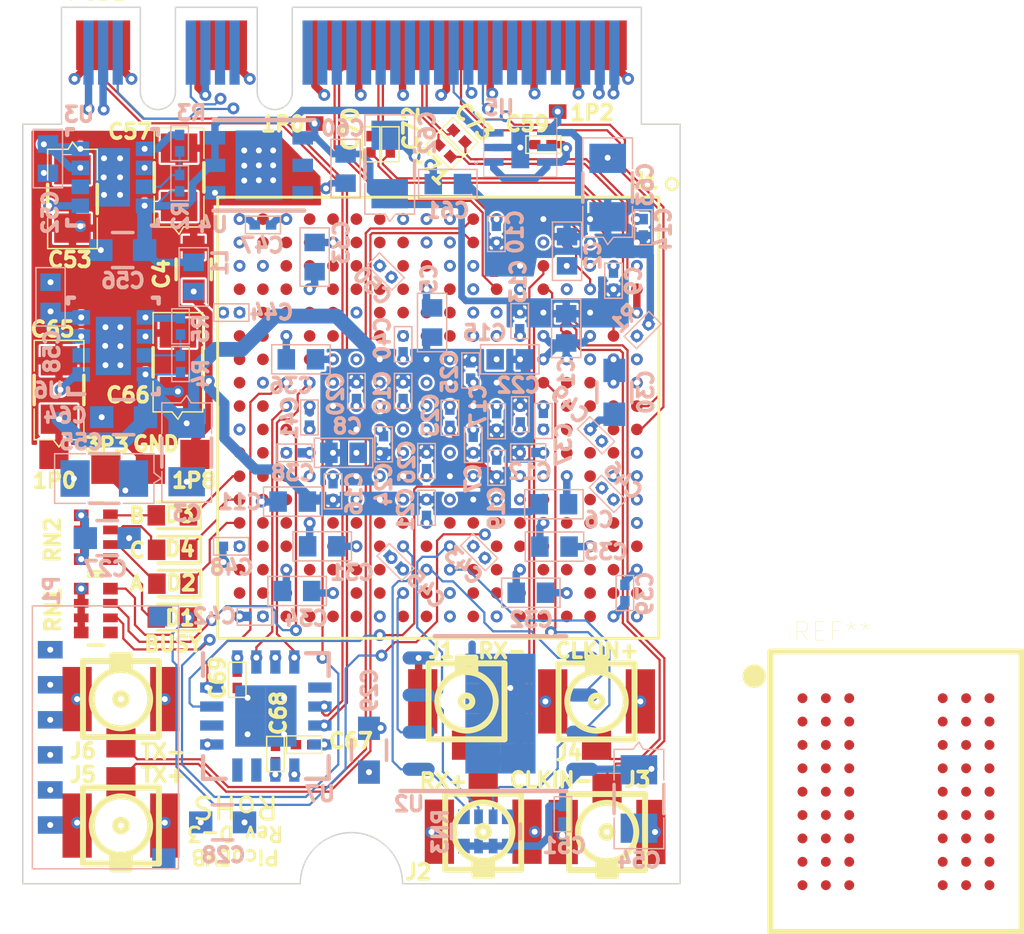
<source format=kicad_pcb>
(kicad_pcb (version 20171130) (host pcbnew "(5.1.5)-3")
  (title_block (title PicoEVB) (rev D) (company "RHS Research LLC"))
  (layers (0 F.Cu signal) (1 In1.Cu signal hide) (2 In2.Cu signal hide) (31 B.Cu signal) (34 B.Paste user hide) (35 F.Paste user hide) (36 B.SilkS user) (37 F.SilkS user hide) (38 B.Mask user hide) (39 F.Mask user hide) (44 Edge.Cuts user))
  (net 0 "")
  (net 1 GND)
  (net 2 "Net-(C56-Pad1)")
  (net 3 "Net-(D1-Pad1)")
  (net 4 "Net-(D3-Pad1)")
  (net 5 "Net-(D4-Pad1)")
  (net 6 "Net-(U1-PadK16)")
  (net 7 "Net-(U1-PadL17)")
  (net 8 "Net-(U3-Pad2)")
  (net 9 "Net-(U6-Pad2)")
  (net 10 "Net-(U1-PadC3)")
  (net 11 "Net-(U1-PadC4)")
  (net 12 P1V0_MGTAVCC_B)
  (net 13 P1V0_VCC_FPGA_B)
  (net 14 P1V8_FPGA_VCCAUX_B)
  (net 15 P1V2_MGTAVTT_B)
  (net 16 MGT0_TX_B+)
  (net 17 MGT_REFCLK0_B+)
  (net 18 MGT0_TX_B-)
  (net 19 MGT_REFCLK0_B-)
  (net 20 PERST_2_L)
  (net 21 USB_2+)
  (net 22 USB_2-)
  (net 23 MGT0_RX_B+)
  (net 24 MGT0_RX_B-)
  (net 25 PE_CLKREQ_2_L)
  (net 26 FPGA_CCLK_0_B)
  (net 27 JTAG_TCK_B)
  (net 28 JTAG_TMS_B)
  (net 29 JTAG_TDO_B)
  (net 30 JTAG_TDI_B)
  (net 31 VCC_BANK14_B)
  (net 32 "/M2 edge/PETX0_2+")
  (net 33 "/M2 edge/PECLK_2+")
  (net 34 "/M2 edge/PETX0_2-")
  (net 35 "/M2 edge/PECLK_2-")
  (net 36 W_DISABLE_2)
  (net 37 W_DISABLE_1)
  (net 38 M2_LED_1)
  (net 39 M2_LED_2)
  (net 40 BUSY_LED_PU)
  (net 41 "Net-(D3-Pad2)")
  (net 42 "Net-(D4-Pad2)")
  (net 43 "Net-(RN3-Pad7)")
  (net 44 "Net-(RN3-Pad6)")
  (net 45 "Net-(RN3-Pad5)")
  (net 46 "/FPGA PCIe/UMGTCLK_0-")
  (net 47 "/FPGA PCIe/UMGTCLK_0+")
  (net 48 "/FPGA PCIe/UMGT0_TX+")
  (net 49 "/FPGA PCIe/UMGT0_TX-")
  (net 50 "/FPGA PCIe/UMGT0_RX+")
  (net 51 "/FPGA PCIe/UMGT0_RX-")
  (net 52 "Net-(D2-Pad2)")
  (net 53 "Net-(D2-Pad1)")
  (net 54 "Net-(P1-Pad4)")
  (net 55 "Net-(P1-Pad5)")
  (net 56 "Net-(P1-Pad1)")
  (net 57 "Net-(P1-Pad2)")
  (net 58 "Net-(R1-Pad1)")
  (net 59 "Net-(R2-Pad2)")
  (net 60 "Net-(R4-Pad2)")
  (net 61 "Net-(RN1-Pad7)")
  (net 62 "Net-(RN1-Pad6)")
  (module AS4C32M16MSA-6BIN:AS4C32M16MSA-6BIN (layer F.Cu) (at 84.91 80.92)
    (fp_text reference REF** (at -2.172 -5.4744) (layer F.SilkS) (effects (font (size 0.64 0.64) (thickness 0.015))))
    (fp_text value VFBGA54)
    (pad J9 smd circle (at 3.2 3.2) (size 0.34 0.34) (layers F.Cu F.Paste F.Mask))
    (pad J8 smd circle (at 2.4 3.2) (size 0.34 0.34) (layers F.Cu F.Paste F.Mask))
    (pad J7 smd circle (at 1.6 3.2) (size 0.34 0.34) (layers F.Cu F.Paste F.Mask))
    (pad H9 smd circle (at 3.2 2.4) (size 0.34 0.34) (layers F.Cu F.Paste F.Mask))
    (pad H8 smd circle (at 2.4 2.4) (size 0.34 0.34) (layers F.Cu F.Paste F.Mask))
    (pad H7 smd circle (at 1.6 2.4) (size 0.34 0.34) (layers F.Cu F.Paste F.Mask))
    (pad G9 smd circle (at 3.2 1.6) (size 0.34 0.34) (layers F.Cu F.Paste F.Mask))
    (pad G8 smd circle (at 2.4 1.6) (size 0.34 0.34) (layers F.Cu F.Paste F.Mask))
    (pad G7 smd circle (at 1.6 1.6) (size 0.34 0.34) (layers F.Cu F.Paste F.Mask))
    (pad F9 smd circle (at 3.2 0.8) (size 0.34 0.34) (layers F.Cu F.Paste F.Mask))
    (pad F8 smd circle (at 2.4 0.8) (size 0.34 0.34) (layers F.Cu F.Paste F.Mask))
    (pad F7 smd circle (at 1.6 0.8) (size 0.34 0.34) (layers F.Cu F.Paste F.Mask))
    (pad E9 smd circle (at 3.2 0) (size 0.34 0.34) (layers F.Cu F.Paste F.Mask))
    (pad E8 smd circle (at 2.4 0) (size 0.34 0.34) (layers F.Cu F.Paste F.Mask))
    (pad E7 smd circle (at 1.6 0) (size 0.34 0.34) (layers F.Cu F.Paste F.Mask))
    (pad D9 smd circle (at 3.2 -0.8) (size 0.34 0.34) (layers F.Cu F.Paste F.Mask))
    (pad D8 smd circle (at 2.4 -0.8) (size 0.34 0.34) (layers F.Cu F.Paste F.Mask))
    (pad D7 smd circle (at 1.6 -0.8) (size 0.34 0.34) (layers F.Cu F.Paste F.Mask))
    (pad C9 smd circle (at 3.2 -1.6) (size 0.34 0.34) (layers F.Cu F.Paste F.Mask))
    (pad C8 smd circle (at 2.4 -1.6) (size 0.34 0.34) (layers F.Cu F.Paste F.Mask))
    (pad C7 smd circle (at 1.6 -1.6) (size 0.34 0.34) (layers F.Cu F.Paste F.Mask))
    (pad B9 smd circle (at 3.2 -2.4) (size 0.34 0.34) (layers F.Cu F.Paste F.Mask))
    (pad B8 smd circle (at 2.4 -2.4) (size 0.34 0.34) (layers F.Cu F.Paste F.Mask))
    (pad B7 smd circle (at 1.6 -2.4) (size 0.34 0.34) (layers F.Cu F.Paste F.Mask))
    (pad A9 smd circle (at 3.2 -3.2) (size 0.34 0.34) (layers F.Cu F.Paste F.Mask))
    (pad A8 smd circle (at 2.4 -3.2) (size 0.34 0.34) (layers F.Cu F.Paste F.Mask))
    (pad A7 smd circle (at 1.6 -3.2) (size 0.34 0.34) (layers F.Cu F.Paste F.Mask))
    (pad J3 smd circle (at -1.6 3.2) (size 0.34 0.34) (layers F.Cu F.Paste F.Mask))
    (pad J2 smd circle (at -2.4 3.2) (size 0.34 0.34) (layers F.Cu F.Paste F.Mask))
    (pad J1 smd circle (at -3.2 3.2) (size 0.34 0.34) (layers F.Cu F.Paste F.Mask))
    (pad H3 smd circle (at -1.6 2.4) (size 0.34 0.34) (layers F.Cu F.Paste F.Mask))
    (pad H2 smd circle (at -2.4 2.4) (size 0.34 0.34) (layers F.Cu F.Paste F.Mask))
    (pad H1 smd circle (at -3.2 2.4) (size 0.34 0.34) (layers F.Cu F.Paste F.Mask))
    (pad G3 smd circle (at -1.6 1.6) (size 0.34 0.34) (layers F.Cu F.Paste F.Mask))
    (pad G2 smd circle (at -2.4 1.6) (size 0.34 0.34) (layers F.Cu F.Paste F.Mask))
    (pad G1 smd circle (at -3.2 1.6) (size 0.34 0.34) (layers F.Cu F.Paste F.Mask))
    (pad F3 smd circle (at -1.6 0.8) (size 0.34 0.34) (layers F.Cu F.Paste F.Mask))
    (pad F2 smd circle (at -2.4 0.8) (size 0.34 0.34) (layers F.Cu F.Paste F.Mask))
    (pad F1 smd circle (at -3.2 0.8) (size 0.34 0.34) (layers F.Cu F.Paste F.Mask))
    (pad E3 smd circle (at -1.6 0) (size 0.34 0.34) (layers F.Cu F.Paste F.Mask))
    (pad E2 smd circle (at -2.4 0) (size 0.34 0.34) (layers F.Cu F.Paste F.Mask))
    (pad E1 smd circle (at -3.2 0) (size 0.34 0.34) (layers F.Cu F.Paste F.Mask))
    (pad D3 smd circle (at -1.6 -0.8) (size 0.34 0.34) (layers F.Cu F.Paste F.Mask))
    (pad D2 smd circle (at -2.4 -0.8) (size 0.34 0.34) (layers F.Cu F.Paste F.Mask))
    (pad D1 smd circle (at -3.2 -0.8) (size 0.34 0.34) (layers F.Cu F.Paste F.Mask))
    (pad C3 smd circle (at -1.6 -1.6) (size 0.34 0.34) (layers F.Cu F.Paste F.Mask))
    (pad C2 smd circle (at -2.4 -1.6) (size 0.34 0.34) (layers F.Cu F.Paste F.Mask))
    (pad C1 smd circle (at -3.2 -1.6) (size 0.34 0.34) (layers F.Cu F.Paste F.Mask))
    (pad B3 smd circle (at -1.6 -2.4) (size 0.34 0.34) (layers F.Cu F.Paste F.Mask))
    (pad B2 smd circle (at -2.4 -2.4) (size 0.34 0.34) (layers F.Cu F.Paste F.Mask))
    (pad B1 smd circle (at -3.2 -2.4) (size 0.34 0.34) (layers F.Cu F.Paste F.Mask))
    (pad A3 smd circle (at -1.6 -3.2) (size 0.34 0.34) (layers F.Cu F.Paste F.Mask))
    (pad A2 smd circle (at -2.4 -3.2) (size 0.34 0.34) (layers F.Cu F.Paste F.Mask))
    (pad A1 smd circle (at -3.2 -3.2) (size 0.34 0.34) (layers F.Cu F.Paste F.Mask))
  )
  (module M2-Board:M.2-AE-22x30 (layer F.Cu) (at 66.27 54.07 180)
    (fp_text reference PCB1 (at 8.72 0.52 180) (layer F.SilkS) (effects (font (size 0.508 0.508) (thickness 0.127))))
    (fp_text value M.2-AE)
    (fp_line (start 2.025 0) (end -9.925 0) (layer Edge.Cuts) (width 0.05))
    (fp_line (start 6.025 0) (end 3.225 0) (layer Edge.Cuts) (width 0.05))
    (fp_line (start 9.925 0) (end 7.225 0) (layer Edge.Cuts) (width 0.05))
    (fp_line (start 2.025 0) (end 2.025 -2.9) (layer Edge.Cuts) (width 0.05))
    (fp_line (start 6.025 0) (end 6.025 -2.9) (layer Edge.Cuts) (width 0.05))
    (fp_arc (start 2.625 -2.9) (end 2.025 -2.9) (angle 90) (layer Edge.Cuts) (width 0.05))
    (fp_arc (start 2.625 -2.9) (end 2.625 -3.5) (angle 90) (layer Edge.Cuts) (width 0.05))
    (fp_line (start 7.225 0) (end 7.225 -2.9) (layer Edge.Cuts) (width 0.05))
    (fp_line (start 3.225 0) (end 3.225 -2.9) (layer Edge.Cuts) (width 0.05))
    (fp_arc (start 6.625 -2.9) (end 6.025 -2.9) (angle 90) (layer Edge.Cuts) (width 0.05))
    (fp_arc (start 6.625 -2.9) (end 6.625 -3.5) (angle 90) (layer Edge.Cuts) (width 0.05))
    (fp_line (start -9.925 0) (end -9.925 -4) (layer Edge.Cuts) (width 0.05))
    (fp_line (start -9.925 -4) (end -11.25 -4) (layer Edge.Cuts) (width 0.05))
    (fp_line (start -11.25 -4) (end -11.25 -30) (layer Edge.Cuts) (width 0.05))
    (fp_line (start 9.925 0) (end 9.925 -4) (layer Edge.Cuts) (width 0.05))
    (fp_line (start 9.925 -4) (end 11.25 -4) (layer Edge.Cuts) (width 0.05))
    (fp_line (start 11.25 -4) (end 11.25 -30) (layer Edge.Cuts) (width 0.05))
    (fp_arc (start 0 -30) (end 1.75 -30) (angle 90) (layer Edge.Cuts) (width 0.05))
    (fp_arc (start 0 -30) (end 0 -28.25) (angle 90) (layer Edge.Cuts) (width 0.05))
    (fp_line (start 11.25 -30) (end 1.75 -30) (layer Edge.Cuts) (width 0.05))
    (fp_line (start -11.25 -30) (end -1.75 -30) (layer Edge.Cuts) (width 0.05))
    (pad 2 smd rect (at 9 -1.55 180) (size 0.35 2.2) (layers B.Cu B.Mask) (net 31 VCC_BANK14_B))
    (pad 4 smd rect (at 8.5 -1.55 180) (size 0.35 2.2) (layers B.Cu B.Mask) (net 31 VCC_BANK14_B))
    (pad 6 smd rect (at 8 -1.55 180) (size 0.35 2.2) (layers B.Cu B.Mask) (net 38 M2_LED_1))
    (pad 16 smd rect (at 5.5 -1.55 180) (size 0.35 2.2) (layers B.Cu B.Mask) (net 39 M2_LED_2))
    (pad 18 smd rect (at 5 -1.55 180) (size 0.35 2.2) (layers B.Cu B.Mask) (net 1 GND))
    (pad 20 smd rect (at 4.5 -1.55 180) (size 0.35 2.2) (layers B.Cu B.Mask))
    (pad 22 smd rect (at 4 -1.55 180) (size 0.35 2.2) (layers B.Cu B.Mask))
    (pad 32 smd rect (at 1.5 -1.55 180) (size 0.35 2.2) (layers B.Cu B.Mask))
    (pad 34 smd rect (at 1 -1.55 180) (size 0.35 2.2) (layers B.Cu B.Mask))
    (pad 36 smd rect (at 0.5 -1.55 180) (size 0.35 2.2) (layers B.Cu B.Mask))
    (pad 38 smd rect (at 0 -1.55 180) (size 0.35 2.2) (layers B.Cu B.Mask))
    (pad 40 smd rect (at -0.5 -1.55 180) (size 0.35 2.2) (layers B.Cu B.Mask))
    (pad 42 smd rect (at -1 -1.55 180) (size 0.35 2.2) (layers B.Cu B.Mask))
    (pad 44 smd rect (at -1.5 -1.55 180) (size 0.35 2.2) (layers B.Cu B.Mask))
    (pad 46 smd rect (at -2 -1.55 180) (size 0.35 2.2) (layers B.Cu B.Mask))
    (pad 48 smd rect (at -2.5 -1.55 180) (size 0.35 2.2) (layers B.Cu B.Mask))
    (pad 50 smd rect (at -3 -1.55 180) (size 0.35 2.2) (layers B.Cu B.Mask))
    (pad 52 smd rect (at -3.5 -1.55 180) (size 0.35 2.2) (layers B.Cu B.Mask) (net 20 PERST_2_L))
    (pad 54 smd rect (at -4 -1.55 180) (size 0.35 2.2) (layers B.Cu B.Mask) (net 36 W_DISABLE_2))
    (pad 56 smd rect (at -4.5 -1.55 180) (size 0.35 2.2) (layers B.Cu B.Mask) (net 37 W_DISABLE_1))
    (pad 58 smd rect (at -5 -1.55 180) (size 0.35 2.2) (layers B.Cu B.Mask))
    (pad 60 smd rect (at -5.5 -1.55 180) (size 0.35 2.2) (layers B.Cu B.Mask))
    (pad 62 smd rect (at -6 -1.55 180) (size 0.35 2.2) (layers B.Cu B.Mask))
    (pad 64 smd rect (at -6.5 -1.55 180) (size 0.35 2.2) (layers B.Cu B.Mask))
    (pad 66 smd rect (at -7 -1.55 180) (size 0.35 2.2) (layers B.Cu B.Mask))
    (pad 68 smd rect (at -7.5 -1.55 180) (size 0.35 2.2) (layers B.Cu B.Mask))
    (pad 70 smd rect (at -8 -1.55 180) (size 0.35 2.2) (layers B.Cu B.Mask))
    (pad 72 smd rect (at -8.5 -1.55 180) (size 0.35 2.2) (layers B.Cu B.Mask) (net 31 VCC_BANK14_B))
    (pad 74 smd rect (at -9 -1.55 180) (size 0.35 2.2) (layers B.Cu B.Mask) (net 31 VCC_BANK14_B))
    (pad 1 smd rect (at 9.25 -1.3 180) (size 0.35 1.7) (layers F.Cu F.Mask) (net 1 GND))
    (pad 3 smd rect (at 8.75 -1.3 180) (size 0.35 1.7) (layers F.Cu F.Mask) (net 21 USB_2+))
    (pad 5 smd rect (at 8.25 -1.3 180) (size 0.35 1.7) (layers F.Cu F.Mask) (net 22 USB_2-))
    (pad 7 smd rect (at 7.75 -1.3 180) (size 0.35 1.7) (layers F.Cu F.Mask) (net 1 GND))
    (pad 17 smd rect (at 5.25 -1.3 180) (size 0.35 1.7) (layers F.Cu F.Mask) (net 1 GND))
    (pad 19 smd rect (at 4.75 -1.3 180) (size 0.35 1.7) (layers F.Cu F.Mask))
    (pad 21 smd rect (at 4.25 -1.3 180) (size 0.35 1.7) (layers F.Cu F.Mask))
    (pad 23 smd rect (at 3.75 -1.3 180) (size 0.35 1.7) (layers F.Cu F.Mask) (net 1 GND))
    (pad 33 smd rect (at 1.25 -1.3 180) (size 0.35 1.7) (layers F.Cu F.Mask) (net 1 GND))
    (pad 35 smd rect (at 0.75 -1.3 180) (size 0.35 1.7) (layers F.Cu F.Mask) (net 23 MGT0_RX_B+))
    (pad 37 smd rect (at 0.25 -1.3 180) (size 0.35 1.7) (layers F.Cu F.Mask) (net 24 MGT0_RX_B-))
    (pad 39 smd rect (at -0.25 -1.3 180) (size 0.35 1.7) (layers F.Cu F.Mask) (net 1 GND))
    (pad 41 smd rect (at -0.75 -1.3 180) (size 0.35 1.7) (layers F.Cu F.Mask) (net 32 "/M2 edge/PETX0_2+"))
    (pad 43 smd rect (at -1.25 -1.3 180) (size 0.35 1.7) (layers F.Cu F.Mask) (net 34 "/M2 edge/PETX0_2-"))
    (pad 45 smd rect (at -1.75 -1.3 180) (size 0.35 1.7) (layers F.Cu F.Mask) (net 1 GND))
    (pad 47 smd rect (at -2.25 -1.3 180) (size 0.35 1.7) (layers F.Cu F.Mask) (net 33 "/M2 edge/PECLK_2+"))
    (pad 49 smd rect (at -2.75 -1.3 180) (size 0.35 1.7) (layers F.Cu F.Mask) (net 35 "/M2 edge/PECLK_2-"))
    (pad 51 smd rect (at -3.25 -1.3 180) (size 0.35 1.7) (layers F.Cu F.Mask) (net 1 GND))
    (pad 53 smd rect (at -3.75 -1.3 180) (size 0.35 1.7) (layers F.Cu F.Mask) (net 25 PE_CLKREQ_2_L))
    (pad 55 smd rect (at -4.25 -1.3 180) (size 0.35 1.7) (layers F.Cu F.Mask))
    (pad 57 smd rect (at -4.75 -1.3 180) (size 0.35 1.7) (layers F.Cu F.Mask) (net 1 GND))
    (pad 59 smd rect (at -5.25 -1.3 180) (size 0.35 1.7) (layers F.Cu F.Mask))
    (pad 61 smd rect (at -5.75 -1.3 180) (size 0.35 1.7) (layers F.Cu F.Mask))
    (pad 63 smd rect (at -6.25 -1.3 180) (size 0.35 1.7) (layers F.Cu F.Mask) (net 1 GND))
    (pad 65 smd rect (at -6.75 -1.3 180) (size 0.35 1.7) (layers F.Cu F.Mask))
    (pad 67 smd rect (at -7.25 -1.3 180) (size 0.35 1.7) (layers F.Cu F.Mask))
    (pad 69 smd rect (at -7.75 -1.3 180) (size 0.35 1.7) (layers F.Cu F.Mask) (net 1 GND))
    (pad 71 smd rect (at -8.25 -1.3 180) (size 0.35 1.7) (layers F.Cu F.Mask))
    (pad 73 smd rect (at -8.75 -1.3 180) (size 0.35 1.7) (layers F.Cu F.Mask))
    (pad 75 smd rect (at -9.25 -1.3 180) (size 0.35 1.7) (layers F.Cu F.Mask) (net 1 GND))
  )
  (module SMT:U.FL-COAX (layer F.Cu) (at 75.02 82.3 270)
    (fp_text reference J3 (at -1.79 -1.04) (layer F.SilkS) (effects (font (size 0.508 0.508) (thickness 0.127))))
    (fp_text value CLKIN- (at -1.78 1.91 180) (layer F.SilkS) (effects (font (size 0.508 0.508) (thickness 0.127))))
    (pad 1 smd rect (at -1.5 0 270) (size 1 1) (layers F.Cu F.Paste F.Mask) (net 46 "/FPGA PCIe/UMGTCLK_0-"))
    (pad 2 smd rect (at 0 -1.5 270) (size 2.2 1) (layers F.Cu F.Paste F.Mask) (net 1 GND))
    (pad 2 smd rect (at 0 1.5 270) (size 2.2 1) (layers F.Cu F.Paste F.Mask) (net 1 GND))
  )
  (module SMT:U.FL-COAX (layer F.Cu) (at 74.66 77.83 90)
    (fp_text reference J4 (at -1.76 -0.94 180) (layer F.SilkS) (effects (font (size 0.508 0.508) (thickness 0.127))))
    (fp_text value CLKIN+ (at 1.74 0.016 180) (layer F.SilkS) (effects (font (size 0.508 0.508) (thickness 0.127))))
    (pad 1 smd rect (at -1.5 0 90) (size 1 1) (layers F.Cu F.Paste F.Mask) (net 47 "/FPGA PCIe/UMGTCLK_0+"))
    (pad 2 smd rect (at 0 -1.5 90) (size 2.2 1) (layers F.Cu F.Paste F.Mask) (net 1 GND))
    (pad 2 smd rect (at 0 1.5 90) (size 2.2 1) (layers F.Cu F.Paste F.Mask) (net 1 GND))
  )
  (module SMT:c_0201_least (layer B.Cu) (at 73.51 81.69 270)
    (fp_text reference C51 (at 1.08 -0.05 180) (layer B.SilkS) (effects (font (size 0.508 0.508) (thickness 0.127)) (justify mirror)))
    (fp_text value 0.1uf)
    (pad 1 smd rect (at -0.28 0 270) (size 0.36 0.32) (layers B.Cu B.Paste B.Mask) (net 31 VCC_BANK14_B))
    (pad 2 smd rect (at 0.28 0 270) (size 0.36 0.32) (layers B.Cu B.Paste B.Mask) (net 1 GND))
  )
  (module Housings_DFN_QFN:DFN-S-8-1EP_6x5mm_Pitch1.27mm (layer B.Cu) (at 71.37 78.2475)
    (fp_text reference U2 (at -3.13 3.0925) (layer B.SilkS) (effects (font (size 0.508 0.508) (thickness 0.127)) (justify mirror)))
    (fp_text value S25Q)
    (pad 1 smd oval (at -2.8 1.905) (size 1.1 0.45) (layers B.Cu B.Paste B.Mask) (net 45 "Net-(RN3-Pad5)"))
    (pad 2 smd oval (at -2.8 0.635) (size 1.1 0.45) (layers B.Cu B.Paste B.Mask) (net 7 "Net-(U1-PadL17)"))
    (pad 3 smd oval (at -2.8 -0.635) (size 1.1 0.45) (layers B.Cu B.Paste B.Mask) (net 44 "Net-(RN3-Pad6)"))
    (pad 4 smd oval (at -2.8 -1.905) (size 1.1 0.45) (layers B.Cu B.Paste B.Mask) (net 1 GND))
    (pad 5 smd oval (at 2.8 -1.905) (size 1.1 0.45) (layers B.Cu B.Paste B.Mask) (net 6 "Net-(U1-PadK16)"))
    (pad 6 smd oval (at 2.8 -0.635) (size 1.1 0.45) (layers B.Cu B.Paste B.Mask) (net 26 FPGA_CCLK_0_B))
    (pad 7 smd oval (at 2.8 0.635) (size 1.1 0.45) (layers B.Cu B.Paste B.Mask) (net 43 "Net-(RN3-Pad7)"))
    (pad 8 smd oval (at 2.8 1.905) (size 1.1 0.45) (layers B.Cu B.Paste B.Mask) (net 31 VCC_BANK14_B))
    (pad 9 smd rect (at 0.6 -1.5375) (size 1.2 1.025) (layers B.Cu B.Paste B.Mask) (net 1 GND))
    (pad 9 smd rect (at 0.6 -0.512499) (size 1.2 1.025) (layers B.Cu B.Paste B.Mask) (net 1 GND))
    (pad 9 smd rect (at 0.6 0.5125) (size 1.2 1.025) (layers B.Cu B.Paste B.Mask) (net 1 GND))
    (pad 9 smd rect (at 0.6 1.5375) (size 1.2 1.025) (layers B.Cu B.Paste B.Mask) (net 1 GND))
    (pad 9 smd rect (at -0.6 -1.5375) (size 1.2 1.025) (layers B.Cu B.Paste B.Mask) (net 1 GND))
    (pad 9 smd rect (at -0.6 -0.512499) (size 1.2 1.025) (layers B.Cu B.Paste B.Mask) (net 1 GND))
    (pad 9 smd rect (at -0.6 0.5125) (size 1.2 1.025) (layers B.Cu B.Paste B.Mask) (net 1 GND))
    (pad 9 smd rect (at -0.6 1.5375) (size 1.2 1.025) (layers B.Cu B.Paste B.Mask) (net 1 GND))
  )
  (module SMT:r_0201_least (layer B.Cu) (at 60.42 64.99 90)
    (fp_text reference R5 (at -0.08 0.69 270) (layer B.SilkS) (effects (font (size 0.508 0.508) (thickness 0.127)) (justify mirror)))
    (fp_text value 100k)
    (pad 1 smd rect (at -0.28 0 90) (size 0.36 0.32) (layers B.Cu B.Paste B.Mask) (net 60 "Net-(R4-Pad2)"))
    (pad 2 smd rect (at 0.28 0 90) (size 0.36 0.32) (layers B.Cu B.Paste B.Mask) (net 1 GND))
  )
  (module SMT:r_0201_least (layer B.Cu) (at 60.42 66.28 90)
    (fp_text reference R4 (at -0.34 0.7 90) (layer B.SilkS) (effects (font (size 0.508 0.508) (thickness 0.127)) (justify mirror)))
    (fp_text value 24.9k)
    (pad 1 smd rect (at -0.28 0 90) (size 0.36 0.32) (layers B.Cu B.Paste B.Mask) (net 13 P1V0_VCC_FPGA_B))
    (pad 2 smd rect (at 0.28 0 90) (size 0.36 0.32) (layers B.Cu B.Paste B.Mask) (net 60 "Net-(R4-Pad2)"))
  )
  (module LEDs:LED_0402 (layer F.Cu) (at 60.14 74.96 180)
    (fp_text reference D1 (at -0.26 -0.02) (layer F.SilkS) (effects (font (size 0.508 0.508) (thickness 0.127))))
    (fp_text value BUSY (at -0.03 -0.91 180) (layer F.SilkS) (effects (font (size 0.508 0.508) (thickness 0.127))))
    (pad 2 smd rect (at 0.55 0) (size 0.6 0.7) (layers F.Cu F.Paste F.Mask) (net 40 BUSY_LED_PU))
    (pad 1 smd rect (at -0.55 0) (size 0.6 0.7) (layers F.Cu F.Paste F.Mask) (net 3 "Net-(D1-Pad1)"))
  )
  (module SMT:r_0201_least (layer B.Cu) (at 60.39 60.09 90)
    (fp_text reference R2 (at -1.12 0.03 90) (layer B.SilkS) (effects (font (size 0.508 0.508) (thickness 0.127)) (justify mirror)))
    (fp_text value 124k)
    (pad 1 smd rect (at -0.28 0 90) (size 0.36 0.32) (layers B.Cu B.Paste B.Mask) (net 2 "Net-(C56-Pad1)"))
    (pad 2 smd rect (at 0.28 0 90) (size 0.36 0.32) (layers B.Cu B.Paste B.Mask) (net 59 "Net-(R2-Pad2)"))
  )
  (module SMT:r_0201_least (layer B.Cu) (at 60.39 58.72 90)
    (fp_text reference R3 (at 1.03 0.4 180) (layer B.SilkS) (effects (font (size 0.508 0.508) (thickness 0.127)) (justify mirror)))
    (fp_text value 100k)
    (pad 1 smd rect (at -0.28 0 90) (size 0.36 0.32) (layers B.Cu B.Paste B.Mask) (net 59 "Net-(R2-Pad2)"))
    (pad 2 smd rect (at 0.28 0 90) (size 0.36 0.32) (layers B.Cu B.Paste B.Mask) (net 1 GND))
  )
  (module SMT:c_0201_least (layer B.Cu) (at 75.63 74.12 270)
    (fp_text reference C39 (at 0.02 -0.69 270) (layer B.SilkS) (effects (font (size 0.508 0.508) (thickness 0.127)) (justify mirror)))
    (fp_text value 0.47uf)
    (pad 1 smd rect (at -0.28 0 270) (size 0.36 0.32) (layers B.Cu B.Paste B.Mask) (net 31 VCC_BANK14_B))
    (pad 2 smd rect (at 0.28 0 270) (size 0.36 0.32) (layers B.Cu B.Paste B.Mask) (net 1 GND))
  )
  (module XC7A50T-CSG325:CSG-324 (layer F.Cu) (at 69.24 68.12 270)
    (fp_text reference U1 (at -8.11 -7.04 180) (layer F.SilkS) (effects (font (size 0.508 0.508) (thickness 0.127))))
    (fp_text value XC7AxxT-xCSG325 hide)
    (pad A1 smd circle (at -6.8 -6.8 270) (size 0.4 0.4) (layers F.Cu F.Paste F.Mask) (net 1 GND))
    (pad A2 smd circle (at -6 -6.8 270) (size 0.4 0.4) (layers F.Cu F.Paste F.Mask) (net 15 P1V2_MGTAVTT_B))
    (pad A3 smd circle (at -5.2 -6.8 270) (size 0.4 0.4) (layers F.Cu F.Paste F.Mask) (net 1 GND))
    (pad A4 smd circle (at -4.4 -6.8 270) (size 0.4 0.4) (layers F.Cu F.Paste F.Mask) (net 1 GND))
    (pad A5 smd circle (at -3.6 -6.8 270) (size 0.4 0.4) (layers F.Cu F.Paste F.Mask) (net 1 GND))
    (pad A6 smd circle (at -2.8 -6.8 270) (size 0.4 0.4) (layers F.Cu F.Paste F.Mask) (net 58 "Net-(R1-Pad1)"))
    (pad A7 smd circle (at -2 -6.8 270) (size 0.4 0.4) (layers F.Cu F.Paste F.Mask) (net 1 GND))
    (pad A8 smd circle (at -1.2 -6.8 270) (size 0.4 0.4) (layers F.Cu F.Paste F.Mask) (net 1 GND))
    (pad A9 smd circle (at -0.4 -6.8 270) (size 0.4 0.4) (layers F.Cu F.Paste F.Mask) (net 25 PE_CLKREQ_2_L))
    (pad A10 smd circle (at 0.4 -6.8 270) (size 0.4 0.4) (layers F.Cu F.Paste F.Mask) (net 20 PERST_2_L))
    (pad A11 smd circle (at 1.2 -6.8 270) (size 0.4 0.4) (layers F.Cu F.Paste F.Mask) (net 1 GND))
    (pad A12 smd circle (at 2 -6.8 270) (size 0.4 0.4) (layers F.Cu F.Paste F.Mask) (net 55 "Net-(P1-Pad5)"))
    (pad A13 smd circle (at 2.8 -6.8 270) (size 0.4 0.4) (layers F.Cu F.Paste F.Mask) (net 57 "Net-(P1-Pad2)"))
    (pad A14 smd circle (at 3.6 -6.8 270) (size 0.4 0.4) (layers F.Cu F.Paste F.Mask) (net 56 "Net-(P1-Pad1)"))
    (pad A15 smd circle (at 4.4 -6.8 270) (size 0.4 0.4) (layers F.Cu F.Paste F.Mask))
    (pad A16 smd circle (at 5.2 -6.8 270) (size 0.4 0.4) (layers F.Cu F.Paste F.Mask) (net 31 VCC_BANK14_B))
    (pad A17 smd circle (at 6 -6.8 270) (size 0.4 0.4) (layers F.Cu F.Paste F.Mask))
    (pad A18 smd circle (at 6.8 -6.8 270) (size 0.4 0.4) (layers F.Cu F.Paste F.Mask) (net 1 GND))
    (pad B1 smd circle (at -6.8 -6 270) (size 0.4 0.4) (layers F.Cu F.Paste F.Mask) (net 18 MGT0_TX_B-))
    (pad B2 smd circle (at -6 -6 270) (size 0.4 0.4) (layers F.Cu F.Paste F.Mask) (net 16 MGT0_TX_B+))
    (pad B3 smd circle (at -5.2 -6 270) (size 0.4 0.4) (layers F.Cu F.Paste F.Mask) (net 1 GND))
    (pad B4 smd circle (at -4.4 -6 270) (size 0.4 0.4) (layers F.Cu F.Paste F.Mask) (net 12 P1V0_MGTAVCC_B))
    (pad B5 smd circle (at -3.6 -6 270) (size 0.4 0.4) (layers F.Cu F.Paste F.Mask) (net 19 MGT_REFCLK0_B-))
    (pad B6 smd circle (at -2.8 -6 270) (size 0.4 0.4) (layers F.Cu F.Paste F.Mask) (net 17 MGT_REFCLK0_B+))
    (pad B7 smd circle (at -2 -6 270) (size 0.4 0.4) (layers F.Cu F.Paste F.Mask) (net 1 GND))
    (pad B8 smd circle (at -1.2 -6 270) (size 0.4 0.4) (layers F.Cu F.Paste F.Mask) (net 1 GND))
    (pad B9 smd circle (at -0.4 -6 270) (size 0.4 0.4) (layers F.Cu F.Paste F.Mask))
    (pad B10 smd circle (at 0.4 -6 270) (size 0.4 0.4) (layers F.Cu F.Paste F.Mask))
    (pad B11 smd circle (at 1.2 -6 270) (size 0.4 0.4) (layers F.Cu F.Paste F.Mask))
    (pad B12 smd circle (at 2 -6 270) (size 0.4 0.4) (layers F.Cu F.Paste F.Mask) (net 54 "Net-(P1-Pad4)"))
    (pad B13 smd circle (at 2.8 -6 270) (size 0.4 0.4) (layers F.Cu F.Paste F.Mask) (net 31 VCC_BANK14_B))
    (pad B14 smd circle (at 3.6 -6 270) (size 0.4 0.4) (layers F.Cu F.Paste F.Mask))
    (pad B15 smd circle (at 4.4 -6 270) (size 0.4 0.4) (layers F.Cu F.Paste F.Mask))
    (pad B16 smd circle (at 5.2 -6 270) (size 0.4 0.4) (layers F.Cu F.Paste F.Mask))
    (pad B17 smd circle (at 6 -6 270) (size 0.4 0.4) (layers F.Cu F.Paste F.Mask))
    (pad B18 smd circle (at 6.8 -6 270) (size 0.4 0.4) (layers F.Cu F.Paste F.Mask) (net 1 GND))
    (pad C1 smd circle (at -6.8 -5.2 270) (size 0.4 0.4) (layers F.Cu F.Paste F.Mask) (net 15 P1V2_MGTAVTT_B))
    (pad C2 smd circle (at -6 -5.2 270) (size 0.4 0.4) (layers F.Cu F.Paste F.Mask) (net 1 GND))
    (pad C3 smd circle (at -5.2 -5.2 270) (size 0.4 0.4) (layers F.Cu F.Paste F.Mask) (net 10 "Net-(U1-PadC3)"))
    (pad C4 smd circle (at -4.4 -5.2 270) (size 0.4 0.4) (layers F.Cu F.Paste F.Mask) (net 11 "Net-(U1-PadC4)"))
    (pad C5 smd circle (at -3.6 -5.2 270) (size 0.4 0.4) (layers F.Cu F.Paste F.Mask) (net 12 P1V0_MGTAVCC_B))
    (pad C6 smd circle (at -2.8 -5.2 270) (size 0.4 0.4) (layers F.Cu F.Paste F.Mask) (net 1 GND))
    (pad C7 smd circle (at -2 -5.2 270) (size 0.4 0.4) (layers F.Cu F.Paste F.Mask) (net 1 GND))
    (pad C8 smd circle (at -1.2 -5.2 270) (size 0.4 0.4) (layers F.Cu F.Paste F.Mask))
    (pad C9 smd circle (at -0.4 -5.2 270) (size 0.4 0.4) (layers F.Cu F.Paste F.Mask))
    (pad C10 smd circle (at 0.4 -5.2 270) (size 0.4 0.4) (layers F.Cu F.Paste F.Mask) (net 31 VCC_BANK14_B))
    (pad C11 smd circle (at 1.2 -5.2 270) (size 0.4 0.4) (layers F.Cu F.Paste F.Mask))
    (pad C12 smd circle (at 2 -5.2 270) (size 0.4 0.4) (layers F.Cu F.Paste F.Mask))
    (pad C13 smd circle (at 2.8 -5.2 270) (size 0.4 0.4) (layers F.Cu F.Paste F.Mask))
    (pad C14 smd circle (at 3.6 -5.2 270) (size 0.4 0.4) (layers F.Cu F.Paste F.Mask))
    (pad C15 smd circle (at 4.4 -5.2 270) (size 0.4 0.4) (layers F.Cu F.Paste F.Mask) (net 1 GND))
    (pad C16 smd circle (at 5.2 -5.2 270) (size 0.4 0.4) (layers F.Cu F.Paste F.Mask))
    (pad C17 smd circle (at 6 -5.2 270) (size 0.4 0.4) (layers F.Cu F.Paste F.Mask))
    (pad C18 smd circle (at 6.8 -5.2 270) (size 0.4 0.4) (layers F.Cu F.Paste F.Mask))
    (pad D1 smd circle (at -6.8 -4.4 270) (size 0.4 0.4) (layers F.Cu F.Paste F.Mask) (net 10 "Net-(U1-PadC3)"))
    (pad D2 smd circle (at -6 -4.4 270) (size 0.4 0.4) (layers F.Cu F.Paste F.Mask) (net 11 "Net-(U1-PadC4)"))
    (pad D3 smd circle (at -5.2 -4.4 270) (size 0.4 0.4) (layers F.Cu F.Paste F.Mask) (net 1 GND))
    (pad D4 smd circle (at -4.4 -4.4 270) (size 0.4 0.4) (layers F.Cu F.Paste F.Mask) (net 1 GND))
    (pad D5 smd circle (at -3.6 -4.4 270) (size 0.4 0.4) (layers F.Cu F.Paste F.Mask) (net 46 "/FPGA PCIe/UMGTCLK_0-"))
    (pad D6 smd circle (at -2.8 -4.4 270) (size 0.4 0.4) (layers F.Cu F.Paste F.Mask) (net 47 "/FPGA PCIe/UMGTCLK_0+"))
    (pad D7 smd circle (at -2 -4.4 270) (size 0.4 0.4) (layers F.Cu F.Paste F.Mask) (net 1 GND))
    (pad D8 smd circle (at -1.2 -4.4 270) (size 0.4 0.4) (layers F.Cu F.Paste F.Mask))
    (pad D9 smd circle (at -0.4 -4.4 270) (size 0.4 0.4) (layers F.Cu F.Paste F.Mask))
    (pad D10 smd circle (at 0.4 -4.4 270) (size 0.4 0.4) (layers F.Cu F.Paste F.Mask))
    (pad D11 smd circle (at 1.2 -4.4 270) (size 0.4 0.4) (layers F.Cu F.Paste F.Mask))
    (pad D12 smd circle (at 2 -4.4 270) (size 0.4 0.4) (layers F.Cu F.Paste F.Mask) (net 1 GND))
    (pad D13 smd circle (at 2.8 -4.4 270) (size 0.4 0.4) (layers F.Cu F.Paste F.Mask))
    (pad D14 smd circle (at 3.6 -4.4 270) (size 0.4 0.4) (layers F.Cu F.Paste F.Mask))
    (pad D15 smd circle (at 4.4 -4.4 270) (size 0.4 0.4) (layers F.Cu F.Paste F.Mask))
    (pad D16 smd circle (at 5.2 -4.4 270) (size 0.4 0.4) (layers F.Cu F.Paste F.Mask))
    (pad D17 smd circle (at 6 -4.4 270) (size 0.4 0.4) (layers F.Cu F.Paste F.Mask) (net 31 VCC_BANK14_B))
    (pad D18 smd circle (at 6.8 -4.4 270) (size 0.4 0.4) (layers F.Cu F.Paste F.Mask))
    (pad E1 smd circle (at -6.8 -3.6 270) (size 0.4 0.4) (layers F.Cu F.Paste F.Mask) (net 15 P1V2_MGTAVTT_B))
    (pad E2 smd circle (at -6 -3.6 270) (size 0.4 0.4) (layers F.Cu F.Paste F.Mask) (net 1 GND))
    (pad E3 smd circle (at -5.2 -3.6 270) (size 0.4 0.4) (layers F.Cu F.Paste F.Mask) (net 51 "/FPGA PCIe/UMGT0_RX-"))
    (pad E4 smd circle (at -4.4 -3.6 270) (size 0.4 0.4) (layers F.Cu F.Paste F.Mask) (net 50 "/FPGA PCIe/UMGT0_RX+"))
    (pad E5 smd circle (at -3.6 -3.6 270) (size 0.4 0.4) (layers F.Cu F.Paste F.Mask) (net 12 P1V0_MGTAVCC_B))
    (pad E6 smd circle (at -2.8 -3.6 270) (size 0.4 0.4) (layers F.Cu F.Paste F.Mask) (net 1 GND))
    (pad E7 smd circle (at -2 -3.6 270) (size 0.4 0.4) (layers F.Cu F.Paste F.Mask) (net 1 GND))
    (pad E8 smd circle (at -1.2 -3.6 270) (size 0.4 0.4) (layers F.Cu F.Paste F.Mask) (net 26 FPGA_CCLK_0_B))
    (pad E9 smd circle (at -0.4 -3.6 270) (size 0.4 0.4) (layers F.Cu F.Paste F.Mask) (net 1 GND))
    (pad E10 smd circle (at 0.4 -3.6 270) (size 0.4 0.4) (layers F.Cu F.Paste F.Mask) (net 31 VCC_BANK14_B))
    (pad E11 smd circle (at 1.2 -3.6 270) (size 0.4 0.4) (layers F.Cu F.Paste F.Mask) (net 1 GND))
    (pad E12 smd circle (at 2 -3.6 270) (size 0.4 0.4) (layers F.Cu F.Paste F.Mask) (net 31 VCC_BANK14_B))
    (pad E13 smd circle (at 2.8 -3.6 270) (size 0.4 0.4) (layers F.Cu F.Paste F.Mask))
    (pad E14 smd circle (at 3.6 -3.6 270) (size 0.4 0.4) (layers F.Cu F.Paste F.Mask) (net 31 VCC_BANK14_B))
    (pad E15 smd circle (at 4.4 -3.6 270) (size 0.4 0.4) (layers F.Cu F.Paste F.Mask))
    (pad E16 smd circle (at 5.2 -3.6 270) (size 0.4 0.4) (layers F.Cu F.Paste F.Mask))
    (pad E17 smd circle (at 6 -3.6 270) (size 0.4 0.4) (layers F.Cu F.Paste F.Mask))
    (pad E18 smd circle (at 6.8 -3.6 270) (size 0.4 0.4) (layers F.Cu F.Paste F.Mask))
    (pad F1 smd circle (at -6.8 -2.8 270) (size 0.4 0.4) (layers F.Cu F.Paste F.Mask))
    (pad F2 smd circle (at -6 -2.8 270) (size 0.4 0.4) (layers F.Cu F.Paste F.Mask))
    (pad F3 smd circle (at -5.2 -2.8 270) (size 0.4 0.4) (layers F.Cu F.Paste F.Mask) (net 15 P1V2_MGTAVTT_B))
    (pad F4 smd circle (at -4.4 -2.8 270) (size 0.4 0.4) (layers F.Cu F.Paste F.Mask) (net 1 GND))
    (pad F5 smd circle (at -3.6 -2.8 270) (size 0.4 0.4) (layers F.Cu F.Paste F.Mask) (net 12 P1V0_MGTAVCC_B))
    (pad F6 smd circle (at -2.8 -2.8 270) (size 0.4 0.4) (layers F.Cu F.Paste F.Mask) (net 1 GND))
    (pad F7 smd circle (at -2 -2.8 270) (size 0.4 0.4) (layers F.Cu F.Paste F.Mask) (net 13 P1V0_VCC_FPGA_B))
    (pad F8 smd circle (at -1.2 -2.8 270) (size 0.4 0.4) (layers F.Cu F.Paste F.Mask) (net 27 JTAG_TCK_B))
    (pad F9 smd circle (at -0.4 -2.8 270) (size 0.4 0.4) (layers F.Cu F.Paste F.Mask) (net 13 P1V0_VCC_FPGA_B))
    (pad F10 smd circle (at 0.4 -2.8 270) (size 0.4 0.4) (layers F.Cu F.Paste F.Mask) (net 1 GND))
    (pad F11 smd circle (at 1.2 -2.8 270) (size 0.4 0.4) (layers F.Cu F.Paste F.Mask) (net 13 P1V0_VCC_FPGA_B))
    (pad F12 smd circle (at 2 -2.8 270) (size 0.4 0.4) (layers F.Cu F.Paste F.Mask) (net 3 "Net-(D1-Pad1)"))
    (pad F13 smd circle (at 2.8 -2.8 270) (size 0.4 0.4) (layers F.Cu F.Paste F.Mask) (net 1 GND))
    (pad F14 smd circle (at 3.6 -2.8 270) (size 0.4 0.4) (layers F.Cu F.Paste F.Mask))
    (pad F15 smd circle (at 4.4 -2.8 270) (size 0.4 0.4) (layers F.Cu F.Paste F.Mask))
    (pad F16 smd circle (at 5.2 -2.8 270) (size 0.4 0.4) (layers F.Cu F.Paste F.Mask) (net 1 GND))
    (pad F17 smd circle (at 6 -2.8 270) (size 0.4 0.4) (layers F.Cu F.Paste F.Mask))
    (pad F18 smd circle (at 6.8 -2.8 270) (size 0.4 0.4) (layers F.Cu F.Paste F.Mask))
    (pad G1 smd circle (at -6.8 -2 270) (size 0.4 0.4) (layers F.Cu F.Paste F.Mask) (net 1 GND))
    (pad G2 smd circle (at -6 -2 270) (size 0.4 0.4) (layers F.Cu F.Paste F.Mask) (net 15 P1V2_MGTAVTT_B))
    (pad G3 smd circle (at -5.2 -2 270) (size 0.4 0.4) (layers F.Cu F.Paste F.Mask) (net 24 MGT0_RX_B-))
    (pad G4 smd circle (at -4.4 -2 270) (size 0.4 0.4) (layers F.Cu F.Paste F.Mask) (net 23 MGT0_RX_B+))
    (pad G5 smd circle (at -3.6 -2 270) (size 0.4 0.4) (layers F.Cu F.Paste F.Mask) (net 1 GND))
    (pad G6 smd circle (at -2.8 -2 270) (size 0.4 0.4) (layers F.Cu F.Paste F.Mask) (net 1 GND))
    (pad G7 smd circle (at -2 -2 270) (size 0.4 0.4) (layers F.Cu F.Paste F.Mask) (net 1 GND))
    (pad G8 smd circle (at -1.2 -2 270) (size 0.4 0.4) (layers F.Cu F.Paste F.Mask) (net 13 P1V0_VCC_FPGA_B))
    (pad G9 smd circle (at -0.4 -2 270) (size 0.4 0.4) (layers F.Cu F.Paste F.Mask) (net 1 GND))
    (pad G10 smd circle (at 0.4 -2 270) (size 0.4 0.4) (layers F.Cu F.Paste F.Mask) (net 13 P1V0_VCC_FPGA_B))
    (pad G11 smd circle (at 1.2 -2 270) (size 0.4 0.4) (layers F.Cu F.Paste F.Mask) (net 1 GND))
    (pad G12 smd circle (at 2 -2 270) (size 0.4 0.4) (layers F.Cu F.Paste F.Mask) (net 14 P1V8_FPGA_VCCAUX_B))
    (pad G13 smd circle (at 2.8 -2 270) (size 0.4 0.4) (layers F.Cu F.Paste F.Mask) (net 1 GND))
    (pad G14 smd circle (at 3.6 -2 270) (size 0.4 0.4) (layers F.Cu F.Paste F.Mask))
    (pad G15 smd circle (at 4.4 -2 270) (size 0.4 0.4) (layers F.Cu F.Paste F.Mask))
    (pad G16 smd circle (at 5.2 -2 270) (size 0.4 0.4) (layers F.Cu F.Paste F.Mask))
    (pad G17 smd circle (at 6 -2 270) (size 0.4 0.4) (layers F.Cu F.Paste F.Mask))
    (pad G18 smd circle (at 6.8 -2 270) (size 0.4 0.4) (layers F.Cu F.Paste F.Mask) (net 31 VCC_BANK14_B))
    (pad H1 smd circle (at -6.8 -1.2 270) (size 0.4 0.4) (layers F.Cu F.Paste F.Mask) (net 49 "/FPGA PCIe/UMGT0_TX-"))
    (pad H2 smd circle (at -6 -1.2 270) (size 0.4 0.4) (layers F.Cu F.Paste F.Mask) (net 48 "/FPGA PCIe/UMGT0_TX+"))
    (pad H3 smd circle (at -5.2 -1.2 270) (size 0.4 0.4) (layers F.Cu F.Paste F.Mask) (net 1 GND))
    (pad H4 smd circle (at -4.4 -1.2 270) (size 0.4 0.4) (layers F.Cu F.Paste F.Mask) (net 1 GND))
    (pad H5 smd circle (at -3.6 -1.2 270) (size 0.4 0.4) (layers F.Cu F.Paste F.Mask) (net 1 GND))
    (pad H6 smd circle (at -2.8 -1.2 270) (size 0.4 0.4) (layers F.Cu F.Paste F.Mask) (net 1 GND))
    (pad H7 smd circle (at -2 -1.2 270) (size 0.4 0.4) (layers F.Cu F.Paste F.Mask) (net 13 P1V0_VCC_FPGA_B))
    (pad H8 smd circle (at -1.2 -1.2 270) (size 0.4 0.4) (layers F.Cu F.Paste F.Mask) (net 1 GND))
    (pad H9 smd circle (at -0.4 -1.2 270) (size 0.4 0.4) (layers F.Cu F.Paste F.Mask) (net 13 P1V0_VCC_FPGA_B))
    (pad H10 smd circle (at 0.4 -1.2 270) (size 0.4 0.4) (layers F.Cu F.Paste F.Mask) (net 1 GND))
    (pad H11 smd circle (at 1.2 -1.2 270) (size 0.4 0.4) (layers F.Cu F.Paste F.Mask) (net 13 P1V0_VCC_FPGA_B))
    (pad H12 smd circle (at 2 -1.2 270) (size 0.4 0.4) (layers F.Cu F.Paste F.Mask) (net 1 GND))
    (pad H13 smd circle (at 2.8 -1.2 270) (size 0.4 0.4) (layers F.Cu F.Paste F.Mask) (net 14 P1V8_FPGA_VCCAUX_B))
    (pad H14 smd circle (at 3.6 -1.2 270) (size 0.4 0.4) (layers F.Cu F.Paste F.Mask))
    (pad H15 smd circle (at 4.4 -1.2 270) (size 0.4 0.4) (layers F.Cu F.Paste F.Mask) (net 31 VCC_BANK14_B))
    (pad H16 smd circle (at 5.2 -1.2 270) (size 0.4 0.4) (layers F.Cu F.Paste F.Mask))
    (pad H17 smd circle (at 6 -1.2 270) (size 0.4 0.4) (layers F.Cu F.Paste F.Mask))
    (pad H18 smd circle (at 6.8 -1.2 270) (size 0.4 0.4) (layers F.Cu F.Paste F.Mask))
    (pad J1 smd circle (at -6.8 -0.4 270) (size 0.4 0.4) (layers F.Cu F.Paste F.Mask) (net 1 GND))
    (pad J2 smd circle (at -6 -0.4 270) (size 0.4 0.4) (layers F.Cu F.Paste F.Mask) (net 1 GND))
    (pad J3 smd circle (at -5.2 -0.4 270) (size 0.4 0.4) (layers F.Cu F.Paste F.Mask) (net 1 GND))
    (pad J4 smd circle (at -4.4 -0.4 270) (size 0.4 0.4) (layers F.Cu F.Paste F.Mask))
    (pad J5 smd circle (at -3.6 -0.4 270) (size 0.4 0.4) (layers F.Cu F.Paste F.Mask))
    (pad J6 smd circle (at -2.8 -0.4 270) (size 0.4 0.4) (layers F.Cu F.Paste F.Mask))
    (pad J7 smd circle (at -2 -0.4 270) (size 0.4 0.4) (layers F.Cu F.Paste F.Mask) (net 1 GND))
    (pad J8 smd circle (at -1.2 -0.4 270) (size 0.4 0.4) (layers F.Cu F.Paste F.Mask) (net 13 P1V0_VCC_FPGA_B))
    (pad J9 smd circle (at -0.4 -0.4 270) (size 0.4 0.4) (layers F.Cu F.Paste F.Mask) (net 1 GND))
    (pad J10 smd circle (at 0.4 -0.4 270) (size 0.4 0.4) (layers F.Cu F.Paste F.Mask) (net 14 P1V8_FPGA_VCCAUX_B))
    (pad J11 smd circle (at 1.2 -0.4 270) (size 0.4 0.4) (layers F.Cu F.Paste F.Mask) (net 1 GND))
    (pad J12 smd circle (at 2 -0.4 270) (size 0.4 0.4) (layers F.Cu F.Paste F.Mask) (net 13 P1V0_VCC_FPGA_B))
    (pad J13 smd circle (at 2.8 -0.4 270) (size 0.4 0.4) (layers F.Cu F.Paste F.Mask) (net 1 GND))
    (pad J14 smd circle (at 3.6 -0.4 270) (size 0.4 0.4) (layers F.Cu F.Paste F.Mask))
    (pad J15 smd circle (at 4.4 -0.4 270) (size 0.4 0.4) (layers F.Cu F.Paste F.Mask) (net 44 "Net-(RN3-Pad6)"))
    (pad J16 smd circle (at 5.2 -0.4 270) (size 0.4 0.4) (layers F.Cu F.Paste F.Mask) (net 43 "Net-(RN3-Pad7)"))
    (pad J17 smd circle (at 6 -0.4 270) (size 0.4 0.4) (layers F.Cu F.Paste F.Mask) (net 1 GND))
    (pad J18 smd circle (at 6.8 -0.4 270) (size 0.4 0.4) (layers F.Cu F.Paste F.Mask) (net 31 VCC_BANK14_B))
    (pad K1 smd circle (at -6.8 0.4 270) (size 0.4 0.4) (layers F.Cu F.Paste F.Mask) (net 36 W_DISABLE_2))
    (pad K2 smd circle (at -6 0.4 270) (size 0.4 0.4) (layers F.Cu F.Paste F.Mask) (net 37 W_DISABLE_1))
    (pad K3 smd circle (at -5.2 0.4 270) (size 0.4 0.4) (layers F.Cu F.Paste F.Mask))
    (pad K4 smd circle (at -4.4 0.4 270) (size 0.4 0.4) (layers F.Cu F.Paste F.Mask) (net 1 GND))
    (pad K5 smd circle (at -3.6 0.4 270) (size 0.4 0.4) (layers F.Cu F.Paste F.Mask))
    (pad K6 smd circle (at -2.8 0.4 270) (size 0.4 0.4) (layers F.Cu F.Paste F.Mask))
    (pad K7 smd circle (at -2 0.4 270) (size 0.4 0.4) (layers F.Cu F.Paste F.Mask) (net 13 P1V0_VCC_FPGA_B))
    (pad K8 smd circle (at -1.2 0.4 270) (size 0.4 0.4) (layers F.Cu F.Paste F.Mask) (net 1 GND))
    (pad K9 smd circle (at -0.4 0.4 270) (size 0.4 0.4) (layers F.Cu F.Paste F.Mask) (net 1 GND))
    (pad K10 smd circle (at 0.4 0.4 270) (size 0.4 0.4) (layers F.Cu F.Paste F.Mask) (net 1 GND))
    (pad K11 smd circle (at 1.2 0.4 270) (size 0.4 0.4) (layers F.Cu F.Paste F.Mask) (net 13 P1V0_VCC_FPGA_B))
    (pad K12 smd circle (at 2 0.4 270) (size 0.4 0.4) (layers F.Cu F.Paste F.Mask) (net 1 GND))
    (pad K13 smd circle (at 2.8 0.4 270) (size 0.4 0.4) (layers F.Cu F.Paste F.Mask) (net 14 P1V8_FPGA_VCCAUX_B))
    (pad K14 smd circle (at 3.6 0.4 270) (size 0.4 0.4) (layers F.Cu F.Paste F.Mask) (net 1 GND))
    (pad K15 smd circle (at 4.4 0.4 270) (size 0.4 0.4) (layers F.Cu F.Paste F.Mask))
    (pad K16 smd circle (at 5.2 0.4 270) (size 0.4 0.4) (layers F.Cu F.Paste F.Mask) (net 6 "Net-(U1-PadK16)"))
    (pad K17 smd circle (at 6 0.4 270) (size 0.4 0.4) (layers F.Cu F.Paste F.Mask))
    (pad K18 smd circle (at 6.8 0.4 270) (size 0.4 0.4) (layers F.Cu F.Paste F.Mask))
    (pad L1 smd circle (at -6.8 1.2 270) (size 0.4 0.4) (layers F.Cu F.Paste F.Mask) (net 1 GND))
    (pad L2 smd circle (at -6 1.2 270) (size 0.4 0.4) (layers F.Cu F.Paste F.Mask))
    (pad L3 smd circle (at -5.2 1.2 270) (size 0.4 0.4) (layers F.Cu F.Paste F.Mask))
    (pad L4 smd circle (at -4.4 1.2 270) (size 0.4 0.4) (layers F.Cu F.Paste F.Mask))
    (pad L5 smd circle (at -3.6 1.2 270) (size 0.4 0.4) (layers F.Cu F.Paste F.Mask))
    (pad L6 smd circle (at -2.8 1.2 270) (size 0.4 0.4) (layers F.Cu F.Paste F.Mask) (net 31 VCC_BANK14_B))
    (pad L7 smd circle (at -2 1.2 270) (size 0.4 0.4) (layers F.Cu F.Paste F.Mask) (net 1 GND))
    (pad L8 smd circle (at -1.2 1.2 270) (size 0.4 0.4) (layers F.Cu F.Paste F.Mask) (net 13 P1V0_VCC_FPGA_B))
    (pad L9 smd circle (at -0.4 1.2 270) (size 0.4 0.4) (layers F.Cu F.Paste F.Mask) (net 1 GND))
    (pad L10 smd circle (at 0.4 1.2 270) (size 0.4 0.4) (layers F.Cu F.Paste F.Mask) (net 1 GND))
    (pad L11 smd circle (at 1.2 1.2 270) (size 0.4 0.4) (layers F.Cu F.Paste F.Mask) (net 1 GND))
    (pad L12 smd circle (at 2 1.2 270) (size 0.4 0.4) (layers F.Cu F.Paste F.Mask) (net 13 P1V0_VCC_FPGA_B))
    (pad L13 smd circle (at 2.8 1.2 270) (size 0.4 0.4) (layers F.Cu F.Paste F.Mask) (net 1 GND))
    (pad L14 smd circle (at 3.6 1.2 270) (size 0.4 0.4) (layers F.Cu F.Paste F.Mask))
    (pad L15 smd circle (at 4.4 1.2 270) (size 0.4 0.4) (layers F.Cu F.Paste F.Mask) (net 45 "Net-(RN3-Pad5)"))
    (pad L16 smd circle (at 5.2 1.2 270) (size 0.4 0.4) (layers F.Cu F.Paste F.Mask) (net 31 VCC_BANK14_B))
    (pad L17 smd circle (at 6 1.2 270) (size 0.4 0.4) (layers F.Cu F.Paste F.Mask) (net 7 "Net-(U1-PadL17)"))
    (pad L18 smd circle (at 6.8 1.2 270) (size 0.4 0.4) (layers F.Cu F.Paste F.Mask))
    (pad M1 smd circle (at -6.8 2 270) (size 0.4 0.4) (layers F.Cu F.Paste F.Mask))
    (pad M2 smd circle (at -6 2 270) (size 0.4 0.4) (layers F.Cu F.Paste F.Mask))
    (pad M3 smd circle (at -5.2 2 270) (size 0.4 0.4) (layers F.Cu F.Paste F.Mask) (net 31 VCC_BANK14_B))
    (pad M4 smd circle (at -4.4 2 270) (size 0.4 0.4) (layers F.Cu F.Paste F.Mask))
    (pad M5 smd circle (at -3.6 2 270) (size 0.4 0.4) (layers F.Cu F.Paste F.Mask))
    (pad M6 smd circle (at -2.8 2 270) (size 0.4 0.4) (layers F.Cu F.Paste F.Mask))
    (pad M7 smd circle (at -2 2 270) (size 0.4 0.4) (layers F.Cu F.Paste F.Mask) (net 13 P1V0_VCC_FPGA_B))
    (pad M8 smd circle (at -1.2 2 270) (size 0.4 0.4) (layers F.Cu F.Paste F.Mask) (net 1 GND))
    (pad M9 smd circle (at -0.4 2 270) (size 0.4 0.4) (layers F.Cu F.Paste F.Mask) (net 1 GND))
    (pad M10 smd circle (at 0.4 2 270) (size 0.4 0.4) (layers F.Cu F.Paste F.Mask) (net 1 GND))
    (pad M11 smd circle (at 1.2 2 270) (size 0.4 0.4) (layers F.Cu F.Paste F.Mask) (net 13 P1V0_VCC_FPGA_B))
    (pad M12 smd circle (at 2 2 270) (size 0.4 0.4) (layers F.Cu F.Paste F.Mask) (net 1 GND))
    (pad M13 smd circle (at 2.8 2 270) (size 0.4 0.4) (layers F.Cu F.Paste F.Mask) (net 14 P1V8_FPGA_VCCAUX_B))
    (pad M14 smd circle (at 3.6 2 270) (size 0.4 0.4) (layers F.Cu F.Paste F.Mask))
    (pad M15 smd circle (at 4.4 2 270) (size 0.4 0.4) (layers F.Cu F.Paste F.Mask))
    (pad M16 smd circle (at 5.2 2 270) (size 0.4 0.4) (layers F.Cu F.Paste F.Mask))
    (pad M17 smd circle (at 6 2 270) (size 0.4 0.4) (layers F.Cu F.Paste F.Mask))
    (pad M18 smd circle (at 6.8 2 270) (size 0.4 0.4) (layers F.Cu F.Paste F.Mask) (net 1 GND))
    (pad N1 smd circle (at -6.8 2.8 270) (size 0.4 0.4) (layers F.Cu F.Paste F.Mask))
    (pad N2 smd circle (at -6 2.8 270) (size 0.4 0.4) (layers F.Cu F.Paste F.Mask))
    (pad N3 smd circle (at -5.2 2.8 270) (size 0.4 0.4) (layers F.Cu F.Paste F.Mask))
    (pad N4 smd circle (at -4.4 2.8 270) (size 0.4 0.4) (layers F.Cu F.Paste F.Mask))
    (pad N5 smd circle (at -3.6 2.8 270) (size 0.4 0.4) (layers F.Cu F.Paste F.Mask) (net 1 GND))
    (pad N6 smd circle (at -2.8 2.8 270) (size 0.4 0.4) (layers F.Cu F.Paste F.Mask))
    (pad N7 smd circle (at -2 2.8 270) (size 0.4 0.4) (layers F.Cu F.Paste F.Mask) (net 1 GND))
    (pad N8 smd circle (at -1.2 2.8 270) (size 0.4 0.4) (layers F.Cu F.Paste F.Mask) (net 13 P1V0_VCC_FPGA_B))
    (pad N9 smd circle (at -0.4 2.8 270) (size 0.4 0.4) (layers F.Cu F.Paste F.Mask) (net 1 GND))
    (pad N10 smd circle (at 0.4 2.8 270) (size 0.4 0.4) (layers F.Cu F.Paste F.Mask) (net 13 P1V0_VCC_FPGA_B))
    (pad N11 smd circle (at 1.2 2.8 270) (size 0.4 0.4) (layers F.Cu F.Paste F.Mask) (net 1 GND))
    (pad N12 smd circle (at 2 2.8 270) (size 0.4 0.4) (layers F.Cu F.Paste F.Mask) (net 13 P1V0_VCC_FPGA_B))
    (pad N13 smd circle (at 2.8 2.8 270) (size 0.4 0.4) (layers F.Cu F.Paste F.Mask) (net 1 GND))
    (pad N14 smd circle (at 3.6 2.8 270) (size 0.4 0.4) (layers F.Cu F.Paste F.Mask))
    (pad N15 smd circle (at 4.4 2.8 270) (size 0.4 0.4) (layers F.Cu F.Paste F.Mask) (net 1 GND))
    (pad N16 smd circle (at 5.2 2.8 270) (size 0.4 0.4) (layers F.Cu F.Paste F.Mask))
    (pad N17 smd circle (at 6 2.8 270) (size 0.4 0.4) (layers F.Cu F.Paste F.Mask))
    (pad N18 smd circle (at 6.8 2.8 270) (size 0.4 0.4) (layers F.Cu F.Paste F.Mask))
    (pad P1 smd circle (at -6.8 3.6 270) (size 0.4 0.4) (layers F.Cu F.Paste F.Mask))
    (pad P2 smd circle (at -6 3.6 270) (size 0.4 0.4) (layers F.Cu F.Paste F.Mask) (net 1 GND))
    (pad P3 smd circle (at -5.2 3.6 270) (size 0.4 0.4) (layers F.Cu F.Paste F.Mask))
    (pad P4 smd circle (at -4.4 3.6 270) (size 0.4 0.4) (layers F.Cu F.Paste F.Mask))
    (pad P5 smd circle (at -3.6 3.6 270) (size 0.4 0.4) (layers F.Cu F.Paste F.Mask))
    (pad P6 smd circle (at -2.8 3.6 270) (size 0.4 0.4) (layers F.Cu F.Paste F.Mask))
    (pad P7 smd circle (at -2 3.6 270) (size 0.4 0.4) (layers F.Cu F.Paste F.Mask) (net 31 VCC_BANK14_B))
    (pad P8 smd circle (at -1.2 3.6 270) (size 0.4 0.4) (layers F.Cu F.Paste F.Mask) (net 1 GND))
    (pad P9 smd circle (at -0.4 3.6 270) (size 0.4 0.4) (layers F.Cu F.Paste F.Mask) (net 13 P1V0_VCC_FPGA_B))
    (pad P10 smd circle (at 0.4 3.6 270) (size 0.4 0.4) (layers F.Cu F.Paste F.Mask) (net 62 "Net-(RN1-Pad6)"))
    (pad P11 smd circle (at 1.2 3.6 270) (size 0.4 0.4) (layers F.Cu F.Paste F.Mask) (net 13 P1V0_VCC_FPGA_B))
    (pad P12 smd circle (at 2 3.6 270) (size 0.4 0.4) (layers F.Cu F.Paste F.Mask) (net 1 GND))
    (pad P13 smd circle (at 2.8 3.6 270) (size 0.4 0.4) (layers F.Cu F.Paste F.Mask) (net 14 P1V8_FPGA_VCCAUX_B))
    (pad P14 smd circle (at 3.6 3.6 270) (size 0.4 0.4) (layers F.Cu F.Paste F.Mask))
    (pad P15 smd circle (at 4.4 3.6 270) (size 0.4 0.4) (layers F.Cu F.Paste F.Mask))
    (pad P16 smd circle (at 5.2 3.6 270) (size 0.4 0.4) (layers F.Cu F.Paste F.Mask))
    (pad P17 smd circle (at 6 3.6 270) (size 0.4 0.4) (layers F.Cu F.Paste F.Mask) (net 31 VCC_BANK14_B))
    (pad P18 smd circle (at 6.8 3.6 270) (size 0.4 0.4) (layers F.Cu F.Paste F.Mask))
    (pad R1 smd circle (at -6.8 4.4 270) (size 0.4 0.4) (layers F.Cu F.Paste F.Mask))
    (pad R2 smd circle (at -6 4.4 270) (size 0.4 0.4) (layers F.Cu F.Paste F.Mask))
    (pad R3 smd circle (at -5.2 4.4 270) (size 0.4 0.4) (layers F.Cu F.Paste F.Mask))
    (pad R4 smd circle (at -4.4 4.4 270) (size 0.4 0.4) (layers F.Cu F.Paste F.Mask) (net 31 VCC_BANK14_B))
    (pad R5 smd circle (at -3.6 4.4 270) (size 0.4 0.4) (layers F.Cu F.Paste F.Mask))
    (pad R6 smd circle (at -2.8 4.4 270) (size 0.4 0.4) (layers F.Cu F.Paste F.Mask))
    (pad R7 smd circle (at -2 4.4 270) (size 0.4 0.4) (layers F.Cu F.Paste F.Mask))
    (pad R8 smd circle (at -1.2 4.4 270) (size 0.4 0.4) (layers F.Cu F.Paste F.Mask) (net 28 JTAG_TMS_B))
    (pad R9 smd circle (at -0.4 4.4 270) (size 0.4 0.4) (layers F.Cu F.Paste F.Mask) (net 1 GND))
    (pad R10 smd circle (at 0.4 4.4 270) (size 0.4 0.4) (layers F.Cu F.Paste F.Mask) (net 31 VCC_BANK14_B))
    (pad R11 smd circle (at 1.2 4.4 270) (size 0.4 0.4) (layers F.Cu F.Paste F.Mask) (net 1 GND))
    (pad R12 smd circle (at 2 4.4 270) (size 0.4 0.4) (layers F.Cu F.Paste F.Mask) (net 31 VCC_BANK14_B))
    (pad R13 smd circle (at 2.8 4.4 270) (size 0.4 0.4) (layers F.Cu F.Paste F.Mask))
    (pad R14 smd circle (at 3.6 4.4 270) (size 0.4 0.4) (layers F.Cu F.Paste F.Mask) (net 31 VCC_BANK14_B))
    (pad R15 smd circle (at 4.4 4.4 270) (size 0.4 0.4) (layers F.Cu F.Paste F.Mask))
    (pad R16 smd circle (at 5.2 4.4 270) (size 0.4 0.4) (layers F.Cu F.Paste F.Mask))
    (pad R17 smd circle (at 6 4.4 270) (size 0.4 0.4) (layers F.Cu F.Paste F.Mask))
    (pad R18 smd circle (at 6.8 4.4 270) (size 0.4 0.4) (layers F.Cu F.Paste F.Mask))
    (pad T1 smd circle (at -6.8 5.2 270) (size 0.4 0.4) (layers F.Cu F.Paste F.Mask) (net 31 VCC_BANK14_B))
    (pad T2 smd circle (at -6 5.2 270) (size 0.4 0.4) (layers F.Cu F.Paste F.Mask))
    (pad T3 smd circle (at -5.2 5.2 270) (size 0.4 0.4) (layers F.Cu F.Paste F.Mask))
    (pad T4 smd circle (at -4.4 5.2 270) (size 0.4 0.4) (layers F.Cu F.Paste F.Mask))
    (pad T5 smd circle (at -3.6 5.2 270) (size 0.4 0.4) (layers F.Cu F.Paste F.Mask))
    (pad T6 smd circle (at -2.8 5.2 270) (size 0.4 0.4) (layers F.Cu F.Paste F.Mask) (net 1 GND))
    (pad T7 smd circle (at -2 5.2 270) (size 0.4 0.4) (layers F.Cu F.Paste F.Mask))
    (pad T8 smd circle (at -1.2 5.2 270) (size 0.4 0.4) (layers F.Cu F.Paste F.Mask) (net 29 JTAG_TDO_B))
    (pad T9 smd circle (at -0.4 5.2 270) (size 0.4 0.4) (layers F.Cu F.Paste F.Mask) (net 30 JTAG_TDI_B))
    (pad T10 smd circle (at 0.4 5.2 270) (size 0.4 0.4) (layers F.Cu F.Paste F.Mask) (net 61 "Net-(RN1-Pad7)"))
    (pad T11 smd circle (at 1.2 5.2 270) (size 0.4 0.4) (layers F.Cu F.Paste F.Mask) (net 31 VCC_BANK14_B))
    (pad T12 smd circle (at 2 5.2 270) (size 0.4 0.4) (layers F.Cu F.Paste F.Mask))
    (pad T13 smd circle (at 2.8 5.2 270) (size 0.4 0.4) (layers F.Cu F.Paste F.Mask))
    (pad T14 smd circle (at 3.6 5.2 270) (size 0.4 0.4) (layers F.Cu F.Paste F.Mask))
    (pad T15 smd circle (at 4.4 5.2 270) (size 0.4 0.4) (layers F.Cu F.Paste F.Mask))
    (pad T16 smd circle (at 5.2 5.2 270) (size 0.4 0.4) (layers F.Cu F.Paste F.Mask) (net 1 GND))
    (pad T17 smd circle (at 6 5.2 270) (size 0.4 0.4) (layers F.Cu F.Paste F.Mask))
    (pad T18 smd circle (at 6.8 5.2 270) (size 0.4 0.4) (layers F.Cu F.Paste F.Mask))
    (pad U1 smd circle (at -6.8 6 270) (size 0.4 0.4) (layers F.Cu F.Paste F.Mask))
    (pad U2 smd circle (at -6 6 270) (size 0.4 0.4) (layers F.Cu F.Paste F.Mask))
    (pad U3 smd circle (at -5.2 6 270) (size 0.4 0.4) (layers F.Cu F.Paste F.Mask) (net 1 GND))
    (pad U4 smd circle (at -4.4 6 270) (size 0.4 0.4) (layers F.Cu F.Paste F.Mask))
    (pad U5 smd circle (at -3.6 6 270) (size 0.4 0.4) (layers F.Cu F.Paste F.Mask))
    (pad U6 smd circle (at -2.8 6 270) (size 0.4 0.4) (layers F.Cu F.Paste F.Mask))
    (pad U7 smd circle (at -2 6 270) (size 0.4 0.4) (layers F.Cu F.Paste F.Mask))
    (pad U8 smd circle (at -1.2 6 270) (size 0.4 0.4) (layers F.Cu F.Paste F.Mask) (net 31 VCC_BANK14_B))
    (pad U9 smd circle (at -0.4 6 270) (size 0.4 0.4) (layers F.Cu F.Paste F.Mask))
    (pad U10 smd circle (at 0.4 6 270) (size 0.4 0.4) (layers F.Cu F.Paste F.Mask))
    (pad U11 smd circle (at 1.2 6 270) (size 0.4 0.4) (layers F.Cu F.Paste F.Mask))
    (pad U12 smd circle (at 2 6 270) (size 0.4 0.4) (layers F.Cu F.Paste F.Mask))
    (pad U13 smd circle (at 2.8 6 270) (size 0.4 0.4) (layers F.Cu F.Paste F.Mask) (net 1 GND))
    (pad U14 smd circle (at 3.6 6 270) (size 0.4 0.4) (layers F.Cu F.Paste F.Mask))
    (pad U15 smd circle (at 4.4 6 270) (size 0.4 0.4) (layers F.Cu F.Paste F.Mask))
    (pad U16 smd circle (at 5.2 6 270) (size 0.4 0.4) (layers F.Cu F.Paste F.Mask))
    (pad U17 smd circle (at 6 6 270) (size 0.4 0.4) (layers F.Cu F.Paste F.Mask))
    (pad U18 smd circle (at 6.8 6 270) (size 0.4 0.4) (layers F.Cu F.Paste F.Mask) (net 31 VCC_BANK14_B))
    (pad V1 smd circle (at -6.8 6.8 270) (size 0.4 0.4) (layers F.Cu F.Paste F.Mask) (net 1 GND))
    (pad V2 smd circle (at -6 6.8 270) (size 0.4 0.4) (layers F.Cu F.Paste F.Mask) (net 38 M2_LED_1))
    (pad V3 smd circle (at -5.2 6.8 270) (size 0.4 0.4) (layers F.Cu F.Paste F.Mask) (net 39 M2_LED_2))
    (pad V4 smd circle (at -4.4 6.8 270) (size 0.4 0.4) (layers F.Cu F.Paste F.Mask))
    (pad V5 smd circle (at -3.6 6.8 270) (size 0.4 0.4) (layers F.Cu F.Paste F.Mask) (net 31 VCC_BANK14_B))
    (pad V6 smd circle (at -2.8 6.8 270) (size 0.4 0.4) (layers F.Cu F.Paste F.Mask))
    (pad V7 smd circle (at -2 6.8 270) (size 0.4 0.4) (layers F.Cu F.Paste F.Mask))
    (pad V8 smd circle (at -1.2 6.8 270) (size 0.4 0.4) (layers F.Cu F.Paste F.Mask))
    (pad V9 smd circle (at -0.4 6.8 270) (size 0.4 0.4) (layers F.Cu F.Paste F.Mask))
    (pad V10 smd circle (at 0.4 6.8 270) (size 0.4 0.4) (layers F.Cu F.Paste F.Mask) (net 1 GND))
    (pad V11 smd circle (at 1.2 6.8 270) (size 0.4 0.4) (layers F.Cu F.Paste F.Mask))
    (pad V12 smd circle (at 2 6.8 270) (size 0.4 0.4) (layers F.Cu F.Paste F.Mask) (net 4 "Net-(D3-Pad1)"))
    (pad V13 smd circle (at 2.8 6.8 270) (size 0.4 0.4) (layers F.Cu F.Paste F.Mask) (net 5 "Net-(D4-Pad1)"))
    (pad V14 smd circle (at 3.6 6.8 270) (size 0.4 0.4) (layers F.Cu F.Paste F.Mask) (net 53 "Net-(D2-Pad1)"))
    (pad V15 smd circle (at 4.4 6.8 270) (size 0.4 0.4) (layers F.Cu F.Paste F.Mask) (net 31 VCC_BANK14_B))
    (pad V16 smd circle (at 5.2 6.8 270) (size 0.4 0.4) (layers F.Cu F.Paste F.Mask))
    (pad V17 smd circle (at 6 6.8 270) (size 0.4 0.4) (layers F.Cu F.Paste F.Mask))
    (pad V18 smd circle (at 6.8 6.8 270) (size 0.4 0.4) (layers F.Cu F.Paste F.Mask) (net 1 GND))
  )
  (module LEDs:LED_0402 (layer F.Cu) (at 60.15 72.64 180)
    (fp_text reference D4 (at -0.25 0.03 180) (layer F.SilkS) (effects (font (size 0.508 0.508) (thickness 0.127))))
    (fp_text value C (at 1.21 -0.02 180) (layer F.SilkS) (effects (font (size 0.508 0.508) (thickness 0.127))))
    (pad 2 smd rect (at 0.55 0) (size 0.6 0.7) (layers F.Cu F.Paste F.Mask) (net 42 "Net-(D4-Pad2)"))
    (pad 1 smd rect (at -0.55 0) (size 0.6 0.7) (layers F.Cu F.Paste F.Mask) (net 5 "Net-(D4-Pad1)"))
  )
  (module LEDs:LED_0402 (layer F.Cu) (at 60.14 71.46 180)
    (fp_text reference D3 (at -0.24 0.02 180) (layer F.SilkS) (effects (font (size 0.508 0.508) (thickness 0.127))))
    (fp_text value B (at 1.21 0 180) (layer F.SilkS) (effects (font (size 0.508 0.508) (thickness 0.127))))
    (pad 2 smd rect (at 0.55 0) (size 0.6 0.7) (layers F.Cu F.Paste F.Mask) (net 41 "Net-(D3-Pad2)"))
    (pad 1 smd rect (at -0.55 0) (size 0.6 0.7) (layers F.Cu F.Paste F.Mask) (net 4 "Net-(D3-Pad1)"))
  )
  (module LEDs:LED_0402 (layer F.Cu) (at 60.16 73.8 180)
    (fp_text reference D2 (at -0.28 0.02 180) (layer F.SilkS) (effects (font (size 0.508 0.508) (thickness 0.127))))
    (fp_text value A (at 1.25 0.01 180) (layer F.SilkS) (effects (font (size 0.508 0.508) (thickness 0.127))))
    (pad 2 smd rect (at 0.55 0) (size 0.6 0.7) (layers F.Cu F.Paste F.Mask) (net 52 "Net-(D2-Pad2)"))
    (pad 1 smd rect (at -0.55 0) (size 0.6 0.7) (layers F.Cu F.Paste F.Mask) (net 53 "Net-(D2-Pad1)"))
  )
  (module Capacitors_SMD:C_0603 (layer B.Cu) (at 58.47 68.1 180)
    (fp_text reference C64 (at 2 0.06 180) (layer B.SilkS) (effects (font (size 0.508 0.508) (thickness 0.127)) (justify mirror)))
    (fp_text value 22uf)
    (pad 1 smd rect (at -0.75 0 180) (size 0.8 0.75) (layers B.Cu B.Paste B.Mask) (net 13 P1V0_VCC_FPGA_B))
    (pad 2 smd rect (at 0.75 0 180) (size 0.8 0.75) (layers B.Cu B.Paste B.Mask) (net 1 GND))
  )
  (module Capacitors_SMD:C_0603 (layer B.Cu) (at 58.44 62.38 180)
    (fp_text reference C56 (at -0.01 -1.05 180) (layer B.SilkS) (effects (font (size 0.508 0.508) (thickness 0.127)) (justify mirror)))
    (fp_text value 22uf)
    (pad 1 smd rect (at -0.75 0 180) (size 0.8 0.75) (layers B.Cu B.Paste B.Mask) (net 2 "Net-(C56-Pad1)"))
    (pad 2 smd rect (at 0.75 0 180) (size 0.8 0.75) (layers B.Cu B.Paste B.Mask) (net 1 GND))
  )
  (module Capacitors_SMD:C_0603 (layer B.Cu) (at 75.27 67.25 90)
    (fp_text reference C30 (at 0.01 1.08 90) (layer B.SilkS) (effects (font (size 0.508 0.508) (thickness 0.127)) (justify mirror)))
    (fp_text value 47uf)
    (pad 1 smd rect (at -0.75 0 90) (size 0.8 0.75) (layers B.Cu B.Paste B.Mask) (net 31 VCC_BANK14_B))
    (pad 2 smd rect (at 0.75 0 90) (size 0.8 0.75) (layers B.Cu B.Paste B.Mask) (net 1 GND))
  )
  (module Capacitors_SMD:C_0603 (layer B.Cu) (at 66.87 79.5 90)
    (fp_text reference C29 (at 2.05 0.02 90) (layer B.SilkS) (effects (font (size 0.508 0.508) (thickness 0.127)) (justify mirror)))
    (fp_text value 47uf)
    (pad 1 smd rect (at -0.75 0 90) (size 0.8 0.75) (layers B.Cu B.Paste B.Mask) (net 31 VCC_BANK14_B))
    (pad 2 smd rect (at 0.75 0 90) (size 0.8 0.75) (layers B.Cu B.Paste B.Mask) (net 1 GND))
  )
  (module Capacitors_SMD:C_0603 (layer B.Cu) (at 61.86 81.97 180)
    (fp_text reference C28 (at -0.03 -1.12 180) (layer B.SilkS) (effects (font (size 0.508 0.508) (thickness 0.127)) (justify mirror)))
    (fp_text value 47uf)
    (pad 1 smd rect (at -0.75 0 180) (size 0.8 0.75) (layers B.Cu B.Paste B.Mask) (net 31 VCC_BANK14_B))
    (pad 2 smd rect (at 0.75 0 180) (size 0.8 0.75) (layers B.Cu B.Paste B.Mask) (net 1 GND))
  )
  (module Capacitors_SMD:C_0603 (layer B.Cu) (at 57.91 72.24)
    (fp_text reference C27 (at -0.06 1.05) (layer B.SilkS) (effects (font (size 0.508 0.508) (thickness 0.127)) (justify mirror)))
    (fp_text value 47uf)
    (pad 1 smd rect (at -0.75 0) (size 0.8 0.75) (layers B.Cu B.Paste B.Mask) (net 31 VCC_BANK14_B))
    (pad 2 smd rect (at 0.75 0) (size 0.8 0.75) (layers B.Cu B.Paste B.Mask) (net 1 GND))
  )
  (module Capacitors_SMD:C_0603 (layer F.Cu) (at 60.87 63.04 90)
    (fp_text reference C4 (at -0.16 -1.1 270) (layer F.SilkS) (effects (font (size 0.508 0.508) (thickness 0.127))))
    (fp_text value 47uf)
    (pad 1 smd rect (at -0.75 0 90) (size 0.8 0.75) (layers F.Cu F.Paste F.Mask) (net 14 P1V8_FPGA_VCCAUX_B))
    (pad 2 smd rect (at 0.75 0 90) (size 0.8 0.75) (layers F.Cu F.Paste F.Mask) (net 1 GND))
  )
  (module SMT:c_0201_least (layer F.Cu) (at 69.46 58.98 315)
    (fp_text reference C71 (at 0.021213 0.700036 135) (layer F.SilkS) (effects (font (size 0.508 0.508) (thickness 0.127))))
    (fp_text value 0.1uf)
    (pad 1 smd rect (at -0.28 0 315) (size 0.36 0.32) (layers F.Cu F.Paste F.Mask) (net 33 "/M2 edge/PECLK_2+"))
    (pad 2 smd rect (at 0.28 0 315) (size 0.36 0.32) (layers F.Cu F.Paste F.Mask) (net 17 MGT_REFCLK0_B+))
  )
  (module SMT:c_0201_least (layer B.Cu) (at 68.84 71.2 270)
    (fp_text reference C21 (at 0.06 0.71 270) (layer B.SilkS) (effects (font (size 0.508 0.508) (thickness 0.127)) (justify mirror)))
    (fp_text value 0.47uf)
    (pad 1 smd rect (at -0.28 0 270) (size 0.36 0.32) (layers B.Cu B.Paste B.Mask) (net 14 P1V8_FPGA_VCCAUX_B))
    (pad 2 smd rect (at 0.28 0 270) (size 0.36 0.32) (layers B.Cu B.Paste B.Mask) (net 1 GND))
  )
  (module SMT:c_0201_least (layer F.Cu) (at 69.96 58.48 315)
    (fp_text reference C73 (at 0.014142 -0.692965 315) (layer F.SilkS) (effects (font (size 0.508 0.508) (thickness 0.127))))
    (fp_text value 0.1uf)
    (pad 1 smd rect (at -0.28 0 315) (size 0.36 0.32) (layers F.Cu F.Paste F.Mask) (net 35 "/M2 edge/PECLK_2-"))
    (pad 2 smd rect (at 0.28 0 315) (size 0.36 0.32) (layers F.Cu F.Paste F.Mask) (net 19 MGT_REFCLK0_B-))
  )
  (module SMT:c_0201_least (layer F.Cu) (at 67.6 58.76 90)
    (fp_text reference C72 (at 0.55 0.71 270) (layer F.SilkS) (effects (font (size 0.508 0.508) (thickness 0.127))))
    (fp_text value 0.1uf)
    (pad 1 smd rect (at -0.28 0 90) (size 0.36 0.32) (layers F.Cu F.Paste F.Mask) (net 18 MGT0_TX_B-))
    (pad 2 smd rect (at 0.28 0 90) (size 0.36 0.32) (layers F.Cu F.Paste F.Mask) (net 34 "/M2 edge/PETX0_2-"))
  )
  (module SMT:c_0201_least (layer F.Cu) (at 66.94 58.76 90)
    (fp_text reference C70 (at 0.52 -0.7 90) (layer F.SilkS) (effects (font (size 0.508 0.508) (thickness 0.127))))
    (fp_text value 0.1uf)
    (pad 1 smd rect (at -0.28 0 90) (size 0.36 0.32) (layers F.Cu F.Paste F.Mask) (net 16 MGT0_TX_B+))
    (pad 2 smd rect (at 0.28 0 90) (size 0.36 0.32) (layers F.Cu F.Paste F.Mask) (net 32 "/M2 edge/PETX0_2+"))
  )
  (module SMT:c_0201_least (layer F.Cu) (at 62.36 77.09 270)
    (fp_text reference C69 (at -0.06 0.67 270) (layer F.SilkS) (effects (font (size 0.508 0.508) (thickness 0.127))))
    (fp_text value 0.1uf)
    (pad 1 smd rect (at -0.28 0 270) (size 0.36 0.32) (layers F.Cu F.Paste F.Mask) (net 31 VCC_BANK14_B))
    (pad 2 smd rect (at 0.28 0 270) (size 0.36 0.32) (layers F.Cu F.Paste F.Mask) (net 1 GND))
  )
  (module SMT:c_0201_least (layer F.Cu) (at 63.67 79.63 90)
    (fp_text reference C68 (at 1.4 0.1 90) (layer F.SilkS) (effects (font (size 0.508 0.508) (thickness 0.127))))
    (fp_text value 0.1uf)
    (pad 1 smd rect (at -0.28 0 90) (size 0.36 0.32) (layers F.Cu F.Paste F.Mask) (net 31 VCC_BANK14_B))
    (pad 2 smd rect (at 0.28 0 90) (size 0.36 0.32) (layers F.Cu F.Paste F.Mask) (net 1 GND))
  )
  (module SMT:c_0201_least (layer F.Cu) (at 64.65 79.31 180)
    (fp_text reference C67 (at -1.6 0.13 180) (layer F.SilkS) (effects (font (size 0.508 0.508) (thickness 0.127))))
    (fp_text value 0.1uf)
    (pad 1 smd rect (at -0.28 0 180) (size 0.36 0.32) (layers F.Cu F.Paste F.Mask) (net 31 VCC_BANK14_B))
    (pad 2 smd rect (at 0.28 0 180) (size 0.36 0.32) (layers F.Cu F.Paste F.Mask) (net 1 GND))
  )
  (module SMT:c_0201_least (layer F.Cu) (at 72.84 58.77 180)
    (fp_text reference C59 (at 0.55 0.71 180) (layer F.SilkS) (effects (font (size 0.508 0.508) (thickness 0.127))))
    (fp_text value 0.1uf)
    (pad 1 smd rect (at -0.28 0 180) (size 0.36 0.32) (layers F.Cu F.Paste F.Mask) (net 31 VCC_BANK14_B))
    (pad 2 smd rect (at 0.28 0 180) (size 0.36 0.32) (layers F.Cu F.Paste F.Mask) (net 1 GND))
  )
  (module SMT:c_0201_least (layer B.Cu) (at 71.24 69.83 90)
    (fp_text reference C19 (at -1.39 0 90) (layer B.SilkS) (effects (font (size 0.508 0.508) (thickness 0.127)) (justify mirror)))
    (fp_text value 0.47uf)
    (pad 1 smd rect (at -0.28 0 90) (size 0.36 0.32) (layers B.Cu B.Paste B.Mask) (net 14 P1V8_FPGA_VCCAUX_B))
    (pad 2 smd rect (at 0.28 0 90) (size 0.36 0.32) (layers B.Cu B.Paste B.Mask) (net 1 GND))
  )
  (module SMT:c_0201_least (layer B.Cu) (at 71.24 68.24 90)
    (fp_text reference C17 (at 0.53 -0.63 90) (layer B.SilkS) (effects (font (size 0.508 0.508) (thickness 0.127)) (justify mirror)))
    (fp_text value 0.47uf)
    (pad 1 smd rect (at -0.28 0 90) (size 0.36 0.32) (layers B.Cu B.Paste B.Mask) (net 13 P1V0_VCC_FPGA_B))
    (pad 2 smd rect (at 0.28 0 90) (size 0.36 0.32) (layers B.Cu B.Paste B.Mask) (net 1 GND))
  )
  (module SMT:c_0201_least (layer B.Cu) (at 72.03 64.81 270)
    (fp_text reference C13 (at -1.35 0.05 270) (layer B.SilkS) (effects (font (size 0.508 0.508) (thickness 0.127)) (justify mirror)))
    (fp_text value 0.1uf)
    (pad 1 smd rect (at -0.28 0 270) (size 0.36 0.32) (layers B.Cu B.Paste B.Mask) (net 12 P1V0_MGTAVCC_B))
    (pad 2 smd rect (at 0.28 0 270) (size 0.36 0.32) (layers B.Cu B.Paste B.Mask) (net 1 GND))
  )
  (module SMT:c_0201_least (layer B.Cu) (at 67.44201 63.11201 315)
    (fp_text reference C50 (at 0.025442 0.678823 315) (layer B.SilkS) (effects (font (size 0.508 0.508) (thickness 0.127)) (justify mirror)))
    (fp_text value 0.47uf)
    (pad 1 smd rect (at -0.28 0 315) (size 0.36 0.32) (layers B.Cu B.Paste B.Mask) (net 31 VCC_BANK14_B))
    (pad 2 smd rect (at 0.28 0 315) (size 0.36 0.32) (layers B.Cu B.Paste B.Mask) (net 1 GND))
  )
  (module SMT:c_0201_least (layer B.Cu) (at 74.64 68.72 315)
    (fp_text reference C49 (at -1.378858 -0.091924 315) (layer B.SilkS) (effects (font (size 0.508 0.508) (thickness 0.127)) (justify mirror)))
    (fp_text value 0.47uf)
    (pad 1 smd rect (at -0.28 0 315) (size 0.36 0.32) (layers B.Cu B.Paste B.Mask) (net 31 VCC_BANK14_B))
    (pad 2 smd rect (at 0.28 0 315) (size 0.36 0.32) (layers B.Cu B.Paste B.Mask) (net 1 GND))
  )
  (module SMT:c_0201_least (layer B.Cu) (at 62.15 72.52 180)
    (fp_text reference C48 (at -0.02 -0.72 180) (layer B.SilkS) (effects (font (size 0.508 0.508) (thickness 0.127)) (justify mirror)))
    (fp_text value 0.47uf)
    (pad 1 smd rect (at -0.28 0 180) (size 0.36 0.32) (layers B.Cu B.Paste B.Mask) (net 31 VCC_BANK14_B))
    (pad 2 smd rect (at 0.28 0 180) (size 0.36 0.32) (layers B.Cu B.Paste B.Mask) (net 1 GND))
  )
  (module SMT:c_0201_least (layer B.Cu) (at 63.24 61.52 180)
    (fp_text reference C47 (at 0.03 -0.7 180) (layer B.SilkS) (effects (font (size 0.508 0.508) (thickness 0.127)) (justify mirror)))
    (fp_text value 0.47uf)
    (pad 1 smd rect (at -0.28 0 180) (size 0.36 0.32) (layers B.Cu B.Paste B.Mask) (net 31 VCC_BANK14_B))
    (pad 2 smd rect (at 0.28 0 180) (size 0.36 0.32) (layers B.Cu B.Paste B.Mask) (net 1 GND))
  )
  (module SMT:c_0201_least (layer B.Cu) (at 75.04201 70.72201 135)
    (fp_text reference C46 (at -0.053726 0.692965 135) (layer B.SilkS) (effects (font (size 0.508 0.508) (thickness 0.127)) (justify mirror)))
    (fp_text value 0.47uf)
    (pad 1 smd rect (at -0.28 0 135) (size 0.36 0.32) (layers B.Cu B.Paste B.Mask) (net 31 VCC_BANK14_B))
    (pad 2 smd rect (at 0.28 0 135) (size 0.36 0.32) (layers B.Cu B.Paste B.Mask) (net 1 GND))
  )
  (module SMT:c_0201_least (layer B.Cu) (at 67.78 73.06 135)
    (fp_text reference C45 (at -1.400071 0.070711 135) (layer B.SilkS) (effects (font (size 0.508 0.508) (thickness 0.127)) (justify mirror)))
    (fp_text value 0.47uf)
    (pad 1 smd rect (at -0.28 0 135) (size 0.36 0.32) (layers B.Cu B.Paste B.Mask) (net 31 VCC_BANK14_B))
    (pad 2 smd rect (at 0.28 0 135) (size 0.36 0.32) (layers B.Cu B.Paste B.Mask) (net 1 GND))
  )
  (module SMT:c_0201_least (layer B.Cu) (at 64.83 68.11 90)
    (fp_text reference C41 (at -0.02 -0.67 90) (layer B.SilkS) (effects (font (size 0.508 0.508) (thickness 0.127)) (justify mirror)))
    (fp_text value 0.47uf)
    (pad 1 smd rect (at -0.28 0 90) (size 0.36 0.32) (layers B.Cu B.Paste B.Mask) (net 31 VCC_BANK14_B))
    (pad 2 smd rect (at 0.28 0 90) (size 0.36 0.32) (layers B.Cu B.Paste B.Mask) (net 1 GND))
  )
  (module SMT:c_0201_least (layer B.Cu) (at 62.16 64.52 180)
    (fp_text reference C44 (at -1.37 0.01 180) (layer B.SilkS) (effects (font (size 0.508 0.508) (thickness 0.127)) (justify mirror)))
    (fp_text value 0.47uf)
    (pad 1 smd rect (at -0.28 0 180) (size 0.36 0.32) (layers B.Cu B.Paste B.Mask) (net 31 VCC_BANK14_B))
    (pad 2 smd rect (at 0.28 0 180) (size 0.36 0.32) (layers B.Cu B.Paste B.Mask) (net 1 GND))
  )
  (module SMT:c_0201_least (layer B.Cu) (at 70.64 72.72 315)
    (fp_text reference C43 (at -0.056569 0.707107 315) (layer B.SilkS) (effects (font (size 0.508 0.508) (thickness 0.127)) (justify mirror)))
    (fp_text value 0.47uf)
    (pad 1 smd rect (at -0.28 0 315) (size 0.36 0.32) (layers B.Cu B.Paste B.Mask) (net 31 VCC_BANK14_B))
    (pad 2 smd rect (at 0.28 0 315) (size 0.36 0.32) (layers B.Cu B.Paste B.Mask) (net 1 GND))
  )
  (module SMT:c_0201_least (layer B.Cu) (at 62.96 74.92 180)
    (fp_text reference C42 (at 1.38 0.01 180) (layer B.SilkS) (effects (font (size 0.508 0.508) (thickness 0.127)) (justify mirror)))
    (fp_text value 0.47uf)
    (pad 1 smd rect (at -0.28 0 180) (size 0.36 0.32) (layers B.Cu B.Paste B.Mask) (net 31 VCC_BANK14_B))
    (pad 2 smd rect (at 0.28 0 180) (size 0.36 0.32) (layers B.Cu B.Paste B.Mask) (net 1 GND))
  )
  (module SMT:c_0201_least (layer B.Cu) (at 68.04 65.6 270)
    (fp_text reference C40 (at -0.19 0.71 270) (layer B.SilkS) (effects (font (size 0.508 0.508) (thickness 0.127)) (justify mirror)))
    (fp_text value 0.47uf)
    (pad 1 smd rect (at -0.28 0 270) (size 0.36 0.32) (layers B.Cu B.Paste B.Mask) (net 31 VCC_BANK14_B))
    (pad 2 smd rect (at 0.28 0 270) (size 0.36 0.32) (layers B.Cu B.Paste B.Mask) (net 1 GND))
  )
  (module SMT:c_0201_least (layer B.Cu) (at 64.32 69.32)
    (fp_text reference C38 (at -0.06 0.69) (layer B.SilkS) (effects (font (size 0.508 0.508) (thickness 0.127)) (justify mirror)))
    (fp_text value 0.47uf)
    (pad 1 smd rect (at -0.28 0) (size 0.36 0.32) (layers B.Cu B.Paste B.Mask) (net 31 VCC_BANK14_B))
    (pad 2 smd rect (at 0.28 0) (size 0.36 0.32) (layers B.Cu B.Paste B.Mask) (net 1 GND))
  )
  (module SMT:c_0201_least (layer B.Cu) (at 72.84 68.23 90)
    (fp_text reference C37 (at -0.81 0.69 90) (layer B.SilkS) (effects (font (size 0.508 0.508) (thickness 0.127)) (justify mirror)))
    (fp_text value 0.47uf)
    (pad 1 smd rect (at -0.28 0 90) (size 0.36 0.32) (layers B.Cu B.Paste B.Mask) (net 31 VCC_BANK14_B))
    (pad 2 smd rect (at 0.28 0 90) (size 0.36 0.32) (layers B.Cu B.Paste B.Mask) (net 1 GND))
  )
  (module SMT:c_0201_least (layer B.Cu) (at 70.35 66.5 270)
    (fp_text reference C25 (at 0.06 0.72 270) (layer B.SilkS) (effects (font (size 0.508 0.508) (thickness 0.127)) (justify mirror)))
    (fp_text value 0.47uf)
    (pad 1 smd rect (at -0.28 0 270) (size 0.36 0.32) (layers B.Cu B.Paste B.Mask) (net 13 P1V0_VCC_FPGA_B))
    (pad 2 smd rect (at 0.28 0 270) (size 0.36 0.32) (layers B.Cu B.Paste B.Mask) (net 1 GND))
  )
  (module SMT:c_0201_least (layer B.Cu) (at 67.37 69.03 90)
    (fp_text reference C24 (at -1.37 0.01 90) (layer B.SilkS) (effects (font (size 0.508 0.508) (thickness 0.127)) (justify mirror)))
    (fp_text value 0.47uf)
    (pad 1 smd rect (at -0.28 0 90) (size 0.36 0.32) (layers B.Cu B.Paste B.Mask) (net 13 P1V0_VCC_FPGA_B))
    (pad 2 smd rect (at 0.28 0 90) (size 0.36 0.32) (layers B.Cu B.Paste B.Mask) (net 1 GND))
  )
  (module SMT:c_0201_least (layer B.Cu) (at 72.05 68 270)
    (fp_text reference C22 (at -0.99 0.07) (layer B.SilkS) (effects (font (size 0.508 0.508) (thickness 0.127)) (justify mirror)))
    (fp_text value 0.47uf)
    (pad 1 smd rect (at -0.28 0 270) (size 0.36 0.32) (layers B.Cu B.Paste B.Mask) (net 13 P1V0_VCC_FPGA_B))
    (pad 2 smd rect (at 0.28 0 270) (size 0.36 0.32) (layers B.Cu B.Paste B.Mask) (net 1 GND))
  )
  (module SMT:c_0201_least (layer B.Cu) (at 66.44 67.2 270)
    (fp_text reference C20 (at 0.11 0.71 270) (layer B.SilkS) (effects (font (size 0.508 0.508) (thickness 0.127)) (justify mirror)))
    (fp_text value 0.47uf)
    (pad 1 smd rect (at -0.28 0 270) (size 0.36 0.32) (layers B.Cu B.Paste B.Mask) (net 13 P1V0_VCC_FPGA_B))
    (pad 2 smd rect (at 0.28 0 270) (size 0.36 0.32) (layers B.Cu B.Paste B.Mask) (net 1 GND))
  )
  (module SMT:c_0201_least (layer B.Cu) (at 68.04 67.2 270)
    (fp_text reference C18 (at 0.06 0.71 270) (layer B.SilkS) (effects (font (size 0.508 0.508) (thickness 0.127)) (justify mirror)))
    (fp_text value 0.47uf)
    (pad 1 smd rect (at -0.28 0 270) (size 0.36 0.32) (layers B.Cu B.Paste B.Mask) (net 13 P1V0_VCC_FPGA_B))
    (pad 2 smd rect (at 0.28 0 270) (size 0.36 0.32) (layers B.Cu B.Paste B.Mask) (net 1 GND))
  )
  (module SMT:c_0201_least (layer B.Cu) (at 72.32 69.31)
    (fp_text reference C12 (at 0.06 0.65) (layer B.SilkS) (effects (font (size 0.508 0.508) (thickness 0.127)) (justify mirror)))
    (fp_text value 0.47uf)
    (pad 1 smd rect (at -0.28 0) (size 0.36 0.32) (layers B.Cu B.Paste B.Mask) (net 13 P1V0_VCC_FPGA_B))
    (pad 2 smd rect (at 0.28 0) (size 0.36 0.32) (layers B.Cu B.Paste B.Mask) (net 1 GND))
  )
  (module SMT:c_0201_least (layer B.Cu) (at 76.26 61.6 90)
    (fp_text reference C14 (at -0.07 0.69 90) (layer B.SilkS) (effects (font (size 0.508 0.508) (thickness 0.127)) (justify mirror)))
    (fp_text value 0.1uf)
    (pad 1 smd rect (at -0.28 0 90) (size 0.36 0.32) (layers B.Cu B.Paste B.Mask) (net 15 P1V2_MGTAVTT_B))
    (pad 2 smd rect (at 0.28 0 90) (size 0.36 0.32) (layers B.Cu B.Paste B.Mask) (net 1 GND))
  )
  (module SMT:c_0201_least (layer B.Cu) (at 65.64 70.64 90)
    (fp_text reference C16 (at -0.08 0.72 90) (layer B.SilkS) (effects (font (size 0.508 0.508) (thickness 0.127)) (justify mirror)))
    (fp_text value 0.47uf)
    (pad 1 smd rect (at -0.28 0 90) (size 0.36 0.32) (layers B.Cu B.Paste B.Mask) (net 14 P1V8_FPGA_VCCAUX_B))
    (pad 2 smd rect (at 0.28 0 90) (size 0.36 0.32) (layers B.Cu B.Paste B.Mask) (net 1 GND))
  )
  (module SMT:c_0201_least (layer B.Cu) (at 71.23 61.83 90)
    (fp_text reference C10 (at 0.07 0.65 90) (layer B.SilkS) (effects (font (size 0.508 0.508) (thickness 0.127)) (justify mirror)))
    (fp_text value 0.1uf)
    (pad 1 smd rect (at -0.28 0 90) (size 0.36 0.32) (layers B.Cu B.Paste B.Mask) (net 15 P1V2_MGTAVTT_B))
    (pad 2 smd rect (at 0.28 0 90) (size 0.36 0.32) (layers B.Cu B.Paste B.Mask) (net 1 GND))
  )
  (module SMT:c_0201_least (layer B.Cu) (at 70.44 69.05 90)
    (fp_text reference C7 (at -1.15 0 90) (layer B.SilkS) (effects (font (size 0.508 0.508) (thickness 0.127)) (justify mirror)))
    (fp_text value 0.47uf)
    (pad 1 smd rect (at -0.28 0 90) (size 0.36 0.32) (layers B.Cu B.Paste B.Mask) (net 13 P1V0_VCC_FPGA_B))
    (pad 2 smd rect (at 0.28 0 90) (size 0.36 0.32) (layers B.Cu B.Paste B.Mask) (net 1 GND))
  )
  (module SMT:c_0201_least (layer B.Cu) (at 75.24 63.43 90)
    (fp_text reference C9 (at 0 0.69 90) (layer B.SilkS) (effects (font (size 0.508 0.508) (thickness 0.127)) (justify mirror)))
    (fp_text value 0.1uf)
    (pad 1 smd rect (at -0.28 0 90) (size 0.36 0.32) (layers B.Cu B.Paste B.Mask) (net 12 P1V0_MGTAVCC_B))
    (pad 2 smd rect (at 0.28 0 90) (size 0.36 0.32) (layers B.Cu B.Paste B.Mask) (net 1 GND))
  )
  (module SMT:c_0201_least (layer B.Cu) (at 68.84 69.6 270)
    (fp_text reference C26 (at 0.04 0.67 270) (layer B.SilkS) (effects (font (size 0.508 0.508) (thickness 0.127)) (justify mirror)))
    (fp_text value 0.47uf)
    (pad 1 smd rect (at -0.28 0 270) (size 0.36 0.32) (layers B.Cu B.Paste B.Mask) (net 13 P1V0_VCC_FPGA_B))
    (pad 2 smd rect (at 0.28 0 270) (size 0.36 0.32) (layers B.Cu B.Paste B.Mask) (net 1 GND))
  )
  (module SMT:c_0402 (layer B.Cu) (at 65.01 62.62 90)
    (fp_text reference C33 (at 0.5 0.92 90) (layer B.SilkS) (effects (font (size 0.508 0.508) (thickness 0.127)) (justify mirror)))
    (fp_text value 4.7uf hide)
    (pad 1 smd rect (at -0.5 0 90) (size 0.6 0.7) (layers B.Cu B.Paste B.Mask) (net 31 VCC_BANK14_B))
    (pad 2 smd rect (at 0.5 0 90) (size 0.6 0.7) (layers B.Cu B.Paste B.Mask) (net 1 GND))
  )
  (module SMT:c_0402 (layer B.Cu) (at 64.26 70.99 180)
    (fp_text reference C11 (at 1.8 -0.01 180) (layer B.SilkS) (effects (font (size 0.508 0.508) (thickness 0.127)) (justify mirror)))
    (fp_text value 4.7uf hide)
    (pad 1 smd rect (at -0.5 0 180) (size 0.6 0.7) (layers B.Cu B.Paste B.Mask) (net 14 P1V8_FPGA_VCCAUX_B))
    (pad 2 smd rect (at 0.5 0 180) (size 0.6 0.7) (layers B.Cu B.Paste B.Mask) (net 1 GND))
  )
  (module SMT:c_0402 (layer B.Cu) (at 73.65 62.42 270)
    (fp_text reference C2 (at 0.14 -0.89 270) (layer B.SilkS) (effects (font (size 0.508 0.508) (thickness 0.127)) (justify mirror)))
    (fp_text value 4.7uf hide)
    (pad 1 smd rect (at -0.5 0 270) (size 0.6 0.7) (layers B.Cu B.Paste B.Mask) (net 15 P1V2_MGTAVTT_B))
    (pad 2 smd rect (at 0.5 0 270) (size 0.6 0.7) (layers B.Cu B.Paste B.Mask) (net 1 GND))
  )
  (module SMT:c_0402 (layer B.Cu) (at 69.03 64.86 90)
    (fp_text reference C5 (at 1.5 -0.1 90) (layer B.SilkS) (effects (font (size 0.508 0.508) (thickness 0.127)) (justify mirror)))
    (fp_text value 4.7uf hide)
    (pad 1 smd rect (at -0.5 0 90) (size 0.6 0.7) (layers B.Cu B.Paste B.Mask) (net 13 P1V0_VCC_FPGA_B))
    (pad 2 smd rect (at 0.5 0 90) (size 0.6 0.7) (layers B.Cu B.Paste B.Mask) (net 1 GND))
  )
  (module SMT:c_0402 (layer B.Cu) (at 73.2 71.08)
    (fp_text reference C6 (at 1.54 0.53) (layer B.SilkS) (effects (font (size 0.508 0.508) (thickness 0.127)) (justify mirror)))
    (fp_text value 4.7uf hide)
    (pad 1 smd rect (at -0.5 0) (size 0.6 0.7) (layers B.Cu B.Paste B.Mask) (net 14 P1V8_FPGA_VCCAUX_B))
    (pad 2 smd rect (at 0.5 0) (size 0.6 0.7) (layers B.Cu B.Paste B.Mask) (net 1 GND))
  )
  (module SMT:c_0402 (layer B.Cu) (at 66 69.32)
    (fp_text reference C8 (at 0.13 -0.91) (layer B.SilkS) (effects (font (size 0.508 0.508) (thickness 0.127)) (justify mirror)))
    (fp_text value 4.7uf hide)
    (pad 1 smd rect (at -0.5 0) (size 0.6 0.7) (layers B.Cu B.Paste B.Mask) (net 13 P1V0_VCC_FPGA_B))
    (pad 2 smd rect (at 0.5 0) (size 0.6 0.7) (layers B.Cu B.Paste B.Mask) (net 1 GND))
  )
  (module SMT:c_0402 (layer B.Cu) (at 71.69 66.12 180)
    (fp_text reference C15 (at 0.86 0.91 180) (layer B.SilkS) (effects (font (size 0.508 0.508) (thickness 0.127)) (justify mirror)))
    (fp_text value 4.7uf hide)
    (pad 1 smd rect (at -0.5 0 180) (size 0.6 0.7) (layers B.Cu B.Paste B.Mask) (net 13 P1V0_VCC_FPGA_B))
    (pad 2 smd rect (at 0.5 0 180) (size 0.6 0.7) (layers B.Cu B.Paste B.Mask) (net 1 GND))
  )
  (module SMT:c_0402 (layer B.Cu) (at 65.27 72.52)
    (fp_text reference C31 (at 1.02 0.9) (layer B.SilkS) (effects (font (size 0.508 0.508) (thickness 0.127)) (justify mirror)))
    (fp_text value 4.7uf hide)
    (pad 1 smd rect (at -0.5 0) (size 0.6 0.7) (layers B.Cu B.Paste B.Mask) (net 31 VCC_BANK14_B))
    (pad 2 smd rect (at 0.5 0) (size 0.6 0.7) (layers B.Cu B.Paste B.Mask) (net 1 GND))
  )
  (module SMT:c_0402 (layer B.Cu) (at 72.41 74.11 180)
    (fp_text reference C32 (at -0.01 -0.92 180) (layer B.SilkS) (effects (font (size 0.508 0.508) (thickness 0.127)) (justify mirror)))
    (fp_text value 4.7uf hide)
    (pad 1 smd rect (at -0.5 0 180) (size 0.6 0.7) (layers B.Cu B.Paste B.Mask) (net 31 VCC_BANK14_B))
    (pad 2 smd rect (at 0.5 0 180) (size 0.6 0.7) (layers B.Cu B.Paste B.Mask) (net 1 GND))
  )
  (module SMT:c_0402 (layer B.Cu) (at 64.41 74.05 180)
    (fp_text reference C34 (at -0.31 -0.94 180) (layer B.SilkS) (effects (font (size 0.508 0.508) (thickness 0.127)) (justify mirror)))
    (fp_text value 4.7uf hide)
    (pad 1 smd rect (at -0.5 0 180) (size 0.6 0.7) (layers B.Cu B.Paste B.Mask) (net 31 VCC_BANK14_B))
    (pad 2 smd rect (at 0.5 0 180) (size 0.6 0.7) (layers B.Cu B.Paste B.Mask) (net 1 GND))
  )
  (module SMT:c_0402 (layer B.Cu) (at 73.22 72.53)
    (fp_text reference C35 (at 1.76 0.18) (layer B.SilkS) (effects (font (size 0.508 0.508) (thickness 0.127)) (justify mirror)))
    (fp_text value 4.7uf hide)
    (pad 1 smd rect (at -0.5 0) (size 0.6 0.7) (layers B.Cu B.Paste B.Mask) (net 31 VCC_BANK14_B))
    (pad 2 smd rect (at 0.5 0) (size 0.6 0.7) (layers B.Cu B.Paste B.Mask) (net 1 GND))
  )
  (module SMT:c_0402 (layer B.Cu) (at 64.54 66.12 180)
    (fp_text reference C36 (at 0.34 -0.9 180) (layer B.SilkS) (effects (font (size 0.508 0.508) (thickness 0.127)) (justify mirror)))
    (fp_text value 4.7uf hide)
    (pad 1 smd rect (at -0.5 0 180) (size 0.6 0.7) (layers B.Cu B.Paste B.Mask) (net 31 VCC_BANK14_B))
    (pad 2 smd rect (at 0.5 0 180) (size 0.6 0.7) (layers B.Cu B.Paste B.Mask) (net 1 GND))
  )
  (module SMT:c_0402 (layer B.Cu) (at 55.88 59.25 270)
    (fp_text reference C52 (at 1.84 -0.08 270) (layer B.SilkS) (effects (font (size 0.508 0.508) (thickness 0.127)) (justify mirror)))
    (fp_text value 10uf hide)
    (pad 1 smd rect (at -0.5 0 270) (size 0.6 0.7) (layers B.Cu B.Paste B.Mask) (net 31 VCC_BANK14_B))
    (pad 2 smd rect (at 0.5 0 270) (size 0.6 0.7) (layers B.Cu B.Paste B.Mask) (net 1 GND))
  )
  (module SMT:c_0402 (layer B.Cu) (at 55.97 63.98 90)
    (fp_text reference C58 (at -1.87 0.05 90) (layer B.SilkS) (effects (font (size 0.508 0.508) (thickness 0.127)) (justify mirror)))
    (fp_text value 10uf hide)
    (pad 1 smd rect (at -0.5 0 90) (size 0.6 0.7) (layers B.Cu B.Paste B.Mask) (net 31 VCC_BANK14_B))
    (pad 2 smd rect (at 0.5 0 90) (size 0.6 0.7) (layers B.Cu B.Paste B.Mask) (net 1 GND))
  )
  (module SMT:c_0402 (layer B.Cu) (at 66.07 59.59 270)
    (fp_text reference C60 (at -1.38 0.09) (layer B.SilkS) (effects (font (size 0.508 0.508) (thickness 0.127)) (justify mirror)))
    (fp_text value 10uf hide)
    (pad 1 smd rect (at -0.5 0 270) (size 0.6 0.7) (layers B.Cu B.Paste B.Mask) (net 12 P1V0_MGTAVCC_B))
    (pad 2 smd rect (at 0.5 0 270) (size 0.6 0.7) (layers B.Cu B.Paste B.Mask) (net 1 GND))
  )
  (module SMT:c_0402 (layer B.Cu) (at 69.57 60.12 180)
    (fp_text reference C61 (at 0.01 -0.91 180) (layer B.SilkS) (effects (font (size 0.508 0.508) (thickness 0.127)) (justify mirror)))
    (fp_text value 10uf hide)
    (pad 1 smd rect (at -0.5 0 180) (size 0.6 0.7) (layers B.Cu B.Paste B.Mask) (net 15 P1V2_MGTAVTT_B))
    (pad 2 smd rect (at 0.5 0 180) (size 0.6 0.7) (layers B.Cu B.Paste B.Mask) (net 1 GND))
  )
  (module SMT:c_0402 (layer B.Cu) (at 73.62 65.06 270)
    (fp_text reference C1 (at 1.5 -0.01 270) (layer B.SilkS) (effects (font (size 0.508 0.508) (thickness 0.127)) (justify mirror)))
    (fp_text value 4.7uf hide)
    (pad 1 smd rect (at -0.5 0 270) (size 0.6 0.7) (layers B.Cu B.Paste B.Mask) (net 12 P1V0_MGTAVCC_B))
    (pad 2 smd rect (at 0.5 0 270) (size 0.6 0.7) (layers B.Cu B.Paste B.Mask) (net 1 GND))
  )
  (module SMT:r_0402 (layer B.Cu) (at 60.87 63.3 90)
    (fp_text reference L1 (at 0.49 0.9 270) (layer B.SilkS) (effects (font (size 0.508 0.508) (thickness 0.127)) (justify mirror)))
    (fp_text value 330 hide)
    (pad 1 smd rect (at -0.5 0 90) (size 0.6 0.7) (layers B.Cu B.Paste B.Mask) (net 14 P1V8_FPGA_VCCAUX_B))
    (pad 2 smd rect (at 0.5 0 90) (size 0.6 0.7) (layers B.Cu B.Paste B.Mask) (net 2 "Net-(C56-Pad1)"))
  )
  (module SMT:r_0201_least (layer B.Cu) (at 76.24 65.12 45)
    (fp_text reference R1 (at -0.141421 -0.721249 45) (layer B.SilkS) (effects (font (size 0.508 0.508) (thickness 0.127)) (justify mirror)))
    (fp_text value 100)
    (pad 1 smd rect (at -0.28 0 45) (size 0.36 0.32) (layers B.Cu B.Paste B.Mask) (net 58 "Net-(R1-Pad1)"))
    (pad 2 smd rect (at 0.28 0 45) (size 0.36 0.32) (layers B.Cu B.Paste B.Mask) (net 15 P1V2_MGTAVTT_B))
  )
  (module fp_archive:TPS82084SILR (layer B.Cu) (at 58.09 59.89)
    (fp_text reference U3 (at -1.15 -2.15) (layer B.SilkS) (effects (font (size 0.508 0.508) (thickness 0.127)) (justify mirror)))
    (fp_text value TPS82085SIL hide)
    (pad 1 smd rect (at -1.1 0.974999) (size 0.599999 0.499999) (layers B.Cu) (net 31 VCC_BANK14_B))
    (pad 2 smd rect (at -1.1 0.325001) (size 0.599999 0.499999) (layers B.Cu) (net 8 "Net-(U3-Pad2)"))
    (pad 3 smd rect (at -1.1 -0.325001) (size 0.599999 0.499999) (layers B.Cu) (net 31 VCC_BANK14_B))
    (pad 4 smd rect (at -1.1 -0.974999) (size 0.599999 0.499999) (layers B.Cu) (net 31 VCC_BANK14_B))
    (pad 5 smd rect (at 1.1 -0.974999) (size 0.599999 0.499999) (layers B.Cu) (net 1 GND))
    (pad 6 smd rect (at 1.1 -0.325001) (size 0.599999 0.499999) (layers B.Cu) (net 1 GND))
    (pad 7 smd rect (at 1.1 0.325001) (size 0.599999 0.499999) (layers B.Cu) (net 59 "Net-(R2-Pad2)"))
    (pad 8 smd rect (at 1.1 0.974999) (size 0.599999 0.499999) (layers B.Cu) (net 2 "Net-(C56-Pad1)"))
    (pad 9 smd rect (at 0 0) (size 1.2 2.000001) (layers B.Cu) (net 1 GND))
  )
  (module fp_archive:TPS82084SILR (layer B.Cu) (at 58.12 65.66)
    (fp_text reference U6 (at -2.22 1.52) (layer B.SilkS) (effects (font (size 0.508 0.508) (thickness 0.127)) (justify mirror)))
    (fp_text value TPS82085SIL hide)
    (pad 1 smd rect (at -1.1 0.974999) (size 0.599999 0.499999) (layers B.Cu) (net 31 VCC_BANK14_B))
    (pad 2 smd rect (at -1.1 0.325001) (size 0.599999 0.499999) (layers B.Cu) (net 9 "Net-(U6-Pad2)"))
    (pad 3 smd rect (at -1.1 -0.325001) (size 0.599999 0.499999) (layers B.Cu) (net 31 VCC_BANK14_B))
    (pad 4 smd rect (at -1.1 -0.974999) (size 0.599999 0.499999) (layers B.Cu) (net 31 VCC_BANK14_B))
    (pad 5 smd rect (at 1.1 -0.974999) (size 0.599999 0.499999) (layers B.Cu) (net 1 GND))
    (pad 6 smd rect (at 1.1 -0.325001) (size 0.599999 0.499999) (layers B.Cu) (net 1 GND))
    (pad 7 smd rect (at 1.1 0.325001) (size 0.599999 0.499999) (layers B.Cu) (net 60 "Net-(R4-Pad2)"))
    (pad 8 smd rect (at 1.1 0.974999) (size 0.599999 0.499999) (layers B.Cu) (net 13 P1V0_VCC_FPGA_B))
    (pad 9 smd rect (at 0 0) (size 1.2 2.000001) (layers B.Cu) (net 1 GND))
  )
  (module Capacitors_SMD:C_0805 (layer F.Cu) (at 60.33 66.22 90)
    (fp_text reference C66 (at -1.124 -1.704 180) (layer F.SilkS) (effects (font (size 0.508 0.508) (thickness 0.127))))
    (fp_text value 100uf)
    (pad 1 smd rect (at -1 0 90) (size 1 1.25) (layers F.Cu F.Paste F.Mask) (net 13 P1V0_VCC_FPGA_B))
    (pad 2 smd rect (at 1 0 90) (size 1 1.25) (layers F.Cu F.Paste F.Mask) (net 1 GND))
  )
  (module Capacitors_SMD:C_0805 (layer F.Cu) (at 56.26 67.17 90)
    (fp_text reference C65 (at 2.08 -0.22) (layer F.SilkS) (effects (font (size 0.508 0.508) (thickness 0.127))))
    (fp_text value 100uf)
    (pad 1 smd rect (at -1 0 90) (size 1 1.25) (layers F.Cu F.Paste F.Mask) (net 13 P1V0_VCC_FPGA_B))
    (pad 2 smd rect (at 1 0 90) (size 1 1.25) (layers F.Cu F.Paste F.Mask) (net 1 GND))
  )
  (module Capacitors_SMD:C_0805 (layer B.Cu) (at 75.04 60.24 90)
    (fp_text reference C63 (at 0.1 1.29 90) (layer B.SilkS) (effects (font (size 0.508 0.508) (thickness 0.127)) (justify mirror)))
    (fp_text value 100uf)
    (pad 1 smd rect (at -1 0 90) (size 1 1.25) (layers B.Cu B.Paste B.Mask) (net 15 P1V2_MGTAVTT_B))
    (pad 2 smd rect (at 1 0 90) (size 1 1.25) (layers B.Cu B.Paste B.Mask) (net 1 GND))
  )
  (module Capacitors_SMD:C_0805 (layer B.Cu) (at 67.58 59.45 90)
    (fp_text reference C62 (at 1.08 1.29 90) (layer B.SilkS) (effects (font (size 0.508 0.508) (thickness 0.127)) (justify mirror)))
    (fp_text value 100uf)
    (pad 1 smd rect (at -1 0 90) (size 1 1.25) (layers B.Cu B.Paste B.Mask) (net 12 P1V0_MGTAVCC_B))
    (pad 2 smd rect (at 1 0 90) (size 1 1.25) (layers B.Cu B.Paste B.Mask) (net 1 GND))
  )
  (module Capacitors_SMD:C_0805 (layer F.Cu) (at 60.37 59.89 90)
    (fp_text reference C57 (at 1.57 -1.68 180) (layer F.SilkS) (effects (font (size 0.508 0.508) (thickness 0.127))))
    (fp_text value 100uf)
    (pad 1 smd rect (at -1 0 90) (size 1 1.25) (layers F.Cu F.Paste F.Mask) (net 2 "Net-(C56-Pad1)"))
    (pad 2 smd rect (at 1 0 90) (size 1 1.25) (layers F.Cu F.Paste F.Mask) (net 1 GND))
  )
  (module Capacitors_SMD:C_0805 (layer B.Cu) (at 57.81 70.2 180)
    (fp_text reference C55 (at 0.79 1.25 180) (layer B.SilkS) (effects (font (size 0.508 0.508) (thickness 0.127)) (justify mirror)))
    (fp_text value 100uf)
    (pad 1 smd rect (at -1 0 180) (size 1 1.25) (layers B.Cu B.Paste B.Mask) (net 31 VCC_BANK14_B))
    (pad 2 smd rect (at 1 0 180) (size 1 1.25) (layers B.Cu B.Paste B.Mask) (net 1 GND))
  )
  (module Capacitors_SMD:C_0805 (layer B.Cu) (at 76.11 81.17 270)
    (fp_text reference C54 (at 2.1 -0.01) (layer B.SilkS) (effects (font (size 0.508 0.508) (thickness 0.127)) (justify mirror)))
    (fp_text value 100uf)
    (pad 1 smd rect (at -1 0 270) (size 1 1.25) (layers B.Cu B.Paste B.Mask) (net 31 VCC_BANK14_B))
    (pad 2 smd rect (at 1 0 270) (size 1 1.25) (layers B.Cu B.Paste B.Mask) (net 1 GND))
  )
  (module Capacitors_SMD:C_0805 (layer F.Cu) (at 56.72 60.63 270)
    (fp_text reference C53 (at 2.08 0.09) (layer F.SilkS) (effects (font (size 0.508 0.508) (thickness 0.127))))
    (fp_text value 100uf)
    (pad 1 smd rect (at -1 0 270) (size 1 1.25) (layers F.Cu F.Paste F.Mask) (net 31 VCC_BANK14_B))
    (pad 2 smd rect (at 1 0 270) (size 1 1.25) (layers F.Cu F.Paste F.Mask) (net 1 GND))
  )
  (module Capacitors_SMD:C_0805 (layer B.Cu) (at 60.63 69.31 270)
    (fp_text reference C3 (at 2.08 -0.02 180) (layer B.SilkS) (effects (font (size 0.508 0.508) (thickness 0.127)) (justify mirror)))
    (fp_text value 100uf)
    (pad 1 smd rect (at -1 0 270) (size 1 1.25) (layers B.Cu B.Paste B.Mask) (net 13 P1V0_VCC_FPGA_B))
    (pad 2 smd rect (at 1 0 270) (size 1 1.25) (layers B.Cu B.Paste B.Mask) (net 1 GND))
  )
  (module SMT:c_0201_least (layer B.Cu) (at 69.64 68.12 90)
    (fp_text reference C23 (at 0.09 -0.66 90) (layer B.SilkS) (effects (font (size 0.508 0.508) (thickness 0.127)) (justify mirror)))
    (fp_text value 0.47uf)
    (pad 1 smd rect (at -0.28 0 90) (size 0.36 0.32) (layers B.Cu B.Paste B.Mask) (net 14 P1V8_FPGA_VCCAUX_B))
    (pad 2 smd rect (at 0.28 0 90) (size 0.36 0.32) (layers B.Cu B.Paste B.Mask) (net 1 GND))
  )
  (module Wire_Pads:SolderWirePad_single_SMD_1x1mm (layer F.Cu) (at 57.864 69.884 180)
    (fp_text reference J7 hide)
    (fp_text value 3P3 (at -0.046 0.824 180) (layer F.SilkS) (effects (font (size 0.508 0.508) (thickness 0.127))))
    (pad 1 smd rect (at 0 0 180) (size 1 1) (layers F.Cu F.Mask) (net 31 VCC_BANK14_B))
  )
  (module Wire_Pads:SolderWirePad_single_SMD_1x1mm (layer F.Cu) (at 60.912 69.376 180)
    (fp_text reference J8 hide)
    (fp_text value 1P8 (at 0.032 -0.894 180) (layer F.SilkS) (effects (font (size 0.508 0.508) (thickness 0.127))))
    (pad 1 smd rect (at 0 0 180) (size 1 1) (layers F.Cu F.Mask) (net 14 P1V8_FPGA_VCCAUX_B))
  )
  (module Wire_Pads:SolderWirePad_single_SMD_1x1mm (layer F.Cu) (at 56.086 69.376 180)
    (fp_text reference J11 hide)
    (fp_text value 1P0 (at -0.024 -0.894 180) (layer F.SilkS) (effects (font (size 0.508 0.508) (thickness 0.127))))
    (pad 1 smd rect (at 0 0 180) (size 1 1) (layers F.Cu F.Mask) (net 13 P1V0_VCC_FPGA_B))
  )
  (module Wire_Pads:SolderWirePad_single_SMD_1x1mm (layer F.Cu) (at 59.388 69.884 180)
    (fp_text reference J12 hide)
    (fp_text value GND (at -0.192 0.864 180) (layer F.SilkS) (effects (font (size 0.508 0.508) (thickness 0.127))))
    (pad 1 smd rect (at 0 0 180) (size 1 1) (layers F.Cu F.Mask) (net 1 GND))
  )
  (module Wire_Pads:Pad_SMD_0.5x0.5mm (layer F.Cu) (at 73.33 57.64 180)
    (fp_text reference J10 hide)
    (fp_text value 1P2 (at -1.18 -0.04 180) (layer F.SilkS) (effects (font (size 0.508 0.508) (thickness 0.127))))
    (pad 1 smd rect (at 0 0 180) (size 0.6 0.5) (layers F.Cu F.Mask) (net 15 P1V2_MGTAVTT_B))
  )
  (module Wire_Pads:Pad_SMD_0.5x0.5mm (layer F.Cu) (at 65.01 58.05 180)
    (fp_text reference J9 hide)
    (fp_text value 1P0 (at 1.09 -0.02 180) (layer F.SilkS) (effects (font (size 0.508 0.508) (thickness 0.127))))
    (pad 1 smd rect (at 0 0 180) (size 0.6 0.5) (layers F.Cu F.Mask) (net 12 P1V0_MGTAVCC_B))
  )
  (module MIC47050:MIC47050-DFN-6-2MM (layer B.Cu) (at 72.05 58.87 90)
    (fp_text reference U5 (at 1.36 -0.73) (layer B.SilkS) (effects (font (size 0.508 0.508) (thickness 0.127)) (justify mirror)))
    (fp_text value MIC47050-1.2YML hide)
    (pad 5 smd rect (at 0 0.91) (size 0.675 0.25) (layers B.Cu B.Paste B.Mask))
    (pad 6 smd rect (at -0.5 0.91) (size 0.675 0.25) (layers B.Cu B.Paste B.Mask) (net 31 VCC_BANK14_B))
    (pad 4 smd rect (at 0.51 0.91) (size 0.675 0.25) (layers B.Cu B.Paste B.Mask) (net 15 P1V2_MGTAVTT_B))
    (pad 1 smd rect (at -0.5 -0.91) (size 0.675 0.25) (layers B.Cu B.Paste B.Mask) (net 31 VCC_BANK14_B))
    (pad 2 smd rect (at 0 -0.91) (size 0.675 0.25) (layers B.Cu B.Paste B.Mask) (net 1 GND))
    (pad 3 smd rect (at 0.5 -0.91) (size 0.675 0.25) (layers B.Cu B.Paste B.Mask) (net 2 "Net-(C56-Pad1)"))
    (pad 7 smd rect (at 0 0) (size 0.61 1.42) (layers B.Cu B.Paste B.Mask) (net 1 GND))
  )
  (module conn:pico-ezmate-6 (layer B.Cu) (at 57.8475 79.06 270)
    (fp_text reference P1 (at -5.02 1.8375 270) (layer B.SilkS) (effects (font (size 0.508 0.508) (thickness 0.127)) (justify mirror)))
    (fp_text value CONN_01X06)
    (pad 3 smd rect (at -0.6 1.8875 270) (size 0.6 0.85) (layers B.Cu B.Paste B.Mask) (net 1 GND))
    (pad 4 smd rect (at 0.6 1.8875 270) (size 0.6 0.85) (layers B.Cu B.Paste B.Mask) (net 54 "Net-(P1-Pad4)"))
    (pad 5 smd rect (at 1.8 1.8875 270) (size 0.6 0.85) (layers B.Cu B.Paste B.Mask) (net 55 "Net-(P1-Pad5)"))
    (pad 1 smd rect (at -3 1.8875 270) (size 0.6 0.85) (layers B.Cu B.Paste B.Mask) (net 56 "Net-(P1-Pad1)"))
    (pad 2 smd rect (at -1.8 1.8875 270) (size 0.6 0.85) (layers B.Cu B.Paste B.Mask) (net 57 "Net-(P1-Pad2)"))
    (pad 6 smd rect (at 3 1.8875 270) (size 0.6 0.85) (layers B.Cu B.Paste B.Mask) (net 31 VCC_BANK14_B))
    (pad P smd rect (at -4.15 -1.8875 270) (size 0.7 0.8) (layers B.Cu B.Paste B.Mask))
    (pad P smd rect (at 4.15 -2 270) (size 0.7 0.8) (layers B.Cu B.Paste B.Mask))
  )
  (module Housings_DFN_QFN:QFN-16-1EP_4x4mm_Pitch0.65mm_2 (layer B.Cu) (at 63.34 78.33 270)
    (fp_text reference U7 (at 2.67 -1.85) (layer B.SilkS) (effects (font (size 0.508 0.508) (thickness 0.127)) (justify mirror)))
    (fp_text value FT230XQ)
    (pad 1 smd rect (at -1.85 0.975 270) (size 0.8 0.35) (layers B.Cu B.Paste B.Mask) (net 31 VCC_BANK14_B))
    (pad 2 smd rect (at -1.85 0.325 270) (size 0.8 0.35) (layers B.Cu B.Paste B.Mask) (net 30 JTAG_TDI_B))
    (pad 3 smd rect (at -1.85 -0.325 270) (size 0.8 0.35) (layers B.Cu B.Paste B.Mask) (net 1 GND))
    (pad 4 smd rect (at -1.85 -0.975 270) (size 0.8 0.35) (layers B.Cu B.Paste B.Mask) (net 28 JTAG_TMS_B))
    (pad 5 smd rect (at -0.975 -1.85 180) (size 0.8 0.35) (layers B.Cu B.Paste B.Mask))
    (pad 6 smd rect (at -0.325 -1.85 180) (size 0.8 0.35) (layers B.Cu B.Paste B.Mask) (net 21 USB_2+))
    (pad 7 smd rect (at 0.325 -1.85 180) (size 0.8 0.35) (layers B.Cu B.Paste B.Mask) (net 22 USB_2-))
    (pad 8 smd rect (at 0.975 -1.85 180) (size 0.8 0.35) (layers B.Cu B.Paste B.Mask) (net 31 VCC_BANK14_B))
    (pad 9 smd rect (at 1.85 -0.975 270) (size 0.8 0.35) (layers B.Cu B.Paste B.Mask) (net 31 VCC_BANK14_B))
    (pad 10 smd rect (at 1.85 -0.325 270) (size 0.8 0.35) (layers B.Cu B.Paste B.Mask) (net 31 VCC_BANK14_B))
    (pad 11 smd rect (at 1.85 0.325 270) (size 0.8 0.35) (layers B.Cu B.Paste B.Mask))
    (pad 12 smd rect (at 1.85 0.975 270) (size 0.8 0.35) (layers B.Cu B.Paste B.Mask))
    (pad 13 smd rect (at 0.975 1.85 180) (size 0.8 0.35) (layers B.Cu B.Paste B.Mask) (net 1 GND))
    (pad 14 smd rect (at 0.325 1.85 180) (size 0.8 0.35) (layers B.Cu B.Paste B.Mask))
    (pad 15 smd rect (at -0.325 1.85 180) (size 0.8 0.35) (layers B.Cu B.Paste B.Mask) (net 27 JTAG_TCK_B))
    (pad 16 smd rect (at -0.975 1.85 180) (size 0.8 0.35) (layers B.Cu B.Paste B.Mask) (net 29 JTAG_TDO_B))
    (pad 17 smd rect (at 0.525 -0.525 270) (size 1.05 1.05) (layers B.Cu B.Paste B.Mask) (net 1 GND))
    (pad 17 smd rect (at 0.525 0.525 270) (size 1.05 1.05) (layers B.Cu B.Paste B.Mask) (net 1 GND))
    (pad 17 smd rect (at -0.525 -0.525 270) (size 1.05 1.05) (layers B.Cu B.Paste B.Mask) (net 1 GND))
    (pad 17 smd rect (at -0.525 0.525 270) (size 1.05 1.05) (layers B.Cu B.Paste B.Mask) (net 1 GND))
  )
  (module MAX1589A:MAX1589AETT100T (layer B.Cu) (at 63.1 59.48 180)
    (fp_text reference U4 (at 1.58 -2.03 180) (layer B.SilkS) (effects (font (size 0.508 0.508) (thickness 0.127)) (justify mirror)))
    (fp_text value MAX1589AETT100T hide)
    (pad 1 smd rect (at -1.5018 0.9398 180) (size 0.7048 0.4572) (layers B.Cu B.Paste B.Mask) (net 12 P1V0_MGTAVCC_B))
    (pad 2 smd rect (at -1.5018 0 180) (size 0.7048 0.4572) (layers B.Cu B.Paste B.Mask))
    (pad 3 smd rect (at -1.5018 -0.9398 180) (size 0.7048 0.4572) (layers B.Cu B.Paste B.Mask))
    (pad 4 smd rect (at 1.5018 -0.9398 180) (size 0.7048 0.4572) (layers B.Cu B.Paste B.Mask) (net 1 GND))
    (pad 5 smd rect (at 1.5018 0 180) (size 0.7048 0.4572) (layers B.Cu B.Paste B.Mask) (net 2 "Net-(C56-Pad1)"))
    (pad 6 smd rect (at 1.5018 0.9398 180) (size 0.7048 0.4572) (layers B.Cu B.Paste B.Mask) (net 2 "Net-(C56-Pad1)"))
    (pad 7 smd rect (at 0 0 180) (size 1.6002 2.3876) (layers B.Cu B.Paste B.Mask) (net 1 GND))
  )
  (module Resistors_SMD:R_Array_Convex_4x0402 (layer F.Cu) (at 57.52 72.21)
    (fp_text reference RN2 (at -1.48 0.09 90) (layer F.SilkS) (effects (font (size 0.508 0.508) (thickness 0.127))))
    (fp_text value 681)
    (pad 1 smd rect (at -0.5 -0.75) (size 0.5 0.4) (layers F.Cu F.Paste F.Mask) (net 31 VCC_BANK14_B))
    (pad 3 smd rect (at -0.5 0.25) (size 0.5 0.3) (layers F.Cu F.Paste F.Mask) (net 31 VCC_BANK14_B))
    (pad 2 smd rect (at -0.5 -0.25) (size 0.5 0.3) (layers F.Cu F.Paste F.Mask) (net 31 VCC_BANK14_B))
    (pad 4 smd rect (at -0.5 0.75) (size 0.5 0.4) (layers F.Cu F.Paste F.Mask) (net 31 VCC_BANK14_B))
    (pad 7 smd rect (at 0.5 -0.25) (size 0.5 0.3) (layers F.Cu F.Paste F.Mask) (net 42 "Net-(D4-Pad2)"))
    (pad 8 smd rect (at 0.5 -0.75) (size 0.5 0.4) (layers F.Cu F.Paste F.Mask) (net 41 "Net-(D3-Pad2)"))
    (pad 6 smd rect (at 0.5 0.25) (size 0.5 0.3) (layers F.Cu F.Paste F.Mask) (net 52 "Net-(D2-Pad2)"))
    (pad 5 smd rect (at 0.5 0.75) (size 0.5 0.4) (layers F.Cu F.Paste F.Mask) (net 40 BUSY_LED_PU))
  )
  (module Resistors_SMD:R_Array_Convex_4x0402 (layer F.Cu) (at 57.52 74.72)
    (fp_text reference RN1 (at -1.46 -0.03 90) (layer F.SilkS) (effects (font (size 0.508 0.508) (thickness 0.127))))
    (fp_text value 4.7K)
    (pad 1 smd rect (at -0.5 -0.75) (size 0.5 0.4) (layers F.Cu F.Paste F.Mask) (net 31 VCC_BANK14_B))
    (pad 3 smd rect (at -0.5 0.25) (size 0.5 0.3) (layers F.Cu F.Paste F.Mask) (net 31 VCC_BANK14_B))
    (pad 2 smd rect (at -0.5 -0.25) (size 0.5 0.3) (layers F.Cu F.Paste F.Mask) (net 31 VCC_BANK14_B))
    (pad 4 smd rect (at -0.5 0.75) (size 0.5 0.4) (layers F.Cu F.Paste F.Mask) (net 31 VCC_BANK14_B))
    (pad 7 smd rect (at 0.5 -0.25) (size 0.5 0.3) (layers F.Cu F.Paste F.Mask) (net 61 "Net-(RN1-Pad7)"))
    (pad 8 smd rect (at 0.5 -0.75) (size 0.5 0.4) (layers F.Cu F.Paste F.Mask) (net 3 "Net-(D1-Pad1)"))
    (pad 6 smd rect (at 0.5 0.25) (size 0.5 0.3) (layers F.Cu F.Paste F.Mask) (net 62 "Net-(RN1-Pad6)"))
    (pad 5 smd rect (at 0.5 0.75) (size 0.5 0.4) (layers F.Cu F.Paste F.Mask))
  )
  (module Resistors_SMD:R_Array_Convex_4x0402 (layer B.Cu) (at 70.87 82.28 90)
    (fp_text reference RN3 (at -0.01 -1.56 90) (layer B.SilkS) (effects (font (size 0.508 0.508) (thickness 0.127)) (justify mirror)))
    (fp_text value 4.7K)
    (pad 1 smd rect (at -0.5 0.75 90) (size 0.5 0.4) (layers B.Cu B.Paste B.Mask) (net 31 VCC_BANK14_B))
    (pad 3 smd rect (at -0.5 -0.25 90) (size 0.5 0.3) (layers B.Cu B.Paste B.Mask) (net 31 VCC_BANK14_B))
    (pad 2 smd rect (at -0.5 0.25 90) (size 0.5 0.3) (layers B.Cu B.Paste B.Mask) (net 31 VCC_BANK14_B))
    (pad 4 smd rect (at -0.5 -0.75 90) (size 0.5 0.4) (layers B.Cu B.Paste B.Mask) (net 31 VCC_BANK14_B))
    (pad 7 smd rect (at 0.5 0.25 90) (size 0.5 0.3) (layers B.Cu B.Paste B.Mask) (net 43 "Net-(RN3-Pad7)"))
    (pad 8 smd rect (at 0.5 0.75 90) (size 0.5 0.4) (layers B.Cu B.Paste B.Mask))
    (pad 6 smd rect (at 0.5 -0.25 90) (size 0.5 0.3) (layers B.Cu B.Paste B.Mask) (net 44 "Net-(RN3-Pad6)"))
    (pad 5 smd rect (at 0.5 -0.75 90) (size 0.5 0.4) (layers B.Cu B.Paste B.Mask) (net 45 "Net-(RN3-Pad5)"))
  )
  (module SMT:U.FL-COAX (layer F.Cu) (at 70.21 77.8272 90)
    (fp_text reference J1 (at 1.7472 -0.86 180) (layer F.SilkS) (effects (font (size 0.508 0.508) (thickness 0.127))))
    (fp_text value RX- (at 1.7272 1.22 180) (layer F.SilkS) (effects (font (size 0.508 0.508) (thickness 0.127))))
    (pad 1 smd rect (at -1.5 0 90) (size 1 1) (layers F.Cu F.Paste F.Mask) (net 51 "/FPGA PCIe/UMGT0_RX-"))
    (pad 2 smd rect (at 0 -1.5 90) (size 2.2 1) (layers F.Cu F.Paste F.Mask) (net 1 GND))
    (pad 2 smd rect (at 0 1.5 90) (size 2.2 1) (layers F.Cu F.Paste F.Mask) (net 1 GND))
  )
  (module SMT:U.FL-COAX (layer F.Cu) (at 70.78 82.29 270)
    (fp_text reference J2 (at 1.38 2.22) (layer F.SilkS) (effects (font (size 0.508 0.508) (thickness 0.127))))
    (fp_text value RX+ (at -1.73 1.35 180) (layer F.SilkS) (effects (font (size 0.508 0.508) (thickness 0.127))))
    (pad 1 smd rect (at -1.5 0 270) (size 1 1) (layers F.Cu F.Paste F.Mask) (net 50 "/FPGA PCIe/UMGT0_RX+"))
    (pad 2 smd rect (at 0 -1.5 270) (size 2.2 1) (layers F.Cu F.Paste F.Mask) (net 1 GND))
    (pad 2 smd rect (at 0 1.5 270) (size 2.2 1) (layers F.Cu F.Paste F.Mask) (net 1 GND))
  )
  (module SMT:U.FL-COAX (layer F.Cu) (at 58.38 77.75 90)
    (fp_text reference J6 (at -1.78 -1.3 180) (layer F.SilkS) (effects (font (size 0.508 0.508) (thickness 0.127))))
    (fp_text value TX- (at -1.8 1.44 180) (layer F.SilkS) (effects (font (size 0.508 0.508) (thickness 0.127))))
    (pad 1 smd rect (at -1.5 0 90) (size 1 1) (layers F.Cu F.Paste F.Mask) (net 49 "/FPGA PCIe/UMGT0_TX-"))
    (pad 2 smd rect (at 0 -1.5 90) (size 2.2 1) (layers F.Cu F.Paste F.Mask) (net 1 GND))
    (pad 2 smd rect (at 0 1.5 90) (size 2.2 1) (layers F.Cu F.Paste F.Mask) (net 1 GND))
  )
  (module SMT:U.FL-COAX (layer F.Cu) (at 58.38 82.08 270)
    (fp_text reference J5 (at -1.74 1.3) (layer F.SilkS) (effects (font (size 0.508 0.508) (thickness 0.127))))
    (fp_text value TX+ (at -1.73 -1.45) (layer F.SilkS) (effects (font (size 0.508 0.508) (thickness 0.127))))
    (pad 1 smd rect (at -1.5 0 270) (size 1 1) (layers F.Cu F.Paste F.Mask) (net 48 "/FPGA PCIe/UMGT0_TX+"))
    (pad 2 smd rect (at 0 -1.5 270) (size 2.2 1) (layers F.Cu F.Paste F.Mask) (net 1 GND))
    (pad 2 smd rect (at 0 1.5 270) (size 2.2 1) (layers F.Cu F.Paste F.Mask) (net 1 GND))
  )
  (gr_text RoHS (at 62.3 81.45 180) (layer F.SilkS) (effects (font (size 0.75 0.75) (thickness 0.1))))
  (gr_text "PicoEVB\nRev D-3" (at 62.29 82.76 180) (layer F.SilkS) (effects (font (size 0.5 0.5) (thickness 0.1))))
  (segment (start 73.49 82.4) (end 73.49 81.99) (width 0.254) (layer B.Cu) (net 1))
  (segment (start 73.49 81.99) (end 73.51 81.97) (width 0.254) (layer B.Cu) (net 1))
  (via (at 72.91 77.83) (size 0.4064) (drill 0.2032) (layers F.Cu B.Cu) (net 1))
  (via (at 61.11 81.97) (size 0.4064) (drill 0.2032) (layers F.Cu B.Cu) (net 1))
  (segment (start 76.12 77.79) (end 76.16 77.83) (width 0.254) (layer B.Cu) (net 1))
  (via (at 76.16 77.83) (size 0.4064) (drill 0.2032) (layers F.Cu B.Cu) (net 1))
  (via (at 72.54 82.29) (size 0.4064) (drill 0.2032) (layers F.Cu B.Cu) (net 1))
  (via (at 76.66 82.3) (size 0.4064) (drill 0.2032) (layers F.Cu B.Cu) (net 1))
  (via (at 73.49 82.4) (size 0.4064) (drill 0.2032) (layers F.Cu B.Cu) (net 1))
  (via (at 69.01 82.3) (size 0.4064) (drill 0.2032) (layers F.Cu B.Cu) (net 1))
  (via (at 71.71 77.37) (size 0.4064) (drill 0.2032) (layers F.Cu B.Cu) (net 1))
  (segment (start 68.57 76.3425) (end 68.57 77.23) (width 0.254) (layer F.Cu) (net 1))
  (segment (start 68.57 77.23) (end 68.71 77.37) (width 0.254) (layer F.Cu) (net 1))
  (segment (start 66.87 78.75) (end 67.26 78.75) (width 0.254) (layer B.Cu) (net 1))
  (segment (start 67.26 78.75) (end 67.27 78.74) (width 0.254) (layer B.Cu) (net 1))
  (via (at 67.27 78.74) (size 0.4064) (drill 0.2032) (layers F.Cu B.Cu) (net 1))
  (segment (start 71.97 77.735001) (end 71.97 76.71) (width 0.254) (layer B.Cu) (net 1))
  (segment (start 71.97 78.76) (end 71.97 77.735001) (width 0.254) (layer B.Cu) (net 1))
  (segment (start 71.97 79.785) (end 71.97 78.76) (width 0.254) (layer B.Cu) (net 1))
  (segment (start 70.77 79.785) (end 71.97 79.785) (width 0.254) (layer B.Cu) (net 1))
  (segment (start 70.77 78.76) (end 70.77 79.785) (width 0.254) (layer B.Cu) (net 1))
  (segment (start 70.77 77.735001) (end 70.77 78.76) (width 0.254) (layer B.Cu) (net 1))
  (segment (start 70.77 76.71) (end 70.77 77.735001) (width 0.254) (layer B.Cu) (net 1))
  (segment (start 70.4 75.87) (end 70.4 76.34) (width 0.254) (layer B.Cu) (net 1))
  (segment (start 70.4 76.34) (end 70.77 76.71) (width 0.254) (layer B.Cu) (net 1))
  (via (at 68.57 76.3425) (size 0.4064) (drill 0.2032) (layers F.Cu B.Cu) (net 1))
  (via (at 56.88 81.98) (size 0.4064) (drill 0.2032) (layers F.Cu B.Cu) (net 1))
  (via (at 59.88 81.98) (size 0.4064) (drill 0.2032) (layers F.Cu B.Cu) (net 1))
  (via (at 59.88 77.75) (size 0.4064) (drill 0.2032) (layers F.Cu B.Cu) (net 1))
  (via (at 56.88 77.75) (size 0.4064) (drill 0.2032) (layers F.Cu B.Cu) (net 1))
  (via (at 74.84402 70.52402) (size 0.4064) (drill 0.2032) (layers F.Cu B.Cu) (net 1))
  (via (at 74.83799 68.91799) (size 0.4064) (drill 0.2032) (layers F.Cu B.Cu) (net 1))
  (segment (start 61.02 55.37) (end 61.02 56.82) (width 0.254) (layer F.Cu) (net 1))
  (segment (start 61.02 56.82) (end 61.27 57.07) (width 0.254) (layer F.Cu) (net 1))
  (segment (start 61.27 55.62) (end 61.27 57.07) (width 0.254) (layer B.Cu) (net 1))
  (via (at 61.27 57.07) (size 0.4064) (drill 0.2032) (layers F.Cu B.Cu) (net 1))
  (via (at 55.96 78.46) (size 0.4064) (drill 0.2032) (layers F.Cu B.Cu) (net 1))
  (segment (start 61.34 79.305) (end 61.49 79.305) (width 0.254) (layer B.Cu) (net 1))
  (segment (start 63.665 76.33) (end 63.665 76.48) (width 0.254) (layer B.Cu) (net 1))
  (segment (start 75.24 66.92) (end 75.24 66.53) (width 0.254) (layer B.Cu) (net 1))
  (segment (start 75.24 66.53) (end 75.27 66.5) (width 0.254) (layer B.Cu) (net 1))
  (segment (start 75.24 66.12) (end 75.24 66.47) (width 0.254) (layer B.Cu) (net 1))
  (segment (start 75.24 66.47) (end 75.27 66.5) (width 0.254) (layer B.Cu) (net 1))
  (segment (start 76.26 61.32) (end 76.04 61.32) (width 0.254) (layer B.Cu) (net 1))
  (via (at 76.04 61.32) (size 0.4064) (drill 0.2032) (layers F.Cu B.Cu) (net 1))
  (segment (start 60.42 64.71) (end 59.244999 64.71) (width 0.254) (layer B.Cu) (net 1))
  (segment (start 59.244999 64.71) (end 59.22 64.685001) (width 0.254) (layer B.Cu) (net 1))
  (segment (start 59.388 69.884) (end 59.388 69.768) (width 0.254) (layer F.Cu) (net 1))
  (segment (start 59.388 69.768) (end 57.72 68.1) (width 0.254) (layer F.Cu) (net 1))
  (segment (start 72.84 67.95) (end 72.84 67.72) (width 0.254) (layer B.Cu) (net 1))
  (via (at 58.66 72.24) (size 0.4064) (drill 0.2032) (layers F.Cu B.Cu) (net 1))
  (segment (start 72.56 58.77) (end 72.15 58.77) (width 0.254) (layer F.Cu) (net 1))
  (segment (start 72.15 58.77) (end 72.05 58.87) (width 0.254) (layer F.Cu) (net 1))
  (segment (start 67.58 58.45) (end 67.71 58.45) (width 0.254) (layer B.Cu) (net 1))
  (via (at 68.43 59.17) (size 0.4064) (drill 0.2032) (layers F.Cu B.Cu) (net 1))
  (segment (start 67.71 58.45) (end 68.43 59.17) (width 0.254) (layer B.Cu) (net 1))
  (via (at 57.8 59.24) (size 0.4064) (drill 0.2032) (layers F.Cu B.Cu) (net 1))
  (via (at 57.79 59.89) (size 0.4064) (drill 0.2032) (layers F.Cu B.Cu) (net 1))
  (via (at 57.8 60.49) (size 0.4064) (drill 0.2032) (layers F.Cu B.Cu) (net 1))
  (via (at 56.77 70.2) (size 0.4064) (drill 0.2032) (layers F.Cu B.Cu) (net 1))
  (via (at 55.97 63.48) (size 0.4064) (drill 0.2032) (layers F.Cu B.Cu) (net 1))
  (via (at 58.36 65.02) (size 0.4064) (drill 0.2032) (layers F.Cu B.Cu) (net 1))
  (via (at 58.36 65.67) (size 0.4064) (drill 0.2032) (layers F.Cu B.Cu) (net 1))
  (via (at 57.85 65.02) (size 0.4064) (drill 0.2032) (layers F.Cu B.Cu) (net 1))
  (via (at 57.84 65.66) (size 0.4064) (drill 0.2032) (layers F.Cu B.Cu) (net 1))
  (via (at 57.85 66.32) (size 0.4064) (drill 0.2032) (layers F.Cu B.Cu) (net 1))
  (via (at 58.36 66.32) (size 0.4064) (drill 0.2032) (layers F.Cu B.Cu) (net 1))
  (segment (start 59.22 64.685001) (end 59.22 65.334999) (width 0.254) (layer F.Cu) (net 1))
  (segment (start 60.33 65.22) (end 59.334999 65.22) (width 0.254) (layer F.Cu) (net 1))
  (segment (start 59.334999 65.22) (end 59.22 65.334999) (width 0.254) (layer F.Cu) (net 1))
  (via (at 58.35 59.24) (size 0.4064) (drill 0.2032) (layers F.Cu B.Cu) (net 1))
  (via (at 58.35 60.49) (size 0.4064) (drill 0.2032) (layers F.Cu B.Cu) (net 1))
  (via (at 63.59 58.97) (size 0.4064) (drill 0.2032) (layers F.Cu B.Cu) (net 1))
  (via (at 62.6 58.97) (size 0.4064) (drill 0.2032) (layers F.Cu B.Cu) (net 1))
  (via (at 62.6 59.49) (size 0.4064) (drill 0.2032) (layers F.Cu B.Cu) (net 1))
  (via (at 62.6 60) (size 0.4064) (drill 0.2032) (layers F.Cu B.Cu) (net 1))
  (via (at 63.59 59.99) (size 0.4064) (drill 0.2032) (layers F.Cu B.Cu) (net 1))
  (via (at 63.59 59.48) (size 0.4064) (drill 0.2032) (layers F.Cu B.Cu) (net 1))
  (via (at 63.1 58.97) (size 0.4064) (drill 0.2032) (layers F.Cu B.Cu) (net 1))
  (segment (start 62.36 77.37) (end 62.38 77.37) (width 0.254) (layer F.Cu) (net 1))
  (segment (start 62.38 77.37) (end 62.715 77.705) (width 0.254) (layer F.Cu) (net 1))
  (segment (start 64.37 79.31) (end 64.32 79.31) (width 0.254) (layer F.Cu) (net 1))
  (segment (start 64.32 79.31) (end 63.965 78.955) (width 0.254) (layer F.Cu) (net 1))
  (segment (start 63.965 78.955) (end 63.965 79.055) (width 0.254) (layer F.Cu) (net 1))
  (segment (start 63.965 79.055) (end 63.67 79.35) (width 0.254) (layer F.Cu) (net 1))
  (via (at 75.04 59.22) (size 0.4064) (drill 0.2032) (layers F.Cu B.Cu) (net 1))
  (segment (start 60.09 58.44) (end 59.614999 58.915001) (width 0.254) (layer B.Cu) (net 1))
  (segment (start 59.614999 58.915001) (end 59.19 58.915001) (width 0.254) (layer B.Cu) (net 1))
  (segment (start 60.39 58.44) (end 60.09 58.44) (width 0.254) (layer B.Cu) (net 1))
  (via (at 56.99 61.564999) (size 0.4064) (drill 0.2032) (layers F.Cu B.Cu) (net 1))
  (via (at 60.63 70.31) (size 0.4064) (drill 0.2032) (layers F.Cu B.Cu) (net 1))
  (via (at 61.88 64.52) (size 0.4064) (drill 0.2032) (layers F.Cu B.Cu) (net 1))
  (via (at 57.72 68.1) (size 0.4064) (drill 0.2032) (layers F.Cu B.Cu) (net 1))
  (via (at 57.69 62.38) (size 0.4064) (drill 0.2032) (layers F.Cu B.Cu) (net 1))
  (via (at 59.22 65.334999) (size 0.4064) (drill 0.2032) (layers F.Cu B.Cu) (net 1))
  (via (at 59.22 64.685001) (size 0.4064) (drill 0.2032) (layers F.Cu B.Cu) (net 1))
  (via (at 55.74 59.74) (size 0.4064) (drill 0.2032) (layers F.Cu B.Cu) (net 1))
  (via (at 58.35 59.89) (size 0.4064) (drill 0.2032) (layers F.Cu B.Cu) (net 1))
  (via (at 59.19 58.915001) (size 0.4064) (drill 0.2032) (layers F.Cu B.Cu) (net 1))
  (via (at 59.19 59.564999) (size 0.4064) (drill 0.2032) (layers F.Cu B.Cu) (net 1))
  (segment (start 69.07 59.57) (end 68.97 59.47) (width 0.254) (layer B.Cu) (net 1))
  (via (at 68.97 59.47) (size 0.4064) (drill 0.2032) (layers F.Cu B.Cu) (net 1))
  (segment (start 69.07 60.12) (end 69.07 59.57) (width 0.254) (layer B.Cu) (net 1))
  (via (at 63.1 59.99) (size 0.4064) (drill 0.2032) (layers F.Cu B.Cu) (net 1))
  (via (at 63.1 59.48) (size 0.4064) (drill 0.2032) (layers F.Cu B.Cu) (net 1))
  (via (at 61.5982 60.4198) (size 0.4064) (drill 0.2032) (layers F.Cu B.Cu) (net 1))
  (segment (start 66.07 60.09) (end 65.58 60.09) (width 0.2286) (layer B.Cu) (net 1))
  (segment (start 65.58 60.09) (end 65.4 60.27) (width 0.2286) (layer B.Cu) (net 1))
  (via (at 65.4 60.27) (size 0.4064) (drill 0.2032) (layers F.Cu B.Cu) (net 1))
  (segment (start 62.44 61.32) (end 62.76 61.32) (width 0.254) (layer B.Cu) (net 1))
  (segment (start 62.76 61.32) (end 62.96 61.52) (width 0.254) (layer B.Cu) (net 1))
  (segment (start 71.14 58.87) (end 72.05 58.87) (width 0.254) (layer B.Cu) (net 1))
  (via (at 72.05 58.87) (size 0.4064) (drill 0.2032) (layers F.Cu B.Cu) (net 1))
  (via (at 62.715 77.705) (size 0.4064) (drill 0.2032) (layers F.Cu B.Cu) (net 1))
  (via (at 63.965 77.705) (size 0.4064) (drill 0.2032) (layers F.Cu B.Cu) (net 1))
  (via (at 62.715 78.955) (size 0.4064) (drill 0.2032) (layers F.Cu B.Cu) (net 1))
  (via (at 63.965 78.955) (size 0.4064) (drill 0.2032) (layers F.Cu B.Cu) (net 1))
  (via (at 61.34 79.305) (size 0.4064) (drill 0.2032) (layers F.Cu B.Cu) (net 1))
  (via (at 63.665 76.33) (size 0.4064) (drill 0.2032) (layers F.Cu B.Cu) (net 1))
  (via (at 63.2 70.99) (size 0.4064) (drill 0.2032) (layers F.Cu B.Cu) (net 1))
  (segment (start 63.2 70.99) (end 63.21 71) (width 0.254) (layer B.Cu) (net 1))
  (segment (start 63.21 71) (end 63.91 71) (width 0.254) (layer B.Cu) (net 1))
  (segment (start 67.37 68.75) (end 67.37 68.65) (width 0.254) (layer B.Cu) (net 1))
  (segment (start 67.37 68.65) (end 67.24 68.52) (width 0.254) (layer B.Cu) (net 1))
  (segment (start 70.44 66.92) (end 70.44 66.87) (width 0.254) (layer B.Cu) (net 1))
  (segment (start 70.44 66.87) (end 70.35 66.78) (width 0.254) (layer B.Cu) (net 1))
  (segment (start 75.63 74.4) (end 75.63 74.53) (width 0.254) (layer B.Cu) (net 1))
  (segment (start 75.63 74.53) (end 75.24 74.92) (width 0.254) (layer B.Cu) (net 1))
  (segment (start 68.84 63.72) (end 68.84 64.17) (width 0.254) (layer B.Cu) (net 1))
  (segment (start 68.84 64.17) (end 69.03 64.36) (width 0.254) (layer B.Cu) (net 1))
  (segment (start 76.04 63.72) (end 76.04 64.52) (width 0.254) (layer F.Cu) (net 1))
  (segment (start 73.64 70.12) (end 73.64 71.02) (width 0.254) (layer B.Cu) (net 1))
  (segment (start 73.64 71.02) (end 73.7 71.08) (width 0.254) (layer B.Cu) (net 1))
  (segment (start 73.62 65.56) (end 73.88 65.56) (width 0.254) (layer B.Cu) (net 1))
  (segment (start 73.62 65.56) (end 73.4 65.56) (width 0.254) (layer B.Cu) (net 1))
  (segment (start 73.4 65.56) (end 72.84 66.12) (width 0.254) (layer B.Cu) (net 1))
  (segment (start 73.62 65.56) (end 73.62 66.1) (width 0.254) (layer B.Cu) (net 1))
  (segment (start 73.62 66.1) (end 73.64 66.12) (width 0.254) (layer B.Cu) (net 1))
  (segment (start 73.62 65.56) (end 73.08 65.56) (width 0.254) (layer B.Cu) (net 1))
  (segment (start 73.08 65.56) (end 72.84 65.32) (width 0.254) (layer B.Cu) (net 1))
  (segment (start 73.62 65.56) (end 74.2 65.56) (width 0.254) (layer B.Cu) (net 1))
  (segment (start 74.2 65.56) (end 74.44 65.32) (width 0.254) (layer B.Cu) (net 1))
  (segment (start 64.04 73.32) (end 64.04 73.92) (width 0.254) (layer B.Cu) (net 1))
  (segment (start 64.04 73.92) (end 63.91 74.05) (width 0.254) (layer B.Cu) (net 1))
  (segment (start 66.44 72.52) (end 65.77 72.52) (width 0.254) (layer B.Cu) (net 1))
  (segment (start 71.91 74.11) (end 71.91 73.45) (width 0.254) (layer B.Cu) (net 1))
  (segment (start 71.91 73.45) (end 72.04 73.32) (width 0.254) (layer B.Cu) (net 1))
  (segment (start 73.72 72.53) (end 74.43 72.53) (width 0.254) (layer B.Cu) (net 1))
  (segment (start 74.43 72.53) (end 74.44 72.52) (width 0.254) (layer B.Cu) (net 1))
  (segment (start 64.04 65.32) (end 64.04 66.12) (width 0.254) (layer B.Cu) (net 1))
  (segment (start 65.01 62.12) (end 65.64 62.12) (width 0.254) (layer B.Cu) (net 1))
  (via (at 67.64 63.31) (size 0.4064) (drill 0.2032) (layers F.Cu B.Cu) (net 1))
  (segment (start 68.04 66.12) (end 68.04 65.88) (width 0.254) (layer B.Cu) (net 1))
  (via (at 70.83799 72.91799) (size 0.4064) (drill 0.2032) (layers F.Cu B.Cu) (net 1))
  (segment (start 61.87 72.52) (end 61.87 73.04) (width 0.254) (layer B.Cu) (net 1))
  (segment (start 61.87 73.04) (end 61.89 73.06) (width 0.254) (layer B.Cu) (net 1))
  (via (at 61.89 73.06) (size 0.4064) (drill 0.2032) (layers F.Cu B.Cu) (net 1))
  (via (at 67.64201 72.92201) (size 0.4064) (drill 0.2032) (layers F.Cu B.Cu) (net 1))
  (segment (start 64.6 69.32) (end 64.84 69.32) (width 0.254) (layer B.Cu) (net 1))
  (segment (start 62.44 74.92) (end 62.68 74.92) (width 0.254) (layer B.Cu) (net 1))
  (segment (start 64.85 67.96) (end 64.85 67.73) (width 0.254) (layer B.Cu) (net 1))
  (segment (start 64.85 67.73) (end 64.84 67.72) (width 0.254) (layer B.Cu) (net 1))
  (segment (start 70.44 68.52) (end 70.44 68.77) (width 0.254) (layer B.Cu) (net 1))
  (segment (start 72.84 69.32) (end 72.61 69.32) (width 0.254) (layer B.Cu) (net 1))
  (segment (start 72.61 69.32) (end 72.6 69.31) (width 0.254) (layer B.Cu) (net 1))
  (segment (start 71.24 67.72) (end 71.24 67.96) (width 0.254) (layer B.Cu) (net 1))
  (segment (start 68.84 71.48) (end 68.84 71.72) (width 0.254) (layer B.Cu) (net 1))
  (segment (start 71.24 69.32) (end 71.24 69.55) (width 0.254) (layer B.Cu) (net 1))
  (segment (start 65.64 70.12) (end 65.64 70.36) (width 0.254) (layer B.Cu) (net 1))
  (segment (start 68.84 70.12) (end 68.84 69.88) (width 0.254) (layer B.Cu) (net 1))
  (segment (start 72.04 68.52) (end 72.04 68.29) (width 0.254) (layer B.Cu) (net 1))
  (segment (start 72.04 68.29) (end 72.05 68.28) (width 0.254) (layer B.Cu) (net 1))
  (segment (start 66.44 67.72) (end 66.44 67.48) (width 0.254) (layer B.Cu) (net 1))
  (segment (start 68.04 67.72) (end 68.04 67.48) (width 0.254) (layer B.Cu) (net 1))
  (segment (start 71.24 61.32) (end 71.24 61.54) (width 0.254) (layer B.Cu) (net 1))
  (segment (start 71.24 61.54) (end 71.23 61.55) (width 0.254) (layer B.Cu) (net 1))
  (segment (start 75.24 63.15) (end 75.24 62.92) (width 0.254) (layer B.Cu) (net 1))
  (segment (start 72.03 65.09) (end 72.03 65.31) (width 0.254) (layer B.Cu) (net 1))
  (segment (start 72.03 65.31) (end 72.04 65.32) (width 0.254) (layer B.Cu) (net 1))
  (via (at 76.04 62.92) (size 0.4064) (drill 0.2032) (layers F.Cu B.Cu) (net 1))
  (via (at 65.34 57.07) (size 0.4064) (drill 0.2032) (layers F.Cu B.Cu) (net 1))
  (segment (start 65.02 56.75) (end 65.02 55.35) (width 0.254) (layer F.Cu) (net 1))
  (segment (start 65.34 57.07) (end 65.02 56.75) (width 0.254) (layer F.Cu) (net 1))
  (segment (start 66.52 55.35) (end 66.52 57) (width 0.254) (layer F.Cu) (net 1))
  (segment (start 66.52 57) (end 66.59 57.07) (width 0.254) (layer F.Cu) (net 1))
  (via (at 66.59 57.07) (size 0.4064) (drill 0.2032) (layers F.Cu B.Cu) (net 1))
  (segment (start 75.52 55.35) (end 75.52 56.3) (width 0.254) (layer F.Cu) (net 1))
  (segment (start 75.52 56.3) (end 75.74 56.52) (width 0.254) (layer F.Cu) (net 1))
  (via (at 75.74 56.52) (size 0.4064) (drill 0.2032) (layers F.Cu B.Cu) (net 1))
  (via (at 72.54 57.02) (size 0.4064) (drill 0.2032) (layers F.Cu B.Cu) (net 1))
  (segment (start 72.52 55.35) (end 72.52 57) (width 0.254) (layer F.Cu) (net 1))
  (segment (start 72.52 57) (end 72.54 57.02) (width 0.254) (layer F.Cu) (net 1))
  (segment (start 74.02 55.35) (end 74.02 57) (width 0.254) (layer F.Cu) (net 1))
  (segment (start 74.02 57) (end 74.04 57.02) (width 0.254) (layer F.Cu) (net 1))
  (via (at 74.04 57.02) (size 0.4064) (drill 0.2032) (layers F.Cu B.Cu) (net 1))
  (segment (start 71.02 55.35) (end 71.02 56.95) (width 0.254) (layer F.Cu) (net 1))
  (segment (start 71.02 56.95) (end 71.09 57.02) (width 0.254) (layer F.Cu) (net 1))
  (via (at 71.09 57.02) (size 0.4064) (drill 0.2032) (layers F.Cu B.Cu) (net 1))
  (via (at 68.04 57.07) (size 0.4064) (drill 0.2032) (layers F.Cu B.Cu) (net 1))
  (segment (start 68.04 57.07) (end 68.02 57.05) (width 0.254) (layer F.Cu) (net 1))
  (segment (start 68.02 57.05) (end 68.02 55.35) (width 0.254) (layer F.Cu) (net 1))
  (segment (start 69.52 55.35) (end 69.52 56.89) (width 0.254) (layer F.Cu) (net 1))
  (via (at 69.34 57.07) (size 0.4064) (drill 0.2032) (layers F.Cu B.Cu) (net 1))
  (segment (start 69.52 56.89) (end 69.34 57.07) (width 0.254) (layer F.Cu) (net 1))
  (segment (start 62.52 55.35) (end 62.52 56.25) (width 0.254) (layer F.Cu) (net 1))
  (segment (start 62.52 56.25) (end 62.79 56.52) (width 0.254) (layer F.Cu) (net 1))
  (via (at 62.79 56.52) (size 0.4064) (drill 0.2032) (layers F.Cu B.Cu) (net 1))
  (segment (start 57.02 55.35) (end 57.02 56.29) (width 0.254) (layer F.Cu) (net 1))
  (segment (start 57.02 56.29) (end 56.79 56.52) (width 0.254) (layer F.Cu) (net 1))
  (via (at 56.79 56.52) (size 0.4064) (drill 0.2032) (layers F.Cu B.Cu) (net 1))
  (segment (start 58.52 55.35) (end 58.52 56.3) (width 0.254) (layer F.Cu) (net 1))
  (segment (start 58.52 56.3) (end 58.74 56.52) (width 0.254) (layer F.Cu) (net 1))
  (via (at 58.74 56.52) (size 0.4064) (drill 0.2032) (layers F.Cu B.Cu) (net 1))
  (via (at 66.44 72.52) (size 0.4064) (drill 0.2032) (layers F.Cu B.Cu) (net 1))
  (via (at 64.04 73.32) (size 0.4064) (drill 0.2032) (layers F.Cu B.Cu) (net 1))
  (via (at 69.64 74.12) (size 0.4064) (drill 0.2032) (layers F.Cu B.Cu) (net 1))
  (via (at 67.24 74.92) (size 0.4064) (drill 0.2032) (layers F.Cu B.Cu) (net 1))
  (via (at 62.44 74.92) (size 0.4064) (drill 0.2032) (layers F.Cu B.Cu) (net 1))
  (via (at 62.44 68.52) (size 0.4064) (drill 0.2032) (layers F.Cu B.Cu) (net 1))
  (via (at 64.84 69.32) (size 0.4064) (drill 0.2032) (layers F.Cu B.Cu) (net 1))
  (via (at 66.44 69.32) (size 0.4064) (drill 0.2032) (layers F.Cu B.Cu) (net 1))
  (via (at 66.44 70.92) (size 0.4064) (drill 0.2032) (layers F.Cu B.Cu) (net 1))
  (via (at 65.64 70.12) (size 0.4064) (drill 0.2032) (layers F.Cu B.Cu) (net 1))
  (via (at 67.24 70.12) (size 0.4064) (drill 0.2032) (layers F.Cu B.Cu) (net 1))
  (via (at 70.44 70.12) (size 0.4064) (drill 0.2032) (layers F.Cu B.Cu) (net 1))
  (via (at 68.84 71.72) (size 0.4064) (drill 0.2032) (layers F.Cu B.Cu) (net 1))
  (via (at 68.04 70.92) (size 0.4064) (drill 0.2032) (layers F.Cu B.Cu) (net 1))
  (via (at 68.84 70.12) (size 0.4064) (drill 0.2032) (layers F.Cu B.Cu) (net 1))
  (via (at 69.64 70.92) (size 0.4064) (drill 0.2032) (layers F.Cu B.Cu) (net 1))
  (via (at 71.24 70.92) (size 0.4064) (drill 0.2032) (layers F.Cu B.Cu) (net 1))
  (via (at 72.04 70.92) (size 0.4064) (drill 0.2032) (layers F.Cu B.Cu) (net 1))
  (via (at 72.04 73.32) (size 0.4064) (drill 0.2032) (layers F.Cu B.Cu) (net 1))
  (via (at 69.64 69.32) (size 0.4064) (drill 0.2032) (layers F.Cu B.Cu) (net 1))
  (via (at 68.04 69.32) (size 0.4064) (drill 0.2032) (layers F.Cu B.Cu) (net 1))
  (via (at 67.24 68.52) (size 0.4064) (drill 0.2032) (layers F.Cu B.Cu) (net 1))
  (via (at 68.04 68.52) (size 0.4064) (drill 0.2032) (layers F.Cu B.Cu) (net 1))
  (via (at 68.84 68.52) (size 0.4064) (drill 0.2032) (layers F.Cu B.Cu) (net 1))
  (via (at 64.84 67.72) (size 0.4064) (drill 0.2032) (layers F.Cu B.Cu) (net 1))
  (via (at 65.64 66.92) (size 0.4064) (drill 0.2032) (layers F.Cu B.Cu) (net 1))
  (via (at 66.44 67.72) (size 0.4064) (drill 0.2032) (layers F.Cu B.Cu) (net 1))
  (via (at 67.24 67.72) (size 0.4064) (drill 0.2032) (layers F.Cu B.Cu) (net 1))
  (via (at 68.04 67.72) (size 0.4064) (drill 0.2032) (layers F.Cu B.Cu) (net 1))
  (via (at 68.84 67.72) (size 0.4064) (drill 0.2032) (layers F.Cu B.Cu) (net 1))
  (via (at 67.24 66.92) (size 0.4064) (drill 0.2032) (layers F.Cu B.Cu) (net 1))
  (via (at 68.84 66.92) (size 0.4064) (drill 0.2032) (layers F.Cu B.Cu) (net 1))
  (via (at 68.04 66.12) (size 0.4064) (drill 0.2032) (layers F.Cu B.Cu) (net 1))
  (via (at 66.44 66.12) (size 0.4064) (drill 0.2032) (layers F.Cu B.Cu) (net 1))
  (via (at 64.04 65.32) (size 0.4064) (drill 0.2032) (layers F.Cu B.Cu) (net 1))
  (via (at 66.44 64.52) (size 0.4064) (drill 0.2032) (layers F.Cu B.Cu) (net 1))
  (via (at 71.24 69.32) (size 0.4064) (drill 0.2032) (layers F.Cu B.Cu) (net 1))
  (via (at 70.44 68.52) (size 0.4064) (drill 0.2032) (layers F.Cu B.Cu) (net 1))
  (via (at 70.44 66.92) (size 0.4064) (drill 0.2032) (layers F.Cu B.Cu) (net 1))
  (via (at 71.24 67.72) (size 0.4064) (drill 0.2032) (layers F.Cu B.Cu) (net 1))
  (via (at 72.04 68.52) (size 0.4064) (drill 0.2032) (layers F.Cu B.Cu) (net 1))
  (via (at 72.84 67.72) (size 0.4064) (drill 0.2032) (layers F.Cu B.Cu) (net 1))
  (via (at 69.64 66.12) (size 0.4064) (drill 0.2032) (layers F.Cu B.Cu) (net 1))
  (via (at 71.24 66.12) (size 0.4064) (drill 0.2032) (layers F.Cu B.Cu) (net 1))
  (via (at 70.44 65.32) (size 0.4064) (drill 0.2032) (layers F.Cu B.Cu) (net 1))
  (via (at 71.24 65.32) (size 0.4064) (drill 0.2032) (layers F.Cu B.Cu) (net 1))
  (via (at 72.04 65.32) (size 0.4064) (drill 0.2032) (layers F.Cu B.Cu) (net 1))
  (via (at 70.44 64.52) (size 0.4064) (drill 0.2032) (layers F.Cu B.Cu) (net 1))
  (via (at 71.24 64.52) (size 0.4064) (drill 0.2032) (layers F.Cu B.Cu) (net 1))
  (via (at 68.84 63.72) (size 0.4064) (drill 0.2032) (layers F.Cu B.Cu) (net 1))
  (via (at 70.44 63.72) (size 0.4064) (drill 0.2032) (layers F.Cu B.Cu) (net 1))
  (via (at 72.04 63.72) (size 0.4064) (drill 0.2032) (layers F.Cu B.Cu) (net 1))
  (via (at 72.84 62.12) (size 0.4064) (drill 0.2032) (layers F.Cu B.Cu) (net 1))
  (via (at 72.84 65.32) (size 0.4064) (drill 0.2032) (layers F.Cu B.Cu) (net 1))
  (via (at 74.44 65.32) (size 0.4064) (drill 0.2032) (layers F.Cu B.Cu) (net 1))
  (via (at 72.84 66.12) (size 0.4064) (drill 0.2032) (layers F.Cu B.Cu) (net 1))
  (via (at 73.64 66.12) (size 0.4064) (drill 0.2032) (layers F.Cu B.Cu) (net 1))
  (via (at 74.44 66.12) (size 0.4064) (drill 0.2032) (layers F.Cu B.Cu) (net 1))
  (via (at 72.84 69.32) (size 0.4064) (drill 0.2032) (layers F.Cu B.Cu) (net 1))
  (via (at 73.64 70.12) (size 0.4064) (drill 0.2032) (layers F.Cu B.Cu) (net 1))
  (via (at 74.44 72.52) (size 0.4064) (drill 0.2032) (layers F.Cu B.Cu) (net 1))
  (via (at 75.24 74.92) (size 0.4064) (drill 0.2032) (layers F.Cu B.Cu) (net 1))
  (via (at 76.04 74.92) (size 0.4064) (drill 0.2032) (layers F.Cu B.Cu) (net 1))
  (via (at 76.04 69.32) (size 0.4064) (drill 0.2032) (layers F.Cu B.Cu) (net 1))
  (via (at 75.24 66.92) (size 0.4064) (drill 0.2032) (layers F.Cu B.Cu) (net 1))
  (via (at 76.04 66.92) (size 0.4064) (drill 0.2032) (layers F.Cu B.Cu) (net 1))
  (via (at 75.24 66.12) (size 0.4064) (drill 0.2032) (layers F.Cu B.Cu) (net 1))
  (via (at 76.04 66.12) (size 0.4064) (drill 0.2032) (layers F.Cu B.Cu) (net 1))
  (via (at 76.04 64.52) (size 0.4064) (drill 0.2032) (layers F.Cu B.Cu) (net 1))
  (via (at 73.64 63.72) (size 0.4064) (drill 0.2032) (layers F.Cu B.Cu) (net 1))
  (via (at 73.64 62.92) (size 0.4064) (drill 0.2032) (layers F.Cu B.Cu) (net 1))
  (via (at 74.44 62.12) (size 0.4064) (drill 0.2032) (layers F.Cu B.Cu) (net 1))
  (via (at 75.24 62.92) (size 0.4064) (drill 0.2032) (layers F.Cu B.Cu) (net 1))
  (via (at 63.24 62.92) (size 0.4064) (drill 0.2032) (layers F.Cu B.Cu) (net 1))
  (via (at 62.44 61.32) (size 0.4064) (drill 0.2032) (layers F.Cu B.Cu) (net 1))
  (via (at 65.64 62.12) (size 0.4064) (drill 0.2032) (layers F.Cu B.Cu) (net 1))
  (via (at 68.04 61.32) (size 0.4064) (drill 0.2032) (layers F.Cu B.Cu) (net 1))
  (via (at 71.24 61.32) (size 0.4064) (drill 0.2032) (layers F.Cu B.Cu) (net 1))
  (via (at 69.64 61.32) (size 0.4064) (drill 0.2032) (layers F.Cu B.Cu) (net 1))
  (via (at 70.44 62.92) (size 0.4064) (drill 0.2032) (layers F.Cu B.Cu) (net 1))
  (via (at 69.64 62.92) (size 0.4064) (drill 0.2032) (layers F.Cu B.Cu) (net 1))
  (via (at 69.64 62.12) (size 0.4064) (drill 0.2032) (layers F.Cu B.Cu) (net 1))
  (via (at 69.64 67.72) (size 0.4064) (drill 0.2032) (layers F.Cu B.Cu) (net 1))
  (segment (start 65.75 57.6) (end 64.59 57.6) (width 0.254) (layer B.Cu) (net 2))
  (segment (start 64.59 57.6) (end 64.25 57.94) (width 0.254) (layer B.Cu) (net 2))
  (segment (start 64.25 57.94) (end 61.75 57.94) (width 0.254) (layer B.Cu) (net 2))
  (segment (start 61.75 57.94) (end 61.5982 58.0918) (width 0.254) (layer B.Cu) (net 2))
  (segment (start 61.5982 58.0918) (end 61.5982 58.5402) (width 0.254) (layer B.Cu) (net 2))
  (segment (start 59.57 60.86) (end 60.06 60.37) (width 0.0762) (layer B.Cu) (net 2))
  (segment (start 60.06 60.37) (end 60.39 60.37) (width 0.0762) (layer B.Cu) (net 2))
  (segment (start 59.19 60.86) (end 59.57 60.86) (width 0.0762) (layer B.Cu) (net 2))
  (segment (start 60.83 60.64) (end 60.83 60.11) (width 0.254) (layer B.Cu) (net 2))
  (segment (start 60.61 60.86) (end 60.83 60.64) (width 0.254) (layer B.Cu) (net 2))
  (segment (start 59.19 60.86) (end 60.61 60.86) (width 0.254) (layer B.Cu) (net 2))
  (segment (start 65.75 57.6) (end 69.9 57.6) (width 0.254) (layer B.Cu) (net 2))
  (segment (start 69.9 57.6) (end 70.67 58.37) (width 0.254) (layer B.Cu) (net 2))
  (segment (start 70.67 58.37) (end 71.14 58.37) (width 0.254) (layer B.Cu) (net 2))
  (segment (start 60.37 60.89) (end 59.22 60.89) (width 0.254) (layer F.Cu) (net 2))
  (segment (start 59.22 60.89) (end 59.19 60.86) (width 0.254) (layer F.Cu) (net 2))
  (segment (start 60.87 62.8) (end 59.61 62.8) (width 0.254) (layer B.Cu) (net 2))
  (segment (start 59.61 62.8) (end 59.19 62.38) (width 0.254) (layer B.Cu) (net 2))
  (segment (start 59.25 62.44) (end 59.19 62.38) (width 0.254) (layer B.Cu) (net 2))
  (via (at 59.19 60.86) (size 0.4064) (drill 0.2032) (layers F.Cu B.Cu) (net 2))
  (segment (start 59.19 60.864999) (end 59.19 62.38) (width 0.508) (layer B.Cu) (net 2))
  (segment (start 59.645001 60.864999) (end 59.19 60.864999) (width 0.254) (layer B.Cu) (net 2))
  (segment (start 61.46 59.48) (end 60.83 60.11) (width 0.254) (layer B.Cu) (net 2))
  (segment (start 61.5982 59.48) (end 61.46 59.48) (width 0.254) (layer B.Cu) (net 2))
  (segment (start 61.5982 59.48) (end 61.5982 58.5402) (width 0.254) (layer B.Cu) (net 2))
  (segment (start 67.3 76.26) (end 67.76 75.8) (width 0.0762) (layer F.Cu) (net 3))
  (segment (start 67.76 75.8) (end 68.49 75.8) (width 0.0762) (layer F.Cu) (net 3))
  (segment (start 68.49 75.8) (end 69.2 75.09) (width 0.0762) (layer F.Cu) (net 3))
  (segment (start 69.2 75.09) (end 69.2 72.33) (width 0.0762) (layer F.Cu) (net 3))
  (segment (start 69.2 72.33) (end 69.42 72.11) (width 0.0762) (layer F.Cu) (net 3))
  (segment (start 69.42 72.11) (end 70.84 72.11) (width 0.0762) (layer F.Cu) (net 3))
  (segment (start 66.07 79.21) (end 66.07 80.14) (width 0.0762) (layer B.Cu) (net 3))
  (segment (start 64.84 81.37) (end 61.58 81.37) (width 0.0762) (layer B.Cu) (net 3))
  (segment (start 66.07 80.14) (end 64.84 81.37) (width 0.0762) (layer B.Cu) (net 3))
  (segment (start 61.58 81.37) (end 60.28 80.07) (width 0.0762) (layer B.Cu) (net 3))
  (segment (start 60.28 80.07) (end 60.28 76.58) (width 0.0762) (layer B.Cu) (net 3))
  (segment (start 60.28 76.58) (end 60.15 76.45) (width 0.0762) (layer B.Cu) (net 3))
  (segment (start 60.15 76.45) (end 60.15 75.5) (width 0.0762) (layer B.Cu) (net 3))
  (segment (start 60.15 75.5) (end 60.69 74.96) (width 0.0762) (layer B.Cu) (net 3))
  (segment (start 67.12 76.26) (end 67.3 76.26) (width 0.0762) (layer B.Cu) (net 3))
  (via (at 67.3 76.26) (size 0.4064) (drill 0.2032) (layers F.Cu B.Cu) (net 3))
  (segment (start 66.07 79.21) (end 66.07 76.71) (width 0.0762) (layer B.Cu) (net 3))
  (segment (start 66.07 76.71) (end 66.52 76.26) (width 0.0762) (layer B.Cu) (net 3))
  (segment (start 66.52 76.26) (end 67.12 76.26) (width 0.0762) (layer B.Cu) (net 3))
  (segment (start 58.02 73.97) (end 58.54 73.97) (width 0.0762) (layer F.Cu) (net 3))
  (segment (start 58.54 73.97) (end 58.86 74.29) (width 0.0762) (layer F.Cu) (net 3))
  (segment (start 58.86 74.29) (end 58.86 75.21) (width 0.0762) (layer F.Cu) (net 3))
  (segment (start 58.86 75.21) (end 59.2 75.55) (width 0.0762) (layer F.Cu) (net 3))
  (segment (start 59.2 75.55) (end 60.1 75.55) (width 0.0762) (layer F.Cu) (net 3))
  (segment (start 60.1 75.55) (end 60.69 74.96) (width 0.0762) (layer F.Cu) (net 3))
  (via (at 70.84 72.11) (size 0.4064) (drill 0.2032) (layers F.Cu B.Cu) (net 3))
  (via (at 72.04 70.12) (size 0.4064) (drill 0.2032) (layers F.Cu B.Cu) (net 3))
  (segment (start 66.07 79.18) (end 66.07 79.21) (width 0.0762) (layer B.Cu) (net 3))
  (via (at 60.69 74.96) (size 0.4064) (drill 0.2032) (layers F.Cu B.Cu) (net 3))
  (segment (start 60.87 71.46) (end 62.21 70.12) (width 0.0762) (layer F.Cu) (net 4))
  (segment (start 62.21 70.12) (end 62.44 70.12) (width 0.0762) (layer F.Cu) (net 4))
  (segment (start 60.69 71.46) (end 60.87 71.46) (width 0.0762) (layer F.Cu) (net 4))
  (segment (start 61.69 71.28) (end 62.05 70.92) (width 0.0762) (layer F.Cu) (net 5))
  (segment (start 62.05 70.92) (end 62.44 70.92) (width 0.0762) (layer F.Cu) (net 5))
  (segment (start 61.69 71.58) (end 61.69 71.28) (width 0.0762) (layer F.Cu) (net 5))
  (segment (start 60.7 72.57) (end 61.69 71.58) (width 0.0762) (layer F.Cu) (net 5))
  (segment (start 60.7 72.64) (end 60.7 72.57) (width 0.0762) (layer F.Cu) (net 5))
  (segment (start 68.84 73.32) (end 68.99 73.32) (width 0.0762) (layer B.Cu) (net 6))
  (segment (start 68.99 73.32) (end 69.39 73.72) (width 0.0762) (layer B.Cu) (net 6))
  (segment (start 73.3425 76.3425) (end 74.17 76.3425) (width 0.0762) (layer B.Cu) (net 6))
  (segment (start 69.39 73.72) (end 69.75 73.72) (width 0.0762) (layer B.Cu) (net 6))
  (segment (start 69.75 73.72) (end 70.82 74.79) (width 0.0762) (layer B.Cu) (net 6))
  (segment (start 70.82 74.79) (end 70.82 75.13) (width 0.0762) (layer B.Cu) (net 6))
  (segment (start 70.82 75.13) (end 71.12 75.43) (width 0.0762) (layer B.Cu) (net 6))
  (segment (start 71.12 75.43) (end 72.43 75.43) (width 0.0762) (layer B.Cu) (net 6))
  (segment (start 72.43 75.43) (end 73.3425 76.3425) (width 0.0762) (layer B.Cu) (net 6))
  (via (at 68.84 73.32) (size 0.4064) (drill 0.2032) (layers F.Cu B.Cu) (net 6))
  (segment (start 68.04 74.12) (end 67.85 74.31) (width 0.0762) (layer B.Cu) (net 7))
  (segment (start 67.85 74.31) (end 67.85 78.775) (width 0.0762) (layer B.Cu) (net 7))
  (segment (start 67.85 78.775) (end 67.96 78.885) (width 0.0762) (layer B.Cu) (net 7))
  (segment (start 67.96 78.885) (end 68.5675 78.885) (width 0.0762) (layer B.Cu) (net 7))
  (segment (start 68.5675 78.885) (end 68.57 78.8825) (width 0.0762) (layer B.Cu) (net 7))
  (via (at 68.04 74.12) (size 0.4064) (drill 0.2032) (layers F.Cu B.Cu) (net 7))
  (segment (start 74.44 62.92) (end 74.43 62.92) (width 0.0762) (layer F.Cu) (net 10))
  (segment (start 74.43 62.92) (end 74.12 62.61) (width 0.0762) (layer F.Cu) (net 10))
  (segment (start 74.12 62.61) (end 74.12 61.8) (width 0.0762) (layer F.Cu) (net 10))
  (segment (start 74.12 61.8) (end 73.64 61.32) (width 0.0762) (layer F.Cu) (net 10))
  (via (at 74.44 62.92) (size 0.4064) (drill 0.2032) (layers F.Cu B.Cu) (net 10))
  (segment (start 74.44 63.72) (end 74.44 63.38) (width 0.0762) (layer F.Cu) (net 11))
  (segment (start 74.44 63.38) (end 73.96 62.9) (width 0.0762) (layer F.Cu) (net 11))
  (segment (start 73.96 62.9) (end 73.96 62.44) (width 0.0762) (layer F.Cu) (net 11))
  (segment (start 73.96 62.44) (end 73.64 62.12) (width 0.0762) (layer F.Cu) (net 11))
  (via (at 74.44 63.72) (size 0.4064) (drill 0.2032) (layers F.Cu B.Cu) (net 11))
  (segment (start 65.01 58.05) (end 65.01 58.48) (width 0.254) (layer B.Cu) (net 12))
  (segment (start 65.01 58.48) (end 65.0702 58.5402) (width 0.254) (layer B.Cu) (net 12))
  (via (at 65.01 58.05) (size 0.4064) (drill 0.2032) (layers F.Cu B.Cu) (net 12))
  (segment (start 65.62 59.09) (end 65.0702 58.5402) (width 0.2286) (layer B.Cu) (net 12))
  (segment (start 65.0702 58.5402) (end 64.6018 58.5402) (width 0.2286) (layer B.Cu) (net 12))
  (segment (start 66.07 59.09) (end 65.62 59.09) (width 0.2286) (layer B.Cu) (net 12))
  (segment (start 72.04 64.52) (end 71.64 64.12) (width 0.2286) (layer B.Cu) (net 12))
  (segment (start 71.64 64.12) (end 70.19 64.12) (width 0.2286) (layer B.Cu) (net 12))
  (segment (start 70.19 64.12) (end 70.04 63.97) (width 0.2286) (layer B.Cu) (net 12))
  (segment (start 70.04 63.97) (end 70.04 60.94) (width 0.2286) (layer B.Cu) (net 12))
  (segment (start 70.04 60.94) (end 69.93 60.83) (width 0.2286) (layer B.Cu) (net 12))
  (segment (start 69.93 60.83) (end 67.39 60.83) (width 0.2286) (layer B.Cu) (net 12))
  (segment (start 66.91 59.41) (end 66.59 59.09) (width 0.2286) (layer B.Cu) (net 12))
  (segment (start 67.39 60.83) (end 66.91 60.35) (width 0.2286) (layer B.Cu) (net 12))
  (segment (start 66.91 60.35) (end 66.91 59.41) (width 0.2286) (layer B.Cu) (net 12))
  (segment (start 66.59 59.09) (end 66.07 59.09) (width 0.2286) (layer B.Cu) (net 12))
  (segment (start 71.68 64.16) (end 72.04 64.52) (width 0.0762) (layer B.Cu) (net 12))
  (via (at 72.04 64.52) (size 0.4064) (drill 0.2032) (layers F.Cu B.Cu) (net 12))
  (via (at 72.84 64.52) (size 0.4064) (drill 0.2032) (layers F.Cu B.Cu) (net 12))
  (via (at 74.44 64.52) (size 0.4064) (drill 0.2032) (layers F.Cu B.Cu) (net 12))
  (via (at 75.24 63.72) (size 0.4064) (drill 0.2032) (layers F.Cu B.Cu) (net 12))
  (segment (start 60.87 66.61) (end 60.87 68.07) (width 0.381) (layer B.Cu) (net 13))
  (segment (start 60.87 68.07) (end 60.63 68.31) (width 0.254) (layer B.Cu) (net 13))
  (segment (start 61.06 66.42) (end 60.87 66.61) (width 0.381) (layer B.Cu) (net 13))
  (segment (start 61.06 66.34) (end 61.06 66.42) (width 0.254) (layer B.Cu) (net 13))
  (segment (start 59.22 66.634999) (end 60.345001 66.634999) (width 0.0762) (layer B.Cu) (net 13))
  (segment (start 60.345001 66.634999) (end 60.42 66.56) (width 0.0762) (layer B.Cu) (net 13))
  (segment (start 59.254999 66.634999) (end 59.84 67.22) (width 0.254) (layer B.Cu) (net 13))
  (segment (start 59.84 67.22) (end 60.33 67.22) (width 0.254) (layer B.Cu) (net 13))
  (segment (start 59.22 66.634999) (end 59.254999 66.634999) (width 0.254) (layer B.Cu) (net 13))
  (segment (start 60.63 68.044999) (end 60.204999 68.044999) (width 0.508) (layer B.Cu) (net 13))
  (segment (start 60.204999 68.044999) (end 59.22 67.06) (width 0.508) (layer B.Cu) (net 13))
  (segment (start 59.22 67.06) (end 59.22 66.634999) (width 0.508) (layer B.Cu) (net 13))
  (segment (start 59.22 68.18) (end 58.52 68.88) (width 0.508) (layer B.Cu) (net 13))
  (segment (start 58.52 68.88) (end 56.97 68.88) (width 0.508) (layer B.Cu) (net 13))
  (segment (start 56.97 68.88) (end 56.26 68.17) (width 0.508) (layer B.Cu) (net 13))
  (segment (start 61.06 66.34) (end 61.62 65.78) (width 0.508) (layer B.Cu) (net 13))
  (segment (start 61.62 65.78) (end 62.51 65.78) (width 0.508) (layer B.Cu) (net 13))
  (segment (start 62.51 65.78) (end 63.65 64.64) (width 0.508) (layer B.Cu) (net 13))
  (segment (start 63.65 64.64) (end 65.76 64.64) (width 0.508) (layer B.Cu) (net 13))
  (segment (start 65.76 64.64) (end 66.85 65.73) (width 0.508) (layer B.Cu) (net 13))
  (segment (start 66.85 65.73) (end 67.24 66.12) (width 0.2286) (layer B.Cu) (net 13))
  (segment (start 61.06 66.34) (end 61.05 66.34) (width 0.254) (layer B.Cu) (net 13))
  (segment (start 56.26 68.17) (end 56.26 69.202) (width 0.254) (layer F.Cu) (net 13))
  (segment (start 56.26 69.202) (end 56.086 69.376) (width 0.254) (layer F.Cu) (net 13))
  (segment (start 59.22 68.1) (end 59.22 68.18) (width 0.254) (layer B.Cu) (net 13))
  (via (at 56.26 68.17) (size 0.4064) (drill 0.2032) (layers F.Cu B.Cu) (net 13))
  (segment (start 60.63 68.31) (end 60.63 67.52) (width 0.254) (layer F.Cu) (net 13))
  (segment (start 60.63 67.52) (end 60.33 67.22) (width 0.254) (layer F.Cu) (net 13))
  (via (at 60.63 68.31) (size 0.4064) (drill 0.2032) (layers F.Cu B.Cu) (net 13))
  (via (at 60.33 67.22) (size 0.4064) (drill 0.2032) (layers F.Cu B.Cu) (net 13))
  (via (at 59.22 66.634999) (size 0.4064) (drill 0.2032) (layers F.Cu B.Cu) (net 13))
  (segment (start 60.63 68.31) (end 60.63 68.044999) (width 0.254) (layer B.Cu) (net 13))
  (segment (start 59.22 66.634999) (end 59.22 68.1) (width 0.508) (layer B.Cu) (net 13))
  (segment (start 68.84 66.12) (end 68.84 65.55) (width 0.254) (layer B.Cu) (net 13))
  (segment (start 68.84 65.55) (end 69.03 65.36) (width 0.254) (layer B.Cu) (net 13))
  (via (at 67.24 66.12) (size 0.4064) (drill 0.2032) (layers F.Cu B.Cu) (net 13))
  (via (at 67.24 69.32) (size 0.4064) (drill 0.2032) (layers F.Cu B.Cu) (net 13))
  (via (at 66.44 66.92) (size 0.4064) (drill 0.2032) (layers F.Cu B.Cu) (net 13))
  (via (at 70.44 67.72) (size 0.4064) (drill 0.2032) (layers F.Cu B.Cu) (net 13))
  (via (at 65.64 67.72) (size 0.4064) (drill 0.2032) (layers F.Cu B.Cu) (net 13))
  (via (at 66.44 68.52) (size 0.4064) (drill 0.2032) (layers F.Cu B.Cu) (net 13))
  (via (at 65.64 69.32) (size 0.4064) (drill 0.2032) (layers F.Cu B.Cu) (net 13))
  (via (at 66.44 70.12) (size 0.4064) (drill 0.2032) (layers F.Cu B.Cu) (net 13))
  (via (at 68.84 69.32) (size 0.4064) (drill 0.2032) (layers F.Cu B.Cu) (net 13))
  (via (at 68.04 70.12) (size 0.4064) (drill 0.2032) (layers F.Cu B.Cu) (net 13))
  (via (at 69.64 70.12) (size 0.4064) (drill 0.2032) (layers F.Cu B.Cu) (net 13))
  (via (at 70.44 69.32) (size 0.4064) (drill 0.2032) (layers F.Cu B.Cu) (net 13))
  (via (at 71.24 68.52) (size 0.4064) (drill 0.2032) (layers F.Cu B.Cu) (net 13))
  (via (at 72.04 69.32) (size 0.4064) (drill 0.2032) (layers F.Cu B.Cu) (net 13))
  (via (at 71.24 66.92) (size 0.4064) (drill 0.2032) (layers F.Cu B.Cu) (net 13))
  (via (at 72.04 67.72) (size 0.4064) (drill 0.2032) (layers F.Cu B.Cu) (net 13))
  (via (at 69.64 66.92) (size 0.4064) (drill 0.2032) (layers F.Cu B.Cu) (net 13))
  (via (at 68.04 66.92) (size 0.4064) (drill 0.2032) (layers F.Cu B.Cu) (net 13))
  (via (at 68.84 66.12) (size 0.4064) (drill 0.2032) (layers F.Cu B.Cu) (net 13))
  (via (at 70.44 66.12) (size 0.4064) (drill 0.2032) (layers F.Cu B.Cu) (net 13))
  (via (at 72.04 66.12) (size 0.4064) (drill 0.2032) (layers F.Cu B.Cu) (net 13))
  (segment (start 63.66 69.89) (end 63.85 69.89) (width 0.35) (layer B.Cu) (net 14))
  (segment (start 63.85 69.89) (end 64.76 70.8) (width 0.35) (layer B.Cu) (net 14))
  (segment (start 64.76 70.8) (end 64.76 70.99) (width 0.3) (layer B.Cu) (net 14))
  (segment (start 69.64 68.52) (end 69.64 68.59) (width 0.1524) (layer F.Cu) (net 14))
  (segment (start 69.64 68.59) (end 70.04 68.99) (width 0.1524) (layer F.Cu) (net 14))
  (segment (start 70.04 68.99) (end 70.04 69.61) (width 0.1524) (layer F.Cu) (net 14))
  (segment (start 70.04 69.61) (end 70.16 69.73) (width 0.1524) (layer F.Cu) (net 14))
  (segment (start 70.16 69.73) (end 70.77 69.73) (width 0.1524) (layer F.Cu) (net 14))
  (segment (start 70.77 69.73) (end 71.16 70.12) (width 0.1524) (layer F.Cu) (net 14))
  (segment (start 71.16 70.12) (end 71.24 70.12) (width 0.1524) (layer F.Cu) (net 14))
  (segment (start 60.912 68.868) (end 61.39 68.39) (width 0.254) (layer F.Cu) (net 14))
  (segment (start 61.39 68.39) (end 61.39 66.86) (width 0.254) (layer F.Cu) (net 14))
  (segment (start 60.912 69.376) (end 60.912 68.868) (width 0.254) (layer F.Cu) (net 14))
  (segment (start 61.39 66.86) (end 61.39 67.1) (width 0.35) (layer B.Cu) (net 14))
  (segment (start 61.39 67.1) (end 61.92 67.63) (width 0.35) (layer B.Cu) (net 14))
  (segment (start 61.92 67.63) (end 61.92 68.82) (width 0.35) (layer B.Cu) (net 14))
  (segment (start 61.92 68.82) (end 62.99 69.89) (width 0.35) (layer B.Cu) (net 14))
  (segment (start 62.99 69.89) (end 63.66 69.89) (width 0.35) (layer B.Cu) (net 14))
  (segment (start 60.87 64.04) (end 61.39 64.56) (width 0.254) (layer F.Cu) (net 14))
  (segment (start 61.39 64.56) (end 61.39 66.86) (width 0.254) (layer F.Cu) (net 14))
  (via (at 61.39 66.86) (size 0.4064) (drill 0.2032) (layers F.Cu B.Cu) (net 14))
  (segment (start 60.87 63.8) (end 60.87 64.04) (width 0.254) (layer F.Cu) (net 14))
  (via (at 60.87 63.8) (size 0.4064) (drill 0.2032) (layers F.Cu B.Cu) (net 14))
  (segment (start 64.89 70.92) (end 65.64 70.92) (width 0.35) (layer B.Cu) (net 14))
  (segment (start 72.38 71.34) (end 70.86 71.34) (width 0.254) (layer B.Cu) (net 14))
  (segment (start 70.86 71.34) (end 70.44 70.92) (width 0.254) (layer B.Cu) (net 14))
  (segment (start 72.64 71.08) (end 72.38 71.34) (width 0.254) (layer B.Cu) (net 14))
  (segment (start 72.7 71.08) (end 72.64 71.08) (width 0.254) (layer B.Cu) (net 14))
  (via (at 65.64 70.92) (size 0.4064) (drill 0.2032) (layers F.Cu B.Cu) (net 14))
  (via (at 67.24 70.92) (size 0.4064) (drill 0.2032) (layers F.Cu B.Cu) (net 14))
  (via (at 68.84 70.92) (size 0.4064) (drill 0.2032) (layers F.Cu B.Cu) (net 14))
  (via (at 70.44 70.92) (size 0.4064) (drill 0.2032) (layers F.Cu B.Cu) (net 14))
  (via (at 71.24 70.12) (size 0.4064) (drill 0.2032) (layers F.Cu B.Cu) (net 14))
  (via (at 69.64 68.52) (size 0.4064) (drill 0.2032) (layers F.Cu B.Cu) (net 14))
  (segment (start 69.64 68.52) (end 69.64 68.57) (width 0.0762) (layer F.Cu) (net 14))
  (segment (start 76.26 61.88) (end 76.26 61.9) (width 0.254) (layer B.Cu) (net 15))
  (segment (start 76.26 61.9) (end 76.04 62.12) (width 0.254) (layer B.Cu) (net 15))
  (via (at 76.04 62.12) (size 0.4064) (drill 0.2032) (layers F.Cu B.Cu) (net 15))
  (segment (start 73.33 57.64) (end 73.33 57.99) (width 0.254) (layer B.Cu) (net 15))
  (segment (start 73.33 57.99) (end 72.96 58.36) (width 0.254) (layer B.Cu) (net 15))
  (via (at 73.33 57.64) (size 0.4064) (drill 0.2032) (layers F.Cu B.Cu) (net 15))
  (segment (start 70.07 60.12) (end 70.23 60.12) (width 0.254) (layer B.Cu) (net 15))
  (segment (start 70.23 60.12) (end 70.89 60.78) (width 0.254) (layer B.Cu) (net 15))
  (segment (start 70.89 60.78) (end 72.3 60.78) (width 0.254) (layer B.Cu) (net 15))
  (segment (start 72.3 60.78) (end 72.7 61.18) (width 0.254) (layer B.Cu) (net 15))
  (segment (start 72.18 60.66) (end 72.7 61.18) (width 0.254) (layer B.Cu) (net 15))
  (segment (start 72.7 61.18) (end 72.84 61.32) (width 0.254) (layer B.Cu) (net 15))
  (segment (start 72.13 61.32) (end 72.84 61.32) (width 0.254) (layer B.Cu) (net 15))
  (segment (start 73.83 58.36) (end 72.96 58.36) (width 0.254) (layer B.Cu) (net 15))
  (segment (start 74.05 61.21) (end 74.16 61.32) (width 0.254) (layer B.Cu) (net 15))
  (segment (start 74.16 61.32) (end 74.44 61.32) (width 0.254) (layer B.Cu) (net 15))
  (segment (start 74.05 58.58) (end 74.05 61.21) (width 0.254) (layer B.Cu) (net 15))
  (segment (start 73.83 58.36) (end 74.05 58.58) (width 0.254) (layer B.Cu) (net 15))
  (segment (start 73.04 61.12) (end 72.84 61.32) (width 0.254) (layer B.Cu) (net 15))
  (segment (start 76.5 64.66) (end 76.5 62.58) (width 0.254) (layer B.Cu) (net 15))
  (segment (start 76.5 62.58) (end 76.04 62.12) (width 0.254) (layer B.Cu) (net 15))
  (segment (start 76.43799 64.72201) (end 76.5 64.66) (width 0.254) (layer B.Cu) (net 15))
  (segment (start 76.43799 64.92201) (end 76.43799 64.72201) (width 0.254) (layer B.Cu) (net 15))
  (via (at 76.43799 64.92201) (size 0.4064) (drill 0.2032) (layers F.Cu B.Cu) (net 15))
  (via (at 71.24 62.12) (size 0.4064) (drill 0.2032) (layers F.Cu B.Cu) (net 15))
  (via (at 72.04 62.92) (size 0.4064) (drill 0.2032) (layers F.Cu B.Cu) (net 15))
  (via (at 72.84 61.32) (size 0.4064) (drill 0.2032) (layers F.Cu B.Cu) (net 15))
  (via (at 74.44 61.32) (size 0.4064) (drill 0.2032) (layers F.Cu B.Cu) (net 15))
  (segment (start 66.94 59.04) (end 66.94 59.06) (width 0.0762) (layer F.Cu) (net 16))
  (segment (start 66.94 59.06) (end 67.1938 59.3138) (width 0.0762) (layer F.Cu) (net 16))
  (segment (start 67.1938 59.3138) (end 67.1938 59.5038) (width 0.0762) (layer F.Cu) (net 16))
  (segment (start 67.1938 59.5038) (end 67.7662 60.0762) (width 0.0762) (layer F.Cu) (net 16))
  (segment (start 67.7662 60.0762) (end 73.928438 60.0762) (width 0.0762) (layer F.Cu) (net 16))
  (segment (start 73.928438 60.0762) (end 74.8138 60.961562) (width 0.0762) (layer F.Cu) (net 16))
  (segment (start 74.8138 60.961562) (end 74.8138 61.6938) (width 0.0762) (layer F.Cu) (net 16))
  (segment (start 74.8138 61.6938) (end 75.24 62.12) (width 0.0762) (layer F.Cu) (net 16))
  (segment (start 69.65799 59.17799) (end 69.67 59.19) (width 0.0762) (layer F.Cu) (net 17))
  (segment (start 69.67 59.19) (end 70.062237 59.19) (width 0.0762) (layer F.Cu) (net 17))
  (segment (start 70.062237 59.19) (end 70.302237 59.43) (width 0.0762) (layer F.Cu) (net 17))
  (segment (start 70.302237 59.43) (end 74.252238 59.43) (width 0.0762) (layer F.Cu) (net 17))
  (segment (start 74.252238 59.43) (end 75.5638 60.741562) (width 0.0762) (layer F.Cu) (net 17))
  (segment (start 75.5638 60.741562) (end 75.5638 63.8962) (width 0.0762) (layer F.Cu) (net 17))
  (segment (start 75.5638 63.8962) (end 75.28 64.18) (width 0.0762) (layer F.Cu) (net 17))
  (segment (start 75.28 64.18) (end 75.1 64.18) (width 0.0762) (layer F.Cu) (net 17))
  (segment (start 75.1 64.18) (end 74.92 64.36) (width 0.0762) (layer F.Cu) (net 17))
  (segment (start 74.92 64.36) (end 74.92 64.69) (width 0.0762) (layer F.Cu) (net 17))
  (segment (start 74.92 64.69) (end 75.24 65.01) (width 0.0762) (layer F.Cu) (net 17))
  (segment (start 75.24 65.01) (end 75.24 65.32) (width 0.0762) (layer F.Cu) (net 17))
  (segment (start 67.6 59.04) (end 67.6 59.05) (width 0.0762) (layer F.Cu) (net 18))
  (segment (start 67.6 59.05) (end 67.3462 59.3038) (width 0.0762) (layer F.Cu) (net 18))
  (segment (start 75.26 61.67) (end 75.37 61.56) (width 0.0762) (layer F.Cu) (net 18))
  (segment (start 67.3462 59.3038) (end 67.3462 59.4362) (width 0.0762) (layer F.Cu) (net 18))
  (segment (start 67.3462 59.4362) (end 67.8338 59.9238) (width 0.0762) (layer F.Cu) (net 18))
  (segment (start 67.8338 59.9238) (end 73.991562 59.9238) (width 0.0762) (layer F.Cu) (net 18))
  (segment (start 73.991562 59.9238) (end 74.9662 60.898438) (width 0.0762) (layer F.Cu) (net 18))
  (segment (start 74.9662 60.898438) (end 74.9662 61.5762) (width 0.0762) (layer F.Cu) (net 18))
  (segment (start 74.9662 61.5762) (end 75.06 61.67) (width 0.0762) (layer F.Cu) (net 18))
  (segment (start 75.06 61.67) (end 75.26 61.67) (width 0.0762) (layer F.Cu) (net 18))
  (segment (start 75.37 61.56) (end 75.37 61.45) (width 0.0762) (layer F.Cu) (net 18))
  (segment (start 75.37 61.45) (end 75.24 61.32) (width 0.0762) (layer F.Cu) (net 18))
  (segment (start 70.15799 58.67799) (end 70.17 58.69) (width 0.0762) (layer F.Cu) (net 19))
  (segment (start 75.7162 60.678438) (end 75.7162 64.8038) (width 0.0762) (layer F.Cu) (net 19))
  (segment (start 70.17 58.69) (end 70.17 59.082237) (width 0.0762) (layer F.Cu) (net 19))
  (segment (start 70.17 59.082237) (end 70.357763 59.27) (width 0.0762) (layer F.Cu) (net 19))
  (segment (start 70.357763 59.27) (end 74.307762 59.27) (width 0.0762) (layer F.Cu) (net 19))
  (segment (start 75.7162 64.8038) (end 75.58 64.94) (width 0.0762) (layer F.Cu) (net 19))
  (segment (start 75.58 64.94) (end 75.41 64.94) (width 0.0762) (layer F.Cu) (net 19))
  (segment (start 74.307762 59.27) (end 75.7162 60.678438) (width 0.0762) (layer F.Cu) (net 19))
  (segment (start 75.41 64.94) (end 75.24 64.77) (width 0.0762) (layer F.Cu) (net 19))
  (segment (start 75.24 64.77) (end 75.24 64.52) (width 0.0762) (layer F.Cu) (net 19))
  (segment (start 69.71 55.66) (end 69.77 55.6) (width 0.0762) (layer B.Cu) (net 20))
  (segment (start 69.77 55.6) (end 69.77 56.98) (width 0.0762) (layer B.Cu) (net 20))
  (segment (start 70.7 57.91) (end 71.44 57.91) (width 0.0762) (layer B.Cu) (net 20))
  (segment (start 69.77 56.98) (end 70.7 57.91) (width 0.0762) (layer B.Cu) (net 20))
  (segment (start 71.44 57.91) (end 71.55 57.8) (width 0.0762) (layer B.Cu) (net 20))
  (segment (start 75.12 58.09) (end 71.84 58.09) (width 0.0762) (layer F.Cu) (net 20))
  (segment (start 71.84 58.09) (end 71.55 57.8) (width 0.0762) (layer F.Cu) (net 20))
  (segment (start 76.95 67.75) (end 76.18 68.52) (width 0.0762) (layer F.Cu) (net 20))
  (segment (start 75.12 58.09) (end 75.63 58.6) (width 0.0762) (layer F.Cu) (net 20))
  (segment (start 75.63 58.6) (end 75.63 59.59) (width 0.0762) (layer F.Cu) (net 20))
  (segment (start 75.63 59.59) (end 76.95 60.91) (width 0.0762) (layer F.Cu) (net 20))
  (segment (start 76.95 60.91) (end 76.95 67.75) (width 0.0762) (layer F.Cu) (net 20))
  (segment (start 76.18 68.52) (end 76.04 68.52) (width 0.0762) (layer F.Cu) (net 20))
  (via (at 71.55 57.8) (size 0.4064) (drill 0.2032) (layers F.Cu B.Cu) (net 20))
  (segment (start 76.08 68.52) (end 76.04 68.52) (width 0.0762) (layer F.Cu) (net 20))
  (segment (start 57.52 55.35) (end 57.52 56.025) (width 0.0762) (layer F.Cu) (net 21))
  (segment (start 57.52 56.025) (end 57.6938 56.1988) (width 0.0762) (layer F.Cu) (net 21))
  (segment (start 65.27 78.075) (end 65.34 78.005) (width 0.0762) (layer F.Cu) (net 21))
  (segment (start 57.6938 56.1988) (end 57.6938 56.641562) (width 0.0762) (layer F.Cu) (net 21))
  (segment (start 57.6938 56.641562) (end 59.092238 58.04) (width 0.0762) (layer F.Cu) (net 21))
  (segment (start 59.092238 58.04) (end 63.83 58.04) (width 0.0762) (layer F.Cu) (net 21))
  (segment (start 63.83 58.04) (end 65.9638 60.1738) (width 0.0762) (layer F.Cu) (net 21))
  (segment (start 65.9638 60.1738) (end 65.9638 77.8062) (width 0.0762) (layer F.Cu) (net 21))
  (segment (start 65.9638 77.8062) (end 65.46 78.31) (width 0.0762) (layer F.Cu) (net 21))
  (segment (start 65.46 78.31) (end 65.36 78.31) (width 0.0762) (layer F.Cu) (net 21))
  (segment (start 65.36 78.31) (end 65.27 78.22) (width 0.0762) (layer F.Cu) (net 21))
  (segment (start 65.27 78.22) (end 65.27 78.075) (width 0.0762) (layer F.Cu) (net 21))
  (segment (start 65.34 78.005) (end 65.19 78.005) (width 0.0762) (layer B.Cu) (net 21))
  (via (at 65.34 78.005) (size 0.4064) (drill 0.2032) (layers F.Cu B.Cu) (net 21))
  (segment (start 58.02 55.35) (end 58.02 56.025) (width 0.0762) (layer F.Cu) (net 22))
  (segment (start 58.02 56.025) (end 57.8462 56.1988) (width 0.0762) (layer F.Cu) (net 22))
  (segment (start 57.8462 56.1988) (end 57.8462 56.578438) (width 0.0762) (layer F.Cu) (net 22))
  (segment (start 57.8462 56.578438) (end 59.147762 57.88) (width 0.0762) (layer F.Cu) (net 22))
  (segment (start 59.147762 57.88) (end 63.9 57.88) (width 0.0762) (layer F.Cu) (net 22))
  (segment (start 63.9 57.88) (end 66.1162 60.0962) (width 0.0762) (layer F.Cu) (net 22))
  (segment (start 66.1162 60.0962) (end 66.1162 77.8788) (width 0.0762) (layer F.Cu) (net 22))
  (segment (start 66.1162 77.8788) (end 65.34 78.655) (width 0.0762) (layer F.Cu) (net 22))
  (segment (start 65.34 78.655) (end 65.19 78.655) (width 0.0762) (layer B.Cu) (net 22))
  (via (at 65.34 78.655) (size 0.4064) (drill 0.2032) (layers F.Cu B.Cu) (net 22))
  (segment (start 65.52 56.2) (end 65.52 56.146) (width 0.0762) (layer F.Cu) (net 23))
  (segment (start 65.52 56.146) (end 65.532 56.134) (width 0.0762) (layer F.Cu) (net 23))
  (segment (start 65.6938 56.2958) (end 65.6938 58.901562) (width 0.0762) (layer F.Cu) (net 23))
  (segment (start 70.7638 61.101562) (end 70.7638 63.2438) (width 0.0762) (layer F.Cu) (net 23))
  (segment (start 65.532 56.134) (end 65.6938 56.2958) (width 0.0762) (layer F.Cu) (net 23))
  (segment (start 65.6938 58.901562) (end 67.488438 60.6962) (width 0.0762) (layer F.Cu) (net 23))
  (segment (start 70.358438 60.6962) (end 70.7638 61.101562) (width 0.0762) (layer F.Cu) (net 23))
  (segment (start 67.488438 60.6962) (end 70.358438 60.6962) (width 0.0762) (layer F.Cu) (net 23))
  (segment (start 70.7638 63.2438) (end 71.24 63.72) (width 0.0762) (layer F.Cu) (net 23))
  (segment (start 66.02 56.19) (end 66.02 56.154) (width 0.0762) (layer F.Cu) (net 24))
  (segment (start 70.9162 63.1362) (end 71.04 63.26) (width 0.0762) (layer F.Cu) (net 24))
  (segment (start 66.02 56.154) (end 65.8462 56.3278) (width 0.0762) (layer F.Cu) (net 24))
  (segment (start 65.8462 56.3278) (end 65.8462 58.838438) (width 0.0762) (layer F.Cu) (net 24))
  (segment (start 65.8462 58.838438) (end 67.551562 60.5438) (width 0.0762) (layer F.Cu) (net 24))
  (segment (start 67.551562 60.5438) (end 70.421562 60.5438) (width 0.0762) (layer F.Cu) (net 24))
  (segment (start 70.421562 60.5438) (end 70.9162 61.038438) (width 0.0762) (layer F.Cu) (net 24))
  (segment (start 70.9162 61.038438) (end 70.9162 63.1362) (width 0.0762) (layer F.Cu) (net 24))
  (segment (start 71.34 63.02) (end 71.24 62.92) (width 0.0762) (layer F.Cu) (net 24))
  (segment (start 71.04 63.26) (end 71.26 63.26) (width 0.0762) (layer F.Cu) (net 24))
  (segment (start 71.26 63.26) (end 71.34 63.18) (width 0.0762) (layer F.Cu) (net 24))
  (segment (start 71.34 63.18) (end 71.34 63.02) (width 0.0762) (layer F.Cu) (net 24))
  (segment (start 70.02 55.35) (end 70.02 57.37) (width 0.0762) (layer F.Cu) (net 25))
  (segment (start 70.02 57.37) (end 70.93 58.28) (width 0.0762) (layer F.Cu) (net 25))
  (segment (start 70.93 58.28) (end 75.02 58.28) (width 0.0762) (layer F.Cu) (net 25))
  (segment (start 75.02 58.28) (end 75.46 58.72) (width 0.0762) (layer F.Cu) (net 25))
  (segment (start 75.46 58.72) (end 75.46 59.65) (width 0.0762) (layer F.Cu) (net 25))
  (segment (start 75.46 59.65) (end 76.79 60.98) (width 0.0762) (layer F.Cu) (net 25))
  (segment (start 76.79 60.98) (end 76.79 67.36) (width 0.0762) (layer F.Cu) (net 25))
  (segment (start 76.79 67.36) (end 76.43 67.72) (width 0.0762) (layer F.Cu) (net 25))
  (segment (start 76.43 67.72) (end 76.04 67.72) (width 0.0762) (layer F.Cu) (net 25))
  (segment (start 76.11 67.72) (end 76.04 67.72) (width 0.0762) (layer F.Cu) (net 25))
  (segment (start 73.1 75.46) (end 74.37 75.46) (width 0.0762) (layer B.Cu) (net 26))
  (segment (start 74.37 75.46) (end 74.9 75.99) (width 0.0762) (layer B.Cu) (net 26))
  (segment (start 74.9 75.99) (end 74.9 76.8825) (width 0.0762) (layer B.Cu) (net 26))
  (segment (start 74.9 76.8825) (end 74.17 77.6125) (width 0.0762) (layer B.Cu) (net 26))
  (segment (start 73.25 67.26) (end 73.25 75.31) (width 0.0762) (layer F.Cu) (net 26))
  (segment (start 73.25 75.31) (end 73.1 75.46) (width 0.0762) (layer F.Cu) (net 26))
  (via (at 73.1 75.46) (size 0.4064) (drill 0.2032) (layers F.Cu B.Cu) (net 26))
  (segment (start 72.91 66.92) (end 73.25 67.26) (width 0.0762) (layer F.Cu) (net 26))
  (segment (start 72.84 66.92) (end 72.91 66.92) (width 0.0762) (layer F.Cu) (net 26))
  (segment (start 72.04 66.92) (end 71.79 66.92) (width 0.0762) (layer F.Cu) (net 27))
  (segment (start 71.79 66.92) (end 71.58 67.13) (width 0.0762) (layer F.Cu) (net 27))
  (segment (start 71.58 67.13) (end 71.58 70.28) (width 0.0762) (layer F.Cu) (net 27))
  (segment (start 71.58 70.28) (end 71.38 70.48) (width 0.0762) (layer F.Cu) (net 27))
  (segment (start 71.38 70.48) (end 68.51 70.48) (width 0.0762) (layer F.Cu) (net 27))
  (segment (start 68.51 70.48) (end 68.42 70.57) (width 0.0762) (layer F.Cu) (net 27))
  (segment (start 68.42 70.57) (end 68.42 75.16) (width 0.0762) (layer F.Cu) (net 27))
  (segment (start 68.42 75.16) (end 68.02 75.56) (width 0.0762) (layer F.Cu) (net 27))
  (segment (start 68.02 75.56) (end 67.24 75.56) (width 0.0762) (layer F.Cu) (net 27))
  (segment (start 66.74 75.58) (end 67.22 75.58) (width 0.0762) (layer B.Cu) (net 27))
  (segment (start 67.22 75.58) (end 67.24 75.56) (width 0.0762) (layer B.Cu) (net 27))
  (segment (start 66.74 75.58) (end 66.56 75.76) (width 0.0762) (layer B.Cu) (net 27))
  (segment (start 66.56 75.76) (end 62.02 75.76) (width 0.0762) (layer B.Cu) (net 27))
  (segment (start 62.02 75.76) (end 60.73 77.05) (width 0.0762) (layer B.Cu) (net 27))
  (segment (start 60.73 77.05) (end 60.73 77.89) (width 0.0762) (layer B.Cu) (net 27))
  (segment (start 60.73 77.89) (end 60.845 78.005) (width 0.0762) (layer B.Cu) (net 27))
  (segment (start 60.845 78.005) (end 61.34 78.005) (width 0.0762) (layer B.Cu) (net 27))
  (via (at 67.24 75.56) (size 0.4064) (drill 0.2032) (layers F.Cu B.Cu) (net 27))
  (segment (start 64.315 76.33) (end 64.315 76.48) (width 0.0762) (layer B.Cu) (net 28))
  (via (at 64.315 76.33) (size 0.4064) (drill 0.2032) (layers F.Cu B.Cu) (net 28))
  (segment (start 64.84 66.92) (end 64.43 67.33) (width 0.0762) (layer F.Cu) (net 28))
  (segment (start 64.43 67.33) (end 64.43 67.89) (width 0.0762) (layer F.Cu) (net 28))
  (segment (start 64.43 67.89) (end 64.14 68.18) (width 0.0762) (layer F.Cu) (net 28))
  (segment (start 64.14 68.18) (end 63.83 68.18) (width 0.0762) (layer F.Cu) (net 28))
  (segment (start 63.83 68.18) (end 63.72 68.29) (width 0.0762) (layer F.Cu) (net 28))
  (segment (start 63.72 68.29) (end 63.72 75.52) (width 0.0762) (layer F.Cu) (net 28))
  (segment (start 64.315 76.115) (end 64.315 76.33) (width 0.0762) (layer F.Cu) (net 28))
  (segment (start 63.72 75.52) (end 64.315 76.115) (width 0.0762) (layer F.Cu) (net 28))
  (via (at 64.84 66.92) (size 0.4064) (drill 0.2032) (layers F.Cu B.Cu) (net 28))
  (segment (start 61.34 77.355) (end 61.49 77.355) (width 0.0762) (layer B.Cu) (net 29))
  (segment (start 62.08 75.71) (end 61.34 76.45) (width 0.0762) (layer F.Cu) (net 29))
  (segment (start 61.34 76.45) (end 61.34 77.355) (width 0.0762) (layer F.Cu) (net 29))
  (segment (start 62.47 75.71) (end 62.08 75.71) (width 0.0762) (layer F.Cu) (net 29))
  (segment (start 62.81 75.37) (end 62.47 75.71) (width 0.0762) (layer F.Cu) (net 29))
  (segment (start 62.81 67.59) (end 62.81 75.37) (width 0.0762) (layer F.Cu) (net 29))
  (segment (start 64.04 66.92) (end 63.89 66.92) (width 0.0762) (layer F.Cu) (net 29))
  (segment (start 63.89 66.92) (end 63.51 67.3) (width 0.0762) (layer F.Cu) (net 29))
  (segment (start 61.365 77.355) (end 61.34 77.355) (width 0.0762) (layer F.Cu) (net 29))
  (segment (start 63.51 67.3) (end 63.1 67.3) (width 0.0762) (layer F.Cu) (net 29))
  (segment (start 63.1 67.3) (end 62.81 67.59) (width 0.0762) (layer F.Cu) (net 29))
  (via (at 61.34 77.355) (size 0.4064) (drill 0.2032) (layers F.Cu B.Cu) (net 29))
  (via (at 64.04 66.92) (size 0.4064) (drill 0.2032) (layers F.Cu B.Cu) (net 29))
  (segment (start 63.015 76.33) (end 63.015 76.48) (width 0.0762) (layer B.Cu) (net 30))
  (segment (start 63.36 75.63) (end 63.015 75.975) (width 0.0762) (layer F.Cu) (net 30))
  (segment (start 63.015 75.975) (end 63.015 76.33) (width 0.0762) (layer F.Cu) (net 30))
  (via (at 63.015 76.33) (size 0.4064) (drill 0.2032) (layers F.Cu B.Cu) (net 30))
  (segment (start 63.37 75.63) (end 63.36 75.63) (width 0.0762) (layer F.Cu) (net 30))
  (segment (start 63.56 68.19) (end 63.57 68.19) (width 0.0762) (layer F.Cu) (net 30))
  (segment (start 63.57 68.19) (end 64.04 67.72) (width 0.0762) (layer F.Cu) (net 30))
  (segment (start 63.56 68.19) (end 63.56 75.44) (width 0.0762) (layer F.Cu) (net 30))
  (segment (start 63.56 75.44) (end 63.37 75.63) (width 0.0762) (layer F.Cu) (net 30))
  (via (at 64.04 67.72) (size 0.4064) (drill 0.2032) (layers F.Cu B.Cu) (net 30))
  (segment (start 73.03 81.43) (end 73.05 81.41) (width 0.254) (layer B.Cu) (net 31))
  (segment (start 73.05 81.41) (end 73.51 81.41) (width 0.254) (layer B.Cu) (net 31))
  (segment (start 73.03 82.46) (end 73.03 81.43) (width 0.254) (layer B.Cu) (net 31))
  (segment (start 72.71 82.78) (end 73.03 82.46) (width 0.254) (layer B.Cu) (net 31))
  (segment (start 71.62 82.78) (end 72.71 82.78) (width 0.254) (layer B.Cu) (net 31))
  (via (at 62.61 81.97) (size 0.4064) (drill 0.2032) (layers F.Cu B.Cu) (net 31))
  (segment (start 76.11 80.17) (end 76.51 80.17) (width 0.254) (layer B.Cu) (net 31))
  (segment (start 76.51 80.17) (end 76.54 80.14) (width 0.254) (layer B.Cu) (net 31))
  (segment (start 66.87 80.25) (end 66.87 80.32) (width 0.254) (layer B.Cu) (net 31))
  (via (at 66.87 80.25) (size 0.4064) (drill 0.2032) (layers F.Cu B.Cu) (net 31))
  (segment (start 73.51 81.41) (end 73.51 80.8125) (width 0.254) (layer B.Cu) (net 31))
  (segment (start 73.51 80.8125) (end 74.17 80.1525) (width 0.254) (layer B.Cu) (net 31))
  (segment (start 74.17 80.1525) (end 74.2125 80.1525) (width 0.254) (layer B.Cu) (net 31))
  (via (at 55.96 82.06) (size 0.4064) (drill 0.2032) (layers F.Cu B.Cu) (net 31))
  (segment (start 57.02 74.97) (end 57.02 75.47) (width 0.254) (layer F.Cu) (net 31))
  (segment (start 57.02 74.47) (end 57.02 74.97) (width 0.254) (layer F.Cu) (net 31))
  (segment (start 57.02 73.97) (end 57.02 74.47) (width 0.254) (layer F.Cu) (net 31))
  (via (at 57.02 73.97) (size 0.4064) (drill 0.2032) (layers F.Cu B.Cu) (net 31))
  (segment (start 74.17 80.1525) (end 76.1875 80.1525) (width 0.254) (layer B.Cu) (net 31))
  (segment (start 76.1875 80.1525) (end 76.19 80.15) (width 0.254) (layer B.Cu) (net 31))
  (via (at 76.54 80.14) (size 0.4064) (drill 0.2032) (layers F.Cu B.Cu) (net 31))
  (segment (start 70.83 82.78) (end 71.12 82.78) (width 0.254) (layer B.Cu) (net 31))
  (segment (start 70.62 82.78) (end 70.83 82.78) (width 0.254) (layer B.Cu) (net 31))
  (segment (start 71.12 82.78) (end 71.62 82.78) (width 0.254) (layer B.Cu) (net 31))
  (segment (start 70.12 82.78) (end 70.62 82.78) (width 0.254) (layer B.Cu) (net 31))
  (segment (start 74.44 68.52) (end 74.44 68.51) (width 0.254) (layer B.Cu) (net 31))
  (segment (start 74.44 68.51) (end 74.75 68.2) (width 0.254) (layer B.Cu) (net 31))
  (segment (start 74.75 68.2) (end 75.07 68.2) (width 0.254) (layer B.Cu) (net 31))
  (segment (start 75.07 68.2) (end 75.27 68) (width 0.254) (layer B.Cu) (net 31))
  (segment (start 57.16 72.24) (end 57.16 71.6) (width 0.254) (layer B.Cu) (net 31))
  (segment (start 57.16 71.6) (end 57.02 71.46) (width 0.254) (layer B.Cu) (net 31))
  (segment (start 57.16 72.24) (end 57.16 72.82) (width 0.254) (layer B.Cu) (net 31))
  (segment (start 57.16 72.82) (end 57.02 72.96) (width 0.254) (layer B.Cu) (net 31))
  (segment (start 57.02 72.96) (end 57.02 72.46) (width 0.0762) (layer F.Cu) (net 31))
  (segment (start 57.02 71.46) (end 57.02 71.96) (width 0.0762) (layer F.Cu) (net 31))
  (via (at 57.02 71.46) (size 0.4064) (drill 0.2032) (layers F.Cu B.Cu) (net 31))
  (via (at 57.02 72.96) (size 0.4064) (drill 0.2032) (layers F.Cu B.Cu) (net 31))
  (segment (start 65.34 79.305) (end 65.19 79.305) (width 0.254) (layer B.Cu) (net 31))
  (segment (start 64.315 80.33) (end 64.315 80.18) (width 0.254) (layer B.Cu) (net 31))
  (segment (start 63.665 80.33) (end 63.665 80.18) (width 0.254) (layer B.Cu) (net 31))
  (segment (start 62.365 76.33) (end 62.365 76.48) (width 0.254) (layer B.Cu) (net 31))
  (segment (start 57.864 69.884) (end 57.864 69.944) (width 0.254) (layer F.Cu) (net 31))
  (segment (start 57.864 69.944) (end 58.53 70.61) (width 0.254) (layer F.Cu) (net 31))
  (segment (start 55.71 58.73) (end 55.89 58.91) (width 0.381) (layer B.Cu) (net 31))
  (segment (start 55.89 58.91) (end 56.984999 58.91) (width 0.381) (layer B.Cu) (net 31))
  (segment (start 56.984999 58.91) (end 56.99 58.915001) (width 0.381) (layer B.Cu) (net 31))
  (segment (start 56.324999 65.334999) (end 55.97 64.98) (width 0.381) (layer B.Cu) (net 31))
  (segment (start 55.97 64.98) (end 55.97 64.48) (width 0.381) (layer B.Cu) (net 31))
  (segment (start 57.02 65.334999) (end 56.324999 65.334999) (width 0.381) (layer B.Cu) (net 31))
  (segment (start 57.02 64.685001) (end 56.175001 64.685001) (width 0.381) (layer B.Cu) (net 31))
  (segment (start 56.175001 64.685001) (end 55.97 64.48) (width 0.254) (layer B.Cu) (net 31))
  (segment (start 56.644999 59.564999) (end 55.83 58.75) (width 0.254) (layer B.Cu) (net 31))
  (segment (start 55.83 58.75) (end 55.82 58.75) (width 0.254) (layer B.Cu) (net 31))
  (segment (start 56.99 59.564999) (end 56.644999 59.564999) (width 0.254) (layer B.Cu) (net 31))
  (segment (start 65.04 66.12) (end 65.64 66.12) (width 0.254) (layer B.Cu) (net 31))
  (via (at 65.64 66.12) (size 0.4064) (drill 0.2032) (layers F.Cu B.Cu) (net 31))
  (via (at 63.24 66.92) (size 0.4064) (drill 0.2032) (layers F.Cu B.Cu) (net 31))
  (via (at 64.315 80.33) (size 0.4064) (drill 0.2032) (layers F.Cu B.Cu) (net 31))
  (segment (start 65.64 74.12) (end 64.98 74.12) (width 0.254) (layer B.Cu) (net 31))
  (segment (start 64.98 74.12) (end 64.91 74.05) (width 0.254) (layer B.Cu) (net 31))
  (segment (start 75.63 73.84) (end 75.63 73.73) (width 0.254) (layer B.Cu) (net 31))
  (segment (start 75.63 73.73) (end 76.04 73.32) (width 0.254) (layer B.Cu) (net 31))
  (segment (start 64.04 61.32) (end 63.72 61.32) (width 0.254) (layer B.Cu) (net 31))
  (segment (start 63.72 61.32) (end 63.52 61.52) (width 0.254) (layer B.Cu) (net 31))
  (segment (start 64.84 71.72) (end 64.84 72.45) (width 0.254) (layer B.Cu) (net 31))
  (segment (start 64.84 72.45) (end 64.77 72.52) (width 0.254) (layer B.Cu) (net 31))
  (segment (start 72.91 74.11) (end 73.63 74.11) (width 0.254) (layer B.Cu) (net 31))
  (segment (start 73.63 74.11) (end 73.64 74.12) (width 0.254) (layer B.Cu) (net 31))
  (segment (start 72.72 72.53) (end 72.72 71.84) (width 0.254) (layer B.Cu) (net 31))
  (segment (start 72.72 71.84) (end 72.84 71.72) (width 0.254) (layer B.Cu) (net 31))
  (segment (start 65.01 63.12) (end 65.01 63.55) (width 0.254) (layer B.Cu) (net 31))
  (segment (start 65.01 63.55) (end 64.84 63.72) (width 0.254) (layer B.Cu) (net 31))
  (via (at 69.64 74.92) (size 0.4064) (drill 0.2032) (layers F.Cu B.Cu) (net 31))
  (via (at 64.84 71.72) (size 0.4064) (drill 0.2032) (layers F.Cu B.Cu) (net 31))
  (via (at 65.64 74.12) (size 0.4064) (drill 0.2032) (layers F.Cu B.Cu) (net 31))
  (via (at 68.04 73.32) (size 0.4064) (drill 0.2032) (layers F.Cu B.Cu) (net 31))
  (via (at 64.04 69.32) (size 0.4064) (drill 0.2032) (layers F.Cu B.Cu) (net 31))
  (via (at 62.44 72.52) (size 0.4064) (drill 0.2032) (layers F.Cu B.Cu) (net 31))
  (via (at 63.24 74.92) (size 0.4064) (drill 0.2032) (layers F.Cu B.Cu) (net 31))
  (via (at 70.44 72.52) (size 0.4064) (drill 0.2032) (layers F.Cu B.Cu) (net 31))
  (via (at 74.44 68.52) (size 0.4064) (drill 0.2032) (layers F.Cu B.Cu) (net 31))
  (via (at 72.84 71.72) (size 0.4064) (drill 0.2032) (layers F.Cu B.Cu) (net 31))
  (via (at 71.24 74.92) (size 0.4064) (drill 0.2032) (layers F.Cu B.Cu) (net 31))
  (via (at 73.64 74.12) (size 0.4064) (drill 0.2032) (layers F.Cu B.Cu) (net 31))
  (via (at 75.24 70.92) (size 0.4064) (drill 0.2032) (layers F.Cu B.Cu) (net 31))
  (via (at 76.04 73.32) (size 0.4064) (drill 0.2032) (layers F.Cu B.Cu) (net 31))
  (via (at 68.04 65.32) (size 0.4064) (drill 0.2032) (layers F.Cu B.Cu) (net 31))
  (via (at 64.04 61.32) (size 0.4064) (drill 0.2032) (layers F.Cu B.Cu) (net 31))
  (via (at 64.84 63.72) (size 0.4064) (drill 0.2032) (layers F.Cu B.Cu) (net 31))
  (via (at 67.24 62.92) (size 0.4064) (drill 0.2032) (layers F.Cu B.Cu) (net 31))
  (via (at 62.44 64.52) (size 0.4064) (drill 0.2032) (layers F.Cu B.Cu) (net 31))
  (via (at 64.84 68.52) (size 0.4064) (drill 0.2032) (layers F.Cu B.Cu) (net 31))
  (via (at 64.84 70.12) (size 0.4064) (drill 0.2032) (layers F.Cu B.Cu) (net 31))
  (via (at 72.84 68.52) (size 0.4064) (drill 0.2032) (layers F.Cu B.Cu) (net 31))
  (via (at 72.84 70.12) (size 0.4064) (drill 0.2032) (layers F.Cu B.Cu) (net 31))
  (segment (start 56.99 60.864999) (end 55.924999 60.864999) (width 0.254) (layer B.Cu) (net 31))
  (segment (start 55.924999 60.864999) (end 55.92 60.86) (width 0.254) (layer B.Cu) (net 31))
  (via (at 55.92 60.86) (size 0.4064) (drill 0.2032) (layers F.Cu B.Cu) (net 31))
  (via (at 55.74 58.76) (size 0.4064) (drill 0.2032) (layers F.Cu B.Cu) (net 31))
  (via (at 56.99 59.564999) (size 0.4064) (drill 0.2032) (layers F.Cu B.Cu) (net 31))
  (via (at 56.99 58.915001) (size 0.4064) (drill 0.2032) (layers F.Cu B.Cu) (net 31))
  (via (at 55.97 64.48) (size 0.4064) (drill 0.2032) (layers F.Cu B.Cu) (net 31))
  (segment (start 57.02 66.634999) (end 56.835001 66.634999) (width 0.254) (layer B.Cu) (net 31))
  (segment (start 56.835001 66.634999) (end 56.31 67.16) (width 0.254) (layer B.Cu) (net 31))
  (via (at 57.02 64.685001) (size 0.4064) (drill 0.2032) (layers F.Cu B.Cu) (net 31))
  (via (at 57.02 65.334999) (size 0.4064) (drill 0.2032) (layers F.Cu B.Cu) (net 31))
  (via (at 56.31 67.16) (size 0.4064) (drill 0.2032) (layers F.Cu B.Cu) (net 31))
  (segment (start 73.12 58.77) (end 73.5 58.77) (width 0.254) (layer F.Cu) (net 31))
  (segment (start 73.5 58.77) (end 73.62 58.89) (width 0.254) (layer F.Cu) (net 31))
  (segment (start 72.59 59.91) (end 72.96 59.54) (width 0.254) (layer B.Cu) (net 31))
  (segment (start 71.47 59.91) (end 72.59 59.91) (width 0.254) (layer B.Cu) (net 31))
  (segment (start 71.14 59.58) (end 71.47 59.91) (width 0.254) (layer B.Cu) (net 31))
  (segment (start 71.14 59.37) (end 71.14 59.58) (width 0.254) (layer B.Cu) (net 31))
  (segment (start 72.96 59.54) (end 72.96 59.37) (width 0.254) (layer B.Cu) (net 31))
  (segment (start 72.96 59.37) (end 73.45 59.37) (width 0.254) (layer B.Cu) (net 31))
  (segment (start 73.45 59.37) (end 73.62 59.2) (width 0.254) (layer B.Cu) (net 31))
  (segment (start 73.62 59.2) (end 73.62 58.89) (width 0.254) (layer B.Cu) (net 31))
  (via (at 73.62 58.89) (size 0.4064) (drill 0.2032) (layers F.Cu B.Cu) (net 31))
  (segment (start 62.36 76.81) (end 62.36 76.335) (width 0.254) (layer F.Cu) (net 31))
  (segment (start 62.36 76.335) (end 62.365 76.33) (width 0.254) (layer F.Cu) (net 31))
  (segment (start 65.34 79.305) (end 64.935 79.305) (width 0.254) (layer F.Cu) (net 31))
  (segment (start 64.935 79.305) (end 64.93 79.31) (width 0.254) (layer F.Cu) (net 31))
  (segment (start 63.665 80.33) (end 63.665 79.915) (width 0.254) (layer F.Cu) (net 31))
  (segment (start 63.665 79.915) (end 63.67 79.91) (width 0.254) (layer F.Cu) (net 31))
  (segment (start 65.345 79.3) (end 65.34 79.305) (width 0.254) (layer B.Cu) (net 31))
  (segment (start 62.36 76.325) (end 62.365 76.33) (width 0.254) (layer B.Cu) (net 31))
  (via (at 62.365 76.33) (size 0.4064) (drill 0.2032) (layers F.Cu B.Cu) (net 31))
  (via (at 65.34 79.305) (size 0.4064) (drill 0.2032) (layers F.Cu B.Cu) (net 31))
  (via (at 63.665 80.33) (size 0.4064) (drill 0.2032) (layers F.Cu B.Cu) (net 31))
  (via (at 58.53 70.61) (size 0.4064) (drill 0.2032) (layers F.Cu B.Cu) (net 31))
  (segment (start 57.27 55.6) (end 57.27 57.55) (width 0.254) (layer B.Cu) (net 31))
  (via (at 57.27 57.55) (size 0.4064) (drill 0.2032) (layers F.Cu B.Cu) (net 31))
  (segment (start 57.77 55.6) (end 57.77 57.55) (width 0.254) (layer B.Cu) (net 31))
  (segment (start 57.77 57.55) (end 57.79 57.57) (width 0.254) (layer B.Cu) (net 31))
  (via (at 57.79 57.57) (size 0.4064) (drill 0.2032) (layers F.Cu B.Cu) (net 31))
  (segment (start 74.77 55.6) (end 74.77 56.99) (width 0.254) (layer B.Cu) (net 31))
  (segment (start 74.77 56.99) (end 74.74 57.02) (width 0.254) (layer B.Cu) (net 31))
  (via (at 74.74 57.02) (size 0.4064) (drill 0.2032) (layers F.Cu B.Cu) (net 31))
  (segment (start 75.27 55.6) (end 75.27 56.99) (width 0.254) (layer B.Cu) (net 31))
  (segment (start 75.27 56.99) (end 75.24 57.02) (width 0.254) (layer B.Cu) (net 31))
  (via (at 75.24 57.02) (size 0.4064) (drill 0.2032) (layers F.Cu B.Cu) (net 31))
  (segment (start 67.02 56.08) (end 67.1938 56.2538) (width 0.0762) (layer F.Cu) (net 32))
  (segment (start 67.1938 56.2538) (end 67.1938 58.2062) (width 0.0762) (layer F.Cu) (net 32))
  (segment (start 67.1938 58.2062) (end 66.94 58.46) (width 0.0762) (layer F.Cu) (net 32))
  (segment (start 66.94 58.46) (end 66.94 58.48) (width 0.0762) (layer F.Cu) (net 32))
  (segment (start 67.02 55.35) (end 67.02 56.025) (width 0.0762) (layer F.Cu) (net 32))
  (segment (start 67.02 55.35) (end 67.02 56.08) (width 0.0762) (layer F.Cu) (net 32))
  (segment (start 66.94 58.43) (end 66.94 58.42) (width 0.0762) (layer F.Cu) (net 32))
  (segment (start 67.02 56.13) (end 67.02 55.35) (width 0.0762) (layer F.Cu) (net 32))
  (segment (start 69.26201 58.78201) (end 69.25 58.77) (width 0.0762) (layer F.Cu) (net 33))
  (segment (start 69.25 58.77) (end 69.25 58.377763) (width 0.0762) (layer F.Cu) (net 33))
  (segment (start 69.25 58.377763) (end 68.6938 57.821563) (width 0.0762) (layer F.Cu) (net 33))
  (segment (start 68.6938 57.821563) (end 68.6938 56.2538) (width 0.0762) (layer F.Cu) (net 33))
  (segment (start 68.6938 56.2538) (end 68.52 56.08) (width 0.0762) (layer F.Cu) (net 33))
  (segment (start 68.52 56.08) (end 68.52 55.35) (width 0.0762) (layer F.Cu) (net 33))
  (segment (start 68.52 55.35) (end 68.52 56.13) (width 0.0762) (layer F.Cu) (net 33))
  (segment (start 68.52 55.35) (end 68.52 56.075) (width 0.0762) (layer F.Cu) (net 33))
  (segment (start 67.52 56.08) (end 67.3462 56.2538) (width 0.0762) (layer F.Cu) (net 34))
  (segment (start 67.3462 56.2538) (end 67.3462 58.2062) (width 0.0762) (layer F.Cu) (net 34))
  (segment (start 67.3462 58.2062) (end 67.6 58.46) (width 0.0762) (layer F.Cu) (net 34))
  (segment (start 67.6 58.46) (end 67.6 58.48) (width 0.0762) (layer F.Cu) (net 34))
  (segment (start 67.52 55.35) (end 67.52 56.025) (width 0.0762) (layer F.Cu) (net 34))
  (segment (start 67.52 55.35) (end 67.52 56.08) (width 0.0762) (layer F.Cu) (net 34))
  (segment (start 67.52 56.12) (end 67.52 55.35) (width 0.0762) (layer F.Cu) (net 34))
  (segment (start 69.76201 58.28201) (end 69.62402 58.42) (width 0.0762) (layer F.Cu) (net 35))
  (segment (start 69.02 56.08) (end 69.02 55.35) (width 0.0762) (layer F.Cu) (net 35))
  (segment (start 69.62402 58.42) (end 69.507763 58.42) (width 0.0762) (layer F.Cu) (net 35))
  (segment (start 69.507763 58.42) (end 68.8462 57.758437) (width 0.0762) (layer F.Cu) (net 35))
  (segment (start 68.8462 57.758437) (end 68.8462 56.2538) (width 0.0762) (layer F.Cu) (net 35))
  (segment (start 68.8462 56.2538) (end 69.02 56.08) (width 0.0762) (layer F.Cu) (net 35))
  (segment (start 69.02 56.13) (end 69.02 55.35) (width 0.0762) (layer F.Cu) (net 35))
  (segment (start 69.02 55.35) (end 69.02 56.09) (width 0.0762) (layer F.Cu) (net 35))
  (via (at 68.84 61.32) (size 0.4064) (drill 0.2032) (layers F.Cu B.Cu) (net 36))
  (segment (start 70.27 55.62) (end 70.27 56.89) (width 0.0762) (layer B.Cu) (net 36))
  (segment (start 70.27 56.89) (end 70.38 57) (width 0.0762) (layer B.Cu) (net 36))
  (via (at 70.38 57) (size 0.4064) (drill 0.2032) (layers F.Cu B.Cu) (net 36))
  (via (at 68.84 62.12) (size 0.4064) (drill 0.2032) (layers F.Cu B.Cu) (net 37))
  (segment (start 70.77 55.62) (end 70.77 57.37) (width 0.0762) (layer B.Cu) (net 37))
  (segment (start 70.77 57.37) (end 70.94 57.54) (width 0.0762) (layer B.Cu) (net 37))
  (via (at 70.94 57.54) (size 0.4064) (drill 0.2032) (layers F.Cu B.Cu) (net 37))
  (segment (start 58.27 55.62) (end 58.27 56.98) (width 0.0762) (layer B.Cu) (net 38))
  (segment (start 59.17 57.88) (end 60.7 57.88) (width 0.0762) (layer B.Cu) (net 38))
  (segment (start 58.27 56.98) (end 59.17 57.88) (width 0.0762) (layer B.Cu) (net 38))
  (segment (start 60.7 57.88) (end 61.03 57.55) (width 0.0762) (layer B.Cu) (net 38))
  (segment (start 61.03 57.55) (end 62.21 57.55) (width 0.0762) (layer B.Cu) (net 38))
  (segment (start 62.21 57.55) (end 62.23 57.53) (width 0.0762) (layer B.Cu) (net 38))
  (via (at 62.23 57.53) (size 0.4064) (drill 0.2032) (layers F.Cu B.Cu) (net 38))
  (via (at 62.44 62.12) (size 0.4064) (drill 0.2032) (layers F.Cu B.Cu) (net 38))
  (via (at 62.44 62.92) (size 0.4064) (drill 0.2032) (layers F.Cu B.Cu) (net 39))
  (segment (start 61.03 57.39) (end 61.6 57.39) (width 0.0762) (layer B.Cu) (net 39))
  (segment (start 61.6 57.39) (end 61.79 57.2) (width 0.0762) (layer B.Cu) (net 39))
  (via (at 61.79 57.2) (size 0.4064) (drill 0.2032) (layers F.Cu B.Cu) (net 39))
  (segment (start 60.77 55.62) (end 60.77 57.13) (width 0.0762) (layer B.Cu) (net 39))
  (segment (start 60.77 57.13) (end 61.03 57.39) (width 0.0762) (layer B.Cu) (net 39))
  (segment (start 58.02 72.96) (end 58.23 72.96) (width 0.0762) (layer F.Cu) (net 40))
  (segment (start 58.23 72.96) (end 59.1 73.83) (width 0.0762) (layer F.Cu) (net 40))
  (segment (start 59.1 73.83) (end 59.1 74.68) (width 0.0762) (layer F.Cu) (net 40))
  (segment (start 59.1 74.68) (end 59.38 74.96) (width 0.0762) (layer F.Cu) (net 40))
  (segment (start 59.38 74.96) (end 59.59 74.96) (width 0.0762) (layer F.Cu) (net 40))
  (segment (start 58.02 71.46) (end 59.59 71.46) (width 0.0762) (layer F.Cu) (net 41))
  (segment (start 59.41 72.18) (end 59.41 72.45) (width 0.0762) (layer F.Cu) (net 42))
  (segment (start 59.41 72.45) (end 59.6 72.64) (width 0.0762) (layer F.Cu) (net 42))
  (segment (start 59.06 71.83) (end 59.41 72.18) (width 0.0762) (layer F.Cu) (net 42))
  (segment (start 58.45 71.83) (end 59.06 71.83) (width 0.0762) (layer F.Cu) (net 42))
  (segment (start 58.32 71.96) (end 58.45 71.83) (width 0.0762) (layer F.Cu) (net 42))
  (segment (start 58.02 71.96) (end 58.32 71.96) (width 0.0762) (layer F.Cu) (net 42))
  (segment (start 69.64 73.32) (end 70.26 73.32) (width 0.0762) (layer B.Cu) (net 43))
  (segment (start 70.26 73.32) (end 72 75.06) (width 0.0762) (layer B.Cu) (net 43))
  (segment (start 72 75.06) (end 74.31 75.06) (width 0.0762) (layer B.Cu) (net 43))
  (segment (start 74.31 75.06) (end 75.1 75.85) (width 0.0762) (layer B.Cu) (net 43))
  (segment (start 75.1 75.85) (end 75.1 77.9525) (width 0.0762) (layer B.Cu) (net 43))
  (segment (start 75.1 77.9525) (end 74.17 78.8825) (width 0.0762) (layer B.Cu) (net 43))
  (segment (start 73.33 79.4) (end 73.8475 78.8825) (width 0.0762) (layer B.Cu) (net 43))
  (segment (start 73.8475 78.8825) (end 74.17 78.8825) (width 0.0762) (layer B.Cu) (net 43))
  (segment (start 73.33 80.13) (end 73.33 79.4) (width 0.0762) (layer B.Cu) (net 43))
  (segment (start 72.7 80.76) (end 73.33 80.13) (width 0.0762) (layer B.Cu) (net 43))
  (segment (start 71.34 80.76) (end 72.7 80.76) (width 0.0762) (layer B.Cu) (net 43))
  (segment (start 71.12 80.98) (end 71.34 80.76) (width 0.0762) (layer B.Cu) (net 43))
  (segment (start 71.12 81.78) (end 71.12 80.98) (width 0.0762) (layer B.Cu) (net 43))
  (via (at 69.64 73.32) (size 0.4064) (drill 0.2032) (layers F.Cu B.Cu) (net 43))
  (segment (start 69.4 78.13) (end 68.8825 77.6125) (width 0.0762) (layer B.Cu) (net 44))
  (segment (start 68.8825 77.6125) (end 68.57 77.6125) (width 0.0762) (layer B.Cu) (net 44))
  (segment (start 69.4 80.24) (end 69.4 78.13) (width 0.0762) (layer B.Cu) (net 44))
  (segment (start 70.62 81.46) (end 69.4 80.24) (width 0.0762) (layer B.Cu) (net 44))
  (segment (start 70.62 81.78) (end 70.62 81.46) (width 0.0762) (layer B.Cu) (net 44))
  (segment (start 69.64 72.52) (end 69.54 72.52) (width 0.0762) (layer B.Cu) (net 44))
  (segment (start 69.54 72.52) (end 69.18 72.88) (width 0.0762) (layer B.Cu) (net 44))
  (segment (start 69.18 72.88) (end 68.7 72.88) (width 0.0762) (layer B.Cu) (net 44))
  (segment (start 68.7 72.88) (end 68.52 73.06) (width 0.0762) (layer B.Cu) (net 44))
  (segment (start 68.52 73.06) (end 68.52 75.3) (width 0.0762) (layer B.Cu) (net 44))
  (segment (start 68.52 75.3) (end 69.37 76.15) (width 0.0762) (layer B.Cu) (net 44))
  (segment (start 69.37 76.15) (end 69.37 77.51) (width 0.0762) (layer B.Cu) (net 44))
  (segment (start 69.37 77.51) (end 69.2675 77.6125) (width 0.0762) (layer B.Cu) (net 44))
  (segment (start 69.2675 77.6125) (end 68.57 77.6125) (width 0.0762) (layer B.Cu) (net 44))
  (via (at 69.64 72.52) (size 0.4064) (drill 0.2032) (layers F.Cu B.Cu) (net 44))
  (segment (start 68.8825 80.1525) (end 70.12 81.39) (width 0.0762) (layer B.Cu) (net 45))
  (segment (start 70.12 81.39) (end 70.12 81.78) (width 0.0762) (layer B.Cu) (net 45))
  (segment (start 68.57 80.1525) (end 68.8825 80.1525) (width 0.0762) (layer B.Cu) (net 45))
  (segment (start 68.04 72.52) (end 68.04 72.55) (width 0.0762) (layer B.Cu) (net 45))
  (segment (start 68.16 73.71) (end 67.88 73.71) (width 0.0762) (layer B.Cu) (net 45))
  (segment (start 68.04 72.55) (end 68.36 72.87) (width 0.0762) (layer B.Cu) (net 45))
  (segment (start 68.36 72.87) (end 68.36 73.51) (width 0.0762) (layer B.Cu) (net 45))
  (segment (start 68.36 73.51) (end 68.16 73.71) (width 0.0762) (layer B.Cu) (net 45))
  (segment (start 67.88 73.71) (end 67.68 73.91) (width 0.0762) (layer B.Cu) (net 45))
  (segment (start 67.68 79.875) (end 67.96 80.155) (width 0.0762) (layer B.Cu) (net 45))
  (segment (start 67.96 80.155) (end 68.5675 80.155) (width 0.0762) (layer B.Cu) (net 45))
  (segment (start 67.68 73.91) (end 67.68 79.875) (width 0.0762) (layer B.Cu) (net 45))
  (segment (start 68.5675 80.155) (end 68.57 80.1525) (width 0.0762) (layer B.Cu) (net 45))
  (via (at 68.04 72.52) (size 0.4064) (drill 0.2032) (layers F.Cu B.Cu) (net 45))
  (segment (start 75.03 80.26) (end 75.03 80.79) (width 0.0762) (layer F.Cu) (net 46))
  (segment (start 75.03 80.79) (end 75.02 80.8) (width 0.0762) (layer F.Cu) (net 46))
  (segment (start 73.64 64.52) (end 73.64 64.56) (width 0.0762) (layer F.Cu) (net 46))
  (segment (start 76.98 79.18) (end 76.2 79.96) (width 0.0762) (layer F.Cu) (net 46))
  (segment (start 73.64 64.56) (end 74.12 65.04) (width 0.0762) (layer F.Cu) (net 46))
  (segment (start 74.12 65.04) (end 74.12 65.58) (width 0.0762) (layer F.Cu) (net 46))
  (segment (start 74.12 65.58) (end 74.18 65.64) (width 0.0762) (layer F.Cu) (net 46))
  (segment (start 74.18 65.64) (end 75.55 65.64) (width 0.0762) (layer F.Cu) (net 46))
  (segment (start 75.55 65.64) (end 75.72 65.81) (width 0.0762) (layer F.Cu) (net 46))
  (segment (start 75.72 65.81) (end 75.72 75.09) (width 0.0762) (layer F.Cu) (net 46))
  (segment (start 75.72 75.09) (end 76.98 76.35) (width 0.0762) (layer F.Cu) (net 46))
  (segment (start 76.2 79.96) (end 75.33 79.96) (width 0.0762) (layer F.Cu) (net 46))
  (segment (start 76.98 76.35) (end 76.98 79.18) (width 0.0762) (layer F.Cu) (net 46))
  (segment (start 75.33 79.96) (end 75.03 80.26) (width 0.0762) (layer F.Cu) (net 46))
  (segment (start 74.66 79.33) (end 75.13 79.8) (width 0.0762) (layer F.Cu) (net 47))
  (segment (start 75.13 79.8) (end 76.14 79.8) (width 0.0762) (layer F.Cu) (net 47))
  (segment (start 76.14 79.8) (end 76.82 79.12) (width 0.0762) (layer F.Cu) (net 47))
  (segment (start 74.12 65.8) (end 74.12 65.795181) (width 0.0762) (layer F.Cu) (net 47))
  (segment (start 76.82 79.12) (end 76.82 76.41) (width 0.0762) (layer F.Cu) (net 47))
  (segment (start 76.82 76.41) (end 75.56 75.15) (width 0.0762) (layer F.Cu) (net 47))
  (segment (start 75.56 75.15) (end 75.56 65.9) (width 0.0762) (layer F.Cu) (net 47))
  (segment (start 75.56 65.9) (end 75.46 65.8) (width 0.0762) (layer F.Cu) (net 47))
  (segment (start 75.46 65.8) (end 74.12 65.8) (width 0.0762) (layer F.Cu) (net 47))
  (segment (start 74.12 65.795181) (end 73.967844 65.643025) (width 0.0762) (layer F.Cu) (net 47))
  (segment (start 73.967844 65.643025) (end 73.967844 65.107844) (width 0.0762) (layer F.Cu) (net 47))
  (segment (start 73.45 65.13) (end 73.64 65.32) (width 0.0762) (layer F.Cu) (net 47))
  (segment (start 73.967844 65.107844) (end 73.71 64.85) (width 0.0762) (layer F.Cu) (net 47))
  (segment (start 73.71 64.85) (end 73.55 64.85) (width 0.0762) (layer F.Cu) (net 47))
  (segment (start 73.55 64.85) (end 73.45 64.95) (width 0.0762) (layer F.Cu) (net 47))
  (segment (start 73.45 64.95) (end 73.45 65.13) (width 0.0762) (layer F.Cu) (net 47))
  (segment (start 70.44 62.12) (end 70.42 62.12) (width 0.0762) (layer F.Cu) (net 48))
  (segment (start 70.42 62.12) (end 70.1 61.8) (width 0.0762) (layer F.Cu) (net 48))
  (segment (start 70.1 61.8) (end 66.98 61.8) (width 0.0762) (layer F.Cu) (net 48))
  (segment (start 66.98 61.8) (end 66.92 61.86) (width 0.0762) (layer F.Cu) (net 48))
  (segment (start 61.98 80.92) (end 61.03 79.97) (width 0.0762) (layer F.Cu) (net 48))
  (segment (start 66.92 61.86) (end 66.92 79.53) (width 0.0762) (layer F.Cu) (net 48))
  (segment (start 66.92 79.53) (end 65.53 80.92) (width 0.0762) (layer F.Cu) (net 48))
  (segment (start 65.53 80.92) (end 61.98 80.92) (width 0.0762) (layer F.Cu) (net 48))
  (segment (start 61.03 79.97) (end 58.89 79.97) (width 0.0762) (layer F.Cu) (net 48))
  (segment (start 58.89 79.97) (end 58.38 80.48) (width 0.0762) (layer F.Cu) (net 48))
  (segment (start 70.44 61.32) (end 70.41 61.32) (width 0.0762) (layer F.Cu) (net 49))
  (segment (start 66.76 79.47) (end 65.47 80.76) (width 0.0762) (layer F.Cu) (net 49))
  (segment (start 66.76 61.8) (end 66.76 79.47) (width 0.0762) (layer F.Cu) (net 49))
  (segment (start 70.41 61.32) (end 70.09 61.64) (width 0.0762) (layer F.Cu) (net 49))
  (segment (start 70.09 61.64) (end 66.92 61.64) (width 0.0762) (layer F.Cu) (net 49))
  (segment (start 66.92 61.64) (end 66.76 61.8) (width 0.0762) (layer F.Cu) (net 49))
  (segment (start 65.47 80.76) (end 62.05 80.76) (width 0.0762) (layer F.Cu) (net 49))
  (segment (start 62.05 80.76) (end 61.1 79.81) (width 0.0762) (layer F.Cu) (net 49))
  (segment (start 61.1 79.81) (end 58.94 79.81) (width 0.0762) (layer F.Cu) (net 49))
  (segment (start 58.94 79.81) (end 58.38 79.25) (width 0.0762) (layer F.Cu) (net 49))
  (segment (start 72.84 63.72) (end 73 63.72) (width 0.0762) (layer F.Cu) (net 50))
  (segment (start 73.14 63.86) (end 73.14 64.03) (width 0.0762) (layer F.Cu) (net 50))
  (segment (start 73 63.72) (end 73.14 63.86) (width 0.0762) (layer F.Cu) (net 50))
  (segment (start 73.14 64.03) (end 73.04 64.13) (width 0.0762) (layer F.Cu) (net 50))
  (segment (start 73.04 64.13) (end 72.7 64.13) (width 0.0762) (layer F.Cu) (net 50))
  (segment (start 72.7 64.13) (end 72.52 64.31) (width 0.0762) (layer F.Cu) (net 50))
  (segment (start 72.52 64.31) (end 72.52 79.09) (width 0.0762) (layer F.Cu) (net 50))
  (segment (start 72.52 79.09) (end 71.65 79.96) (width 0.0762) (layer F.Cu) (net 50))
  (segment (start 71.65 79.96) (end 70.94 79.96) (width 0.0762) (layer F.Cu) (net 50))
  (segment (start 70.94 79.96) (end 70.78 80.12) (width 0.0762) (layer F.Cu) (net 50))
  (segment (start 70.78 80.12) (end 70.78 80.79) (width 0.0762) (layer F.Cu) (net 50))
  (segment (start 72.84 62.92) (end 72.84 63.2) (width 0.0762) (layer F.Cu) (net 51))
  (segment (start 72.84 63.2) (end 72.36 63.68) (width 0.0762) (layer F.Cu) (net 51))
  (segment (start 72.36 63.68) (end 72.36 79.02) (width 0.0762) (layer F.Cu) (net 51))
  (segment (start 72.36 79.02) (end 71.58 79.8) (width 0.0762) (layer F.Cu) (net 51))
  (segment (start 71.58 79.8) (end 70.68 79.8) (width 0.0762) (layer F.Cu) (net 51))
  (segment (start 70.68 79.8) (end 70.21 79.33) (width 0.0762) (layer F.Cu) (net 51))
  (segment (start 70.21 79.33) (end 70.21 79.3272) (width 0.0762) (layer F.Cu) (net 51))
  (segment (start 58.77 72.96) (end 59.61 73.8) (width 0.0762) (layer F.Cu) (net 52))
  (segment (start 58.27 72.46) (end 58.77 72.96) (width 0.0762) (layer F.Cu) (net 52))
  (segment (start 58.02 72.46) (end 58.27 72.46) (width 0.0762) (layer F.Cu) (net 52))
  (segment (start 61.42 72.3) (end 62 71.72) (width 0.0762) (layer F.Cu) (net 53))
  (segment (start 62 71.72) (end 62.44 71.72) (width 0.0762) (layer F.Cu) (net 53))
  (segment (start 61.42 73.08) (end 61.42 72.3) (width 0.0762) (layer F.Cu) (net 53))
  (segment (start 60.71 73.79) (end 61.42 73.08) (width 0.0762) (layer F.Cu) (net 53))
  (segment (start 60.71 73.8) (end 60.71 73.79) (width 0.0762) (layer F.Cu) (net 53))
  (via (at 75.24 70.12) (size 0.4064) (drill 0.2032) (layers F.Cu B.Cu) (net 54))
  (via (at 55.96 79.66) (size 0.4064) (drill 0.2032) (layers F.Cu B.Cu) (net 54))
  (via (at 76.04 70.12) (size 0.4064) (drill 0.2032) (layers F.Cu B.Cu) (net 55))
  (via (at 55.96 80.86) (size 0.4064) (drill 0.2032) (layers F.Cu B.Cu) (net 55))
  (via (at 76.04 71.72) (size 0.4064) (drill 0.2032) (layers F.Cu B.Cu) (net 56))
  (via (at 55.96 76.06) (size 0.4064) (drill 0.2032) (layers F.Cu B.Cu) (net 56))
  (via (at 76.04 70.92) (size 0.4064) (drill 0.2032) (layers F.Cu B.Cu) (net 57))
  (via (at 55.96 77.26) (size 0.4064) (drill 0.2032) (layers F.Cu B.Cu) (net 57))
  (via (at 76.04 65.32) (size 0.4064) (drill 0.2032) (layers F.Cu B.Cu) (net 58))
  (segment (start 60.39 59.81) (end 60.39 59) (width 0.0762) (layer B.Cu) (net 59))
  (segment (start 60.13 59.81) (end 59.724999 60.215001) (width 0.0762) (layer B.Cu) (net 59))
  (segment (start 59.724999 60.215001) (end 59.19 60.215001) (width 0.0762) (layer B.Cu) (net 59))
  (segment (start 60.39 59.81) (end 60.13 59.81) (width 0.0762) (layer B.Cu) (net 59))
  (segment (start 59.22 65.985001) (end 60.405001 65.985001) (width 0.0762) (layer B.Cu) (net 60))
  (segment (start 60.405001 65.985001) (end 60.42 66) (width 0.0762) (layer B.Cu) (net 60))
  (segment (start 60.42 65.27) (end 60.42 66) (width 0.0762) (layer B.Cu) (net 60))
  (segment (start 61.5 75.05) (end 60.76 75.79) (width 0.0762) (layer F.Cu) (net 61))
  (segment (start 60.76 75.79) (end 59.01 75.79) (width 0.0762) (layer F.Cu) (net 61))
  (segment (start 59.01 75.79) (end 58.64 75.42) (width 0.0762) (layer F.Cu) (net 61))
  (segment (start 58.64 75.42) (end 58.64 74.96) (width 0.0762) (layer F.Cu) (net 61))
  (segment (start 58.64 74.96) (end 58.15 74.47) (width 0.0762) (layer F.Cu) (net 61))
  (segment (start 58.15 74.47) (end 58.02 74.47) (width 0.0762) (layer F.Cu) (net 61))
  (segment (start 61.98 74.57) (end 61.5 75.05) (width 0.0762) (layer B.Cu) (net 61))
  (via (at 61.5 75.05) (size 0.4064) (drill 0.2032) (layers F.Cu B.Cu) (net 61))
  (segment (start 63.5 74.57) (end 61.98 74.57) (width 0.0762) (layer B.Cu) (net 61))
  (segment (start 64.37 75.39) (end 63.92 75.39) (width 0.0762) (layer B.Cu) (net 61))
  (segment (start 63.92 75.39) (end 63.67 75.14) (width 0.0762) (layer B.Cu) (net 61))
  (segment (start 63.67 75.14) (end 63.67 74.74) (width 0.0762) (layer B.Cu) (net 61))
  (segment (start 63.67 74.74) (end 63.5 74.57) (width 0.0762) (layer B.Cu) (net 61))
  (via (at 64.37 75.39) (size 0.4064) (drill 0.2032) (layers F.Cu B.Cu) (net 61))
  (segment (start 64.37 68.77) (end 64.37 75.39) (width 0.0762) (layer F.Cu) (net 61))
  (segment (start 64.12 68.52) (end 64.37 68.77) (width 0.0762) (layer F.Cu) (net 61))
  (segment (start 64.04 68.52) (end 64.12 68.52) (width 0.0762) (layer F.Cu) (net 61))
  (segment (start 65.28 76.34) (end 65.82 76.88) (width 0.0762) (layer B.Cu) (net 62))
  (segment (start 65.82 76.88) (end 65.82 79.99) (width 0.0762) (layer B.Cu) (net 62))
  (segment (start 65.82 79.99) (end 64.71 81.1) (width 0.0762) (layer B.Cu) (net 62))
  (segment (start 64.71 81.1) (end 61.58 81.1) (width 0.0762) (layer B.Cu) (net 62))
  (segment (start 61.58 81.1) (end 60.47 79.99) (width 0.0762) (layer B.Cu) (net 62))
  (segment (start 60.47 79.99) (end 60.47 76.6) (width 0.0762) (layer B.Cu) (net 62))
  (segment (start 60.47 76.6) (end 61.35 75.72) (width 0.0762) (layer B.Cu) (net 62))
  (segment (start 61.35 75.72) (end 61.42 75.72) (width 0.0762) (layer B.Cu) (net 62))
  (segment (start 61.09 76.05) (end 58.83 76.05) (width 0.0762) (layer F.Cu) (net 62))
  (segment (start 58.83 76.05) (end 58.46 75.68) (width 0.0762) (layer F.Cu) (net 62))
  (segment (start 61.42 75.72) (end 61.09 76.05) (width 0.0762) (layer F.Cu) (net 62))
  (via (at 61.42 75.72) (size 0.4064) (drill 0.2032) (layers F.Cu B.Cu) (net 62))
  (segment (start 58.46 75.18) (end 58.46 75.68) (width 0.0762) (layer F.Cu) (net 62))
  (segment (start 58.25 74.97) (end 58.46 75.18) (width 0.0762) (layer F.Cu) (net 62))
  (segment (start 58.02 74.97) (end 58.25 74.97) (width 0.0762) (layer F.Cu) (net 62))
  (segment (start 65.52 68.52) (end 65.28 68.76) (width 0.0762) (layer F.Cu) (net 62))
  (via (at 65.28 76.34) (size 0.4064) (drill 0.2032) (layers F.Cu B.Cu) (net 62))
  (segment (start 65.28 68.76) (end 65.28 76.34) (width 0.0762) (layer F.Cu) (net 62))
  (segment (start 65.64 68.52) (end 65.52 68.52) (width 0.0762) (layer F.Cu) (net 62))
  (zone (net 12) (net_name P1V0_MGTAVCC_B) (layer B.Cu) (connect_pads (clearance 0.0762)) (min_thickness 0.0762) (fill yes (arc_segments 16) (thermal_gap 0.0762) (thermal_bridge_width 0.254))
    (polygon (pts (xy 74.71 63.28) (xy 74.71 64.03) (xy 71.58 64.03) (xy 71.58 65.03) (xy 75.76 65.03) (xy 75.76 63.28)))
  )
  (zone (net 15) (net_name P1V2_MGTAVTT_B) (layer B.Cu) (connect_pads (clearance 0.0762)) (min_thickness 0.0762) (fill yes (arc_segments 16) (thermal_gap 0.0762) (thermal_bridge_width 0.254))
    (polygon (pts (xy 76.62 62.66) (xy 72.62 62.65) (xy 72.505 63.285) (xy 70.83 63.285) (xy 70.83 60.535) (xy 74.605 60.535) (xy 76.62 60.54) (xy 76.62 60.72)))
  )
  (zone (net 13) (net_name P1V0_VCC_FPGA_B) (layer B.Cu) (connect_pads (clearance 0.0762)) (min_thickness 0.0762) (fill yes (arc_segments 16) (thermal_gap 0.0762) (thermal_bridge_width 0.254))
    (polygon (pts (xy 72.505 65.76) (xy 65.205 65.76) (xy 65.205 70.435) (xy 70.18 70.435) (xy 70.18 69.66) (xy 72.505 69.66)))
  )
  (zone (net 14) (net_name P1V8_FPGA_VCCAUX_B) (layer B.Cu) (connect_pads (clearance 0.0762)) (min_thickness 0.0762) (fill yes (arc_segments 16) (thermal_gap 0.0762) (thermal_bridge_width 0.254))
    (polygon (pts (xy 71.73 69.8) (xy 71.73 71.46) (xy 65.18 71.46) (xy 65.18 70.65) (xy 70.68 70.65) (xy 70.68 69.8)))
  )
  (zone (net 1) (net_name GND) (layer F.Cu) (connect_pads (clearance 0.0762)) (min_thickness 0.0762) (fill yes (arc_segments 16) (thermal_gap 0.0762) (thermal_bridge_width 0.254))
    (polygon (pts (xy 63.68 58.31) (xy 65.21 59.86) (xy 65.23 60.85) (xy 61.55 60.85) (xy 61.57 69.06) (xy 55.32 69.05) (xy 55.32 58.29)))
  )
)
</source>
